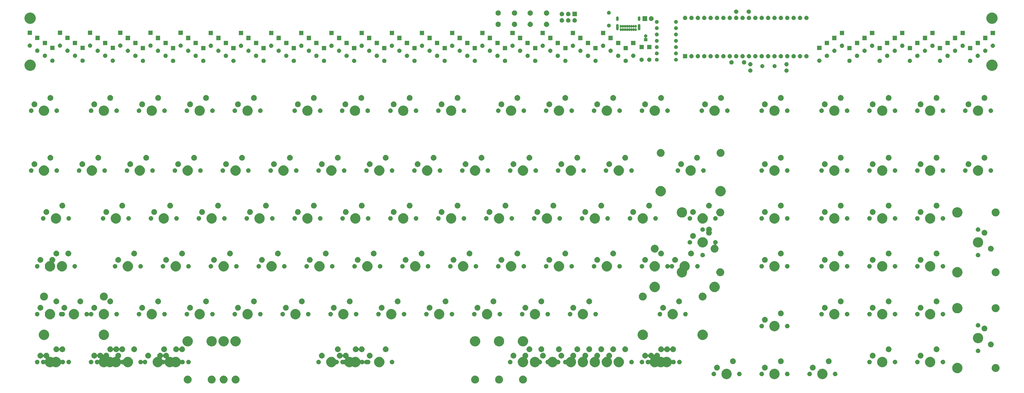
<source format=gts>
G04 #@! TF.GenerationSoftware,KiCad,Pcbnew,(5.1.5)-3*
G04 #@! TF.CreationDate,2020-04-18T19:12:39+02:00*
G04 #@! TF.ProjectId,Rabelius,52616265-6c69-4757-932e-6b696361645f,1*
G04 #@! TF.SameCoordinates,Original*
G04 #@! TF.FileFunction,Soldermask,Top*
G04 #@! TF.FilePolarity,Negative*
%FSLAX46Y46*%
G04 Gerber Fmt 4.6, Leading zero omitted, Abs format (unit mm)*
G04 Created by KiCad (PCBNEW (5.1.5)-3) date 2020-04-18 19:12:39*
%MOMM*%
%LPD*%
G04 APERTURE LIST*
%ADD10C,0.100000*%
G04 APERTURE END LIST*
D10*
G36*
X225455660Y-168007918D02*
G01*
X225574386Y-168057096D01*
X225742290Y-168126644D01*
X225742291Y-168126645D01*
X226000253Y-168299009D01*
X226219632Y-168518388D01*
X226334802Y-168690753D01*
X226391997Y-168776351D01*
X226510723Y-169062982D01*
X226571249Y-169367267D01*
X226571249Y-169677517D01*
X226510723Y-169981802D01*
X226391997Y-170268433D01*
X226391996Y-170268434D01*
X226219632Y-170526396D01*
X226000253Y-170745775D01*
X225827888Y-170860945D01*
X225742290Y-170918140D01*
X225574386Y-170987688D01*
X225455660Y-171036866D01*
X225303516Y-171067129D01*
X225151374Y-171097392D01*
X224841124Y-171097392D01*
X224536838Y-171036866D01*
X224418112Y-170987688D01*
X224250208Y-170918140D01*
X224164610Y-170860945D01*
X223992245Y-170745775D01*
X223772866Y-170526396D01*
X223600502Y-170268434D01*
X223600501Y-170268433D01*
X223481775Y-169981802D01*
X223421249Y-169677517D01*
X223421249Y-169367267D01*
X223481775Y-169062982D01*
X223600501Y-168776351D01*
X223657696Y-168690753D01*
X223772866Y-168518388D01*
X223992245Y-168299009D01*
X224250207Y-168126645D01*
X224250208Y-168126644D01*
X224418112Y-168057096D01*
X224536838Y-168007918D01*
X224841124Y-167947392D01*
X225151374Y-167947392D01*
X225455660Y-168007918D01*
G37*
G36*
X215930660Y-168007918D02*
G01*
X216049386Y-168057096D01*
X216217290Y-168126644D01*
X216217291Y-168126645D01*
X216475253Y-168299009D01*
X216694632Y-168518388D01*
X216809802Y-168690753D01*
X216866997Y-168776351D01*
X216985723Y-169062982D01*
X217046249Y-169367267D01*
X217046249Y-169677517D01*
X216985723Y-169981802D01*
X216866997Y-170268433D01*
X216866996Y-170268434D01*
X216694632Y-170526396D01*
X216475253Y-170745775D01*
X216302888Y-170860945D01*
X216217290Y-170918140D01*
X216049386Y-170987688D01*
X215930660Y-171036866D01*
X215778516Y-171067129D01*
X215626374Y-171097392D01*
X215316124Y-171097392D01*
X215011838Y-171036866D01*
X214893112Y-170987688D01*
X214725208Y-170918140D01*
X214639610Y-170860945D01*
X214467245Y-170745775D01*
X214247866Y-170526396D01*
X214075502Y-170268434D01*
X214075501Y-170268433D01*
X213956775Y-169981802D01*
X213896249Y-169677517D01*
X213896249Y-169367267D01*
X213956775Y-169062982D01*
X214075501Y-168776351D01*
X214132696Y-168690753D01*
X214247866Y-168518388D01*
X214467245Y-168299009D01*
X214725207Y-168126645D01*
X214725208Y-168126644D01*
X214893112Y-168057096D01*
X215011838Y-168007918D01*
X215316124Y-167947392D01*
X215626374Y-167947392D01*
X215930660Y-168007918D01*
G37*
G36*
X92105660Y-168007918D02*
G01*
X92224386Y-168057096D01*
X92392290Y-168126644D01*
X92392291Y-168126645D01*
X92650253Y-168299009D01*
X92869632Y-168518388D01*
X92984802Y-168690753D01*
X93041997Y-168776351D01*
X93160723Y-169062982D01*
X93221249Y-169367267D01*
X93221249Y-169677517D01*
X93160723Y-169981802D01*
X93041997Y-170268433D01*
X93041996Y-170268434D01*
X92869632Y-170526396D01*
X92650253Y-170745775D01*
X92477888Y-170860945D01*
X92392290Y-170918140D01*
X92224386Y-170987688D01*
X92105660Y-171036866D01*
X91801374Y-171097392D01*
X91491124Y-171097392D01*
X91186838Y-171036866D01*
X91068112Y-170987688D01*
X90900208Y-170918140D01*
X90814610Y-170860945D01*
X90642245Y-170745775D01*
X90422866Y-170526396D01*
X90250502Y-170268434D01*
X90250501Y-170268433D01*
X90131775Y-169981802D01*
X90071249Y-169677517D01*
X90071249Y-169367267D01*
X90131775Y-169062982D01*
X90250501Y-168776351D01*
X90307696Y-168690753D01*
X90422866Y-168518388D01*
X90642245Y-168299009D01*
X90900207Y-168126645D01*
X90900208Y-168126644D01*
X91068112Y-168057096D01*
X91186838Y-168007918D01*
X91491124Y-167947392D01*
X91801374Y-167947392D01*
X92105660Y-168007918D01*
G37*
G36*
X111155660Y-168007918D02*
G01*
X111274386Y-168057096D01*
X111442290Y-168126644D01*
X111442291Y-168126645D01*
X111700253Y-168299009D01*
X111919632Y-168518388D01*
X112034802Y-168690753D01*
X112091997Y-168776351D01*
X112210723Y-169062982D01*
X112271249Y-169367267D01*
X112271249Y-169677517D01*
X112210723Y-169981802D01*
X112091997Y-170268433D01*
X112091996Y-170268434D01*
X111919632Y-170526396D01*
X111700253Y-170745775D01*
X111527888Y-170860945D01*
X111442290Y-170918140D01*
X111274386Y-170987688D01*
X111155660Y-171036866D01*
X110851374Y-171097392D01*
X110541124Y-171097392D01*
X110236838Y-171036866D01*
X110118112Y-170987688D01*
X109950208Y-170918140D01*
X109864610Y-170860945D01*
X109692245Y-170745775D01*
X109472866Y-170526396D01*
X109300502Y-170268434D01*
X109300501Y-170268433D01*
X109181775Y-169981802D01*
X109121249Y-169677517D01*
X109121249Y-169367267D01*
X109181775Y-169062982D01*
X109300501Y-168776351D01*
X109357696Y-168690753D01*
X109472866Y-168518388D01*
X109692245Y-168299009D01*
X109950207Y-168126645D01*
X109950208Y-168126644D01*
X110118112Y-168057096D01*
X110236838Y-168007918D01*
X110541124Y-167947392D01*
X110851374Y-167947392D01*
X111155660Y-168007918D01*
G37*
G36*
X206405660Y-168007918D02*
G01*
X206524386Y-168057096D01*
X206692290Y-168126644D01*
X206692291Y-168126645D01*
X206950253Y-168299009D01*
X207169632Y-168518388D01*
X207284802Y-168690753D01*
X207341997Y-168776351D01*
X207460723Y-169062982D01*
X207521249Y-169367267D01*
X207521249Y-169677517D01*
X207460723Y-169981802D01*
X207341997Y-170268433D01*
X207341996Y-170268434D01*
X207169632Y-170526396D01*
X206950253Y-170745775D01*
X206777888Y-170860945D01*
X206692290Y-170918140D01*
X206524386Y-170987688D01*
X206405660Y-171036866D01*
X206101374Y-171097392D01*
X205784774Y-171097392D01*
X205480488Y-171036866D01*
X205361762Y-170987688D01*
X205193858Y-170918140D01*
X205108260Y-170860945D01*
X204935895Y-170745775D01*
X204716516Y-170526396D01*
X204544152Y-170268434D01*
X204544151Y-170268433D01*
X204425425Y-169981802D01*
X204364899Y-169677517D01*
X204364899Y-169367267D01*
X204425425Y-169062982D01*
X204544151Y-168776351D01*
X204601346Y-168690753D01*
X204716516Y-168518388D01*
X204935895Y-168299009D01*
X205193857Y-168126645D01*
X205193858Y-168126644D01*
X205361762Y-168057096D01*
X205480488Y-168007918D01*
X205784774Y-167947392D01*
X206101374Y-167947392D01*
X206405660Y-168007918D01*
G37*
G36*
X106399510Y-168007918D02*
G01*
X106518236Y-168057096D01*
X106686140Y-168126644D01*
X106686141Y-168126645D01*
X106944103Y-168299009D01*
X107163482Y-168518388D01*
X107278652Y-168690753D01*
X107335847Y-168776351D01*
X107454573Y-169062982D01*
X107515099Y-169367267D01*
X107515099Y-169677517D01*
X107454573Y-169981802D01*
X107335847Y-170268433D01*
X107335846Y-170268434D01*
X107163482Y-170526396D01*
X106944103Y-170745775D01*
X106771738Y-170860945D01*
X106686140Y-170918140D01*
X106518236Y-170987688D01*
X106399510Y-171036866D01*
X106095224Y-171097392D01*
X105784974Y-171097392D01*
X105480688Y-171036866D01*
X105361962Y-170987688D01*
X105194058Y-170918140D01*
X105108460Y-170860945D01*
X104936095Y-170745775D01*
X104716716Y-170526396D01*
X104544352Y-170268434D01*
X104544351Y-170268433D01*
X104425625Y-169981802D01*
X104365099Y-169677517D01*
X104365099Y-169367267D01*
X104425625Y-169062982D01*
X104544351Y-168776351D01*
X104601546Y-168690753D01*
X104716716Y-168518388D01*
X104936095Y-168299009D01*
X105194057Y-168126645D01*
X105194058Y-168126644D01*
X105361962Y-168057096D01*
X105480688Y-168007918D01*
X105784974Y-167947392D01*
X106095224Y-167947392D01*
X106399510Y-168007918D01*
G37*
G36*
X101630660Y-168007918D02*
G01*
X101749386Y-168057096D01*
X101917290Y-168126644D01*
X101917291Y-168126645D01*
X102175253Y-168299009D01*
X102394632Y-168518388D01*
X102509802Y-168690753D01*
X102566997Y-168776351D01*
X102685723Y-169062982D01*
X102746249Y-169367267D01*
X102746249Y-169677517D01*
X102685723Y-169981802D01*
X102566997Y-170268433D01*
X102566996Y-170268434D01*
X102394632Y-170526396D01*
X102175253Y-170745775D01*
X102002888Y-170860945D01*
X101917290Y-170918140D01*
X101749386Y-170987688D01*
X101630660Y-171036866D01*
X101326374Y-171097392D01*
X101016124Y-171097392D01*
X100711838Y-171036866D01*
X100593112Y-170987688D01*
X100425208Y-170918140D01*
X100339610Y-170860945D01*
X100167245Y-170745775D01*
X99947866Y-170526396D01*
X99775502Y-170268434D01*
X99775501Y-170268433D01*
X99656775Y-169981802D01*
X99596249Y-169677517D01*
X99596249Y-169367267D01*
X99656775Y-169062982D01*
X99775501Y-168776351D01*
X99832696Y-168690753D01*
X99947866Y-168518388D01*
X100167245Y-168299009D01*
X100425207Y-168126645D01*
X100425208Y-168126644D01*
X100593112Y-168057096D01*
X100711838Y-168007918D01*
X101016124Y-167947392D01*
X101326374Y-167947392D01*
X101630660Y-168007918D01*
G37*
G36*
X325607003Y-165327710D02*
G01*
X325980260Y-165482318D01*
X325980262Y-165482319D01*
X326244543Y-165658906D01*
X326316185Y-165706776D01*
X326601865Y-165992456D01*
X326826323Y-166328381D01*
X326980931Y-166701638D01*
X327059749Y-167097885D01*
X327059749Y-167501899D01*
X326980931Y-167898146D01*
X326826323Y-168271403D01*
X326826322Y-168271405D01*
X326601865Y-168607328D01*
X326316185Y-168893008D01*
X325980262Y-169117465D01*
X325980261Y-169117466D01*
X325980260Y-169117466D01*
X325607003Y-169272074D01*
X325210756Y-169350892D01*
X324806742Y-169350892D01*
X324410495Y-169272074D01*
X324037238Y-169117466D01*
X324037237Y-169117466D01*
X324037236Y-169117465D01*
X323701313Y-168893008D01*
X323415633Y-168607328D01*
X323191176Y-168271405D01*
X323191175Y-168271403D01*
X323036567Y-167898146D01*
X322957749Y-167501899D01*
X322957749Y-167097885D01*
X323036567Y-166701638D01*
X323191175Y-166328381D01*
X323415633Y-165992456D01*
X323701313Y-165706776D01*
X323772955Y-165658906D01*
X324037236Y-165482319D01*
X324037238Y-165482318D01*
X324410495Y-165327710D01*
X324806742Y-165248892D01*
X325210756Y-165248892D01*
X325607003Y-165327710D01*
G37*
G36*
X344657003Y-165327710D02*
G01*
X345030260Y-165482318D01*
X345030262Y-165482319D01*
X345294543Y-165658906D01*
X345366185Y-165706776D01*
X345651865Y-165992456D01*
X345876323Y-166328381D01*
X346030931Y-166701638D01*
X346109749Y-167097885D01*
X346109749Y-167501899D01*
X346030931Y-167898146D01*
X345876323Y-168271403D01*
X345876322Y-168271405D01*
X345651865Y-168607328D01*
X345366185Y-168893008D01*
X345030262Y-169117465D01*
X345030261Y-169117466D01*
X345030260Y-169117466D01*
X344657003Y-169272074D01*
X344260756Y-169350892D01*
X343856742Y-169350892D01*
X343460495Y-169272074D01*
X343087238Y-169117466D01*
X343087237Y-169117466D01*
X343087236Y-169117465D01*
X342751313Y-168893008D01*
X342465633Y-168607328D01*
X342241176Y-168271405D01*
X342241175Y-168271403D01*
X342086567Y-167898146D01*
X342007749Y-167501899D01*
X342007749Y-167097885D01*
X342086567Y-166701638D01*
X342241175Y-166328381D01*
X342465633Y-165992456D01*
X342751313Y-165706776D01*
X342822955Y-165658906D01*
X343087236Y-165482319D01*
X343087238Y-165482318D01*
X343460495Y-165327710D01*
X343856742Y-165248892D01*
X344260756Y-165248892D01*
X344657003Y-165327710D01*
G37*
G36*
X306557003Y-165327710D02*
G01*
X306930260Y-165482318D01*
X306930262Y-165482319D01*
X307194543Y-165658906D01*
X307266185Y-165706776D01*
X307551865Y-165992456D01*
X307776323Y-166328381D01*
X307930931Y-166701638D01*
X308009749Y-167097885D01*
X308009749Y-167501899D01*
X307930931Y-167898146D01*
X307776323Y-168271403D01*
X307776322Y-168271405D01*
X307551865Y-168607328D01*
X307266185Y-168893008D01*
X306930262Y-169117465D01*
X306930261Y-169117466D01*
X306930260Y-169117466D01*
X306557003Y-169272074D01*
X306160756Y-169350892D01*
X305756742Y-169350892D01*
X305360495Y-169272074D01*
X304987238Y-169117466D01*
X304987237Y-169117466D01*
X304987236Y-169117465D01*
X304651313Y-168893008D01*
X304365633Y-168607328D01*
X304141176Y-168271405D01*
X304141175Y-168271403D01*
X303986567Y-167898146D01*
X303907749Y-167501899D01*
X303907749Y-167097885D01*
X303986567Y-166701638D01*
X304141175Y-166328381D01*
X304365633Y-165992456D01*
X304651313Y-165706776D01*
X304722955Y-165658906D01*
X304987236Y-165482319D01*
X304987238Y-165482318D01*
X305360495Y-165327710D01*
X305756742Y-165248892D01*
X306160756Y-165248892D01*
X306557003Y-165327710D01*
G37*
G36*
X330202261Y-166403819D02*
G01*
X330351561Y-166433516D01*
X330515533Y-166501436D01*
X330663103Y-166600039D01*
X330788602Y-166725538D01*
X330887205Y-166873108D01*
X330955125Y-167037080D01*
X330989749Y-167211151D01*
X330989749Y-167388633D01*
X330955125Y-167562704D01*
X330887205Y-167726676D01*
X330788602Y-167874246D01*
X330663103Y-167999745D01*
X330515533Y-168098348D01*
X330351561Y-168166268D01*
X330202261Y-168195965D01*
X330177491Y-168200892D01*
X330000007Y-168200892D01*
X329975237Y-168195965D01*
X329825937Y-168166268D01*
X329661965Y-168098348D01*
X329514395Y-167999745D01*
X329388896Y-167874246D01*
X329290293Y-167726676D01*
X329222373Y-167562704D01*
X329187749Y-167388633D01*
X329187749Y-167211151D01*
X329222373Y-167037080D01*
X329290293Y-166873108D01*
X329388896Y-166725538D01*
X329514395Y-166600039D01*
X329661965Y-166501436D01*
X329825937Y-166433516D01*
X329975237Y-166403819D01*
X330000007Y-166398892D01*
X330177491Y-166398892D01*
X330202261Y-166403819D01*
G37*
G36*
X349252261Y-166403819D02*
G01*
X349401561Y-166433516D01*
X349565533Y-166501436D01*
X349713103Y-166600039D01*
X349838602Y-166725538D01*
X349937205Y-166873108D01*
X350005125Y-167037080D01*
X350039749Y-167211151D01*
X350039749Y-167388633D01*
X350005125Y-167562704D01*
X349937205Y-167726676D01*
X349838602Y-167874246D01*
X349713103Y-167999745D01*
X349565533Y-168098348D01*
X349401561Y-168166268D01*
X349252261Y-168195965D01*
X349227491Y-168200892D01*
X349050007Y-168200892D01*
X349025237Y-168195965D01*
X348875937Y-168166268D01*
X348711965Y-168098348D01*
X348564395Y-167999745D01*
X348438896Y-167874246D01*
X348340293Y-167726676D01*
X348272373Y-167562704D01*
X348237749Y-167388633D01*
X348237749Y-167211151D01*
X348272373Y-167037080D01*
X348340293Y-166873108D01*
X348438896Y-166725538D01*
X348564395Y-166600039D01*
X348711965Y-166501436D01*
X348875937Y-166433516D01*
X349025237Y-166403819D01*
X349050007Y-166398892D01*
X349227491Y-166398892D01*
X349252261Y-166403819D01*
G37*
G36*
X320042261Y-166403819D02*
G01*
X320191561Y-166433516D01*
X320355533Y-166501436D01*
X320503103Y-166600039D01*
X320628602Y-166725538D01*
X320727205Y-166873108D01*
X320795125Y-167037080D01*
X320829749Y-167211151D01*
X320829749Y-167388633D01*
X320795125Y-167562704D01*
X320727205Y-167726676D01*
X320628602Y-167874246D01*
X320503103Y-167999745D01*
X320355533Y-168098348D01*
X320191561Y-168166268D01*
X320042261Y-168195965D01*
X320017491Y-168200892D01*
X319840007Y-168200892D01*
X319815237Y-168195965D01*
X319665937Y-168166268D01*
X319501965Y-168098348D01*
X319354395Y-167999745D01*
X319228896Y-167874246D01*
X319130293Y-167726676D01*
X319062373Y-167562704D01*
X319027749Y-167388633D01*
X319027749Y-167211151D01*
X319062373Y-167037080D01*
X319130293Y-166873108D01*
X319228896Y-166725538D01*
X319354395Y-166600039D01*
X319501965Y-166501436D01*
X319665937Y-166433516D01*
X319815237Y-166403819D01*
X319840007Y-166398892D01*
X320017491Y-166398892D01*
X320042261Y-166403819D01*
G37*
G36*
X311152261Y-166403819D02*
G01*
X311301561Y-166433516D01*
X311465533Y-166501436D01*
X311613103Y-166600039D01*
X311738602Y-166725538D01*
X311837205Y-166873108D01*
X311905125Y-167037080D01*
X311939749Y-167211151D01*
X311939749Y-167388633D01*
X311905125Y-167562704D01*
X311837205Y-167726676D01*
X311738602Y-167874246D01*
X311613103Y-167999745D01*
X311465533Y-168098348D01*
X311301561Y-168166268D01*
X311152261Y-168195965D01*
X311127491Y-168200892D01*
X310950007Y-168200892D01*
X310925237Y-168195965D01*
X310775937Y-168166268D01*
X310611965Y-168098348D01*
X310464395Y-167999745D01*
X310338896Y-167874246D01*
X310240293Y-167726676D01*
X310172373Y-167562704D01*
X310137749Y-167388633D01*
X310137749Y-167211151D01*
X310172373Y-167037080D01*
X310240293Y-166873108D01*
X310338896Y-166725538D01*
X310464395Y-166600039D01*
X310611965Y-166501436D01*
X310775937Y-166433516D01*
X310925237Y-166403819D01*
X310950007Y-166398892D01*
X311127491Y-166398892D01*
X311152261Y-166403819D01*
G37*
G36*
X300992261Y-166403819D02*
G01*
X301141561Y-166433516D01*
X301305533Y-166501436D01*
X301453103Y-166600039D01*
X301578602Y-166725538D01*
X301677205Y-166873108D01*
X301745125Y-167037080D01*
X301779749Y-167211151D01*
X301779749Y-167388633D01*
X301745125Y-167562704D01*
X301677205Y-167726676D01*
X301578602Y-167874246D01*
X301453103Y-167999745D01*
X301305533Y-168098348D01*
X301141561Y-168166268D01*
X300992261Y-168195965D01*
X300967491Y-168200892D01*
X300790007Y-168200892D01*
X300765237Y-168195965D01*
X300615937Y-168166268D01*
X300451965Y-168098348D01*
X300304395Y-167999745D01*
X300178896Y-167874246D01*
X300080293Y-167726676D01*
X300012373Y-167562704D01*
X299977749Y-167388633D01*
X299977749Y-167211151D01*
X300012373Y-167037080D01*
X300080293Y-166873108D01*
X300178896Y-166725538D01*
X300304395Y-166600039D01*
X300451965Y-166501436D01*
X300615937Y-166433516D01*
X300765237Y-166403819D01*
X300790007Y-166398892D01*
X300967491Y-166398892D01*
X300992261Y-166403819D01*
G37*
G36*
X339092261Y-166403819D02*
G01*
X339241561Y-166433516D01*
X339405533Y-166501436D01*
X339553103Y-166600039D01*
X339678602Y-166725538D01*
X339777205Y-166873108D01*
X339845125Y-167037080D01*
X339879749Y-167211151D01*
X339879749Y-167388633D01*
X339845125Y-167562704D01*
X339777205Y-167726676D01*
X339678602Y-167874246D01*
X339553103Y-167999745D01*
X339405533Y-168098348D01*
X339241561Y-168166268D01*
X339092261Y-168195965D01*
X339067491Y-168200892D01*
X338890007Y-168200892D01*
X338865237Y-168195965D01*
X338715937Y-168166268D01*
X338551965Y-168098348D01*
X338404395Y-167999745D01*
X338278896Y-167874246D01*
X338180293Y-167726676D01*
X338112373Y-167562704D01*
X338077749Y-167388633D01*
X338077749Y-167211151D01*
X338112373Y-167037080D01*
X338180293Y-166873108D01*
X338278896Y-166725538D01*
X338404395Y-166600039D01*
X338551965Y-166501436D01*
X338715937Y-166433516D01*
X338865237Y-166403819D01*
X338890007Y-166398892D01*
X339067491Y-166398892D01*
X339092261Y-166403819D01*
G37*
G36*
X398329503Y-162940210D02*
G01*
X398702760Y-163094818D01*
X398702762Y-163094819D01*
X399038685Y-163319276D01*
X399324365Y-163604956D01*
X399484643Y-163844828D01*
X399548823Y-163940881D01*
X399703431Y-164314138D01*
X399782249Y-164710385D01*
X399782249Y-165114399D01*
X399703431Y-165510646D01*
X399622191Y-165706776D01*
X399548822Y-165883905D01*
X399324365Y-166219828D01*
X399038685Y-166505508D01*
X398702762Y-166729965D01*
X398702761Y-166729966D01*
X398702760Y-166729966D01*
X398329503Y-166884574D01*
X397933256Y-166963392D01*
X397529242Y-166963392D01*
X397132995Y-166884574D01*
X396759738Y-166729966D01*
X396759737Y-166729966D01*
X396759736Y-166729965D01*
X396423813Y-166505508D01*
X396138133Y-166219828D01*
X395913676Y-165883905D01*
X395840307Y-165706776D01*
X395759067Y-165510646D01*
X395680249Y-165114399D01*
X395680249Y-164710385D01*
X395759067Y-164314138D01*
X395913675Y-163940881D01*
X395977856Y-163844828D01*
X396138133Y-163604956D01*
X396423813Y-163319276D01*
X396759736Y-163094819D01*
X396759738Y-163094818D01*
X397132995Y-162940210D01*
X397529242Y-162861392D01*
X397933256Y-162861392D01*
X398329503Y-162940210D01*
G37*
G36*
X413202332Y-163351482D02*
G01*
X413430951Y-163396956D01*
X413717765Y-163515759D01*
X413975891Y-163688233D01*
X414195408Y-163907750D01*
X414367882Y-164165876D01*
X414486685Y-164452690D01*
X414513677Y-164588392D01*
X414547249Y-164757168D01*
X414547249Y-165067616D01*
X414541677Y-165095626D01*
X414486685Y-165372094D01*
X414367882Y-165658908D01*
X414195408Y-165917034D01*
X413975891Y-166136551D01*
X413717765Y-166309025D01*
X413430951Y-166427828D01*
X413202332Y-166473302D01*
X413126473Y-166488392D01*
X412816025Y-166488392D01*
X412740166Y-166473302D01*
X412511547Y-166427828D01*
X412224733Y-166309025D01*
X411966607Y-166136551D01*
X411747090Y-165917034D01*
X411574616Y-165658908D01*
X411455813Y-165372094D01*
X411400821Y-165095626D01*
X411395249Y-165067616D01*
X411395249Y-164757168D01*
X411428821Y-164588392D01*
X411455813Y-164452690D01*
X411574616Y-164165876D01*
X411747090Y-163907750D01*
X411966607Y-163688233D01*
X412224733Y-163515759D01*
X412511547Y-163396956D01*
X412740166Y-163351482D01*
X412816025Y-163336392D01*
X413126473Y-163336392D01*
X413202332Y-163351482D01*
G37*
G36*
X321423298Y-163631008D02*
G01*
X321534483Y-163653124D01*
X321743952Y-163739889D01*
X321932469Y-163865852D01*
X322092789Y-164026172D01*
X322218752Y-164214689D01*
X322218753Y-164214691D01*
X322227702Y-164236297D01*
X322305517Y-164424158D01*
X322349749Y-164646528D01*
X322349749Y-164873256D01*
X322305517Y-165095626D01*
X322218752Y-165305095D01*
X322092789Y-165493612D01*
X321932469Y-165653932D01*
X321743952Y-165779895D01*
X321534483Y-165866660D01*
X321447796Y-165883903D01*
X321312114Y-165910892D01*
X321085384Y-165910892D01*
X320949702Y-165883903D01*
X320863015Y-165866660D01*
X320653546Y-165779895D01*
X320465029Y-165653932D01*
X320304709Y-165493612D01*
X320178746Y-165305095D01*
X320091981Y-165095626D01*
X320047749Y-164873256D01*
X320047749Y-164646528D01*
X320091981Y-164424158D01*
X320169796Y-164236297D01*
X320178745Y-164214691D01*
X320178746Y-164214689D01*
X320304709Y-164026172D01*
X320465029Y-163865852D01*
X320653546Y-163739889D01*
X320863015Y-163653124D01*
X320974200Y-163631008D01*
X321085384Y-163608892D01*
X321312114Y-163608892D01*
X321423298Y-163631008D01*
G37*
G36*
X340473298Y-163631008D02*
G01*
X340584483Y-163653124D01*
X340793952Y-163739889D01*
X340982469Y-163865852D01*
X341142789Y-164026172D01*
X341268752Y-164214689D01*
X341268753Y-164214691D01*
X341277702Y-164236297D01*
X341355517Y-164424158D01*
X341399749Y-164646528D01*
X341399749Y-164873256D01*
X341355517Y-165095626D01*
X341268752Y-165305095D01*
X341142789Y-165493612D01*
X340982469Y-165653932D01*
X340793952Y-165779895D01*
X340584483Y-165866660D01*
X340497796Y-165883903D01*
X340362114Y-165910892D01*
X340135384Y-165910892D01*
X339999702Y-165883903D01*
X339913015Y-165866660D01*
X339703546Y-165779895D01*
X339515029Y-165653932D01*
X339354709Y-165493612D01*
X339228746Y-165305095D01*
X339141981Y-165095626D01*
X339097749Y-164873256D01*
X339097749Y-164646528D01*
X339141981Y-164424158D01*
X339219796Y-164236297D01*
X339228745Y-164214691D01*
X339228746Y-164214689D01*
X339354709Y-164026172D01*
X339515029Y-163865852D01*
X339703546Y-163739889D01*
X339913015Y-163653124D01*
X340024200Y-163631008D01*
X340135384Y-163608892D01*
X340362114Y-163608892D01*
X340473298Y-163631008D01*
G37*
G36*
X302373298Y-163631008D02*
G01*
X302484483Y-163653124D01*
X302693952Y-163739889D01*
X302882469Y-163865852D01*
X303042789Y-164026172D01*
X303168752Y-164214689D01*
X303168753Y-164214691D01*
X303177702Y-164236297D01*
X303255517Y-164424158D01*
X303299749Y-164646528D01*
X303299749Y-164873256D01*
X303255517Y-165095626D01*
X303168752Y-165305095D01*
X303042789Y-165493612D01*
X302882469Y-165653932D01*
X302693952Y-165779895D01*
X302484483Y-165866660D01*
X302397796Y-165883903D01*
X302262114Y-165910892D01*
X302035384Y-165910892D01*
X301899702Y-165883903D01*
X301813015Y-165866660D01*
X301603546Y-165779895D01*
X301415029Y-165653932D01*
X301254709Y-165493612D01*
X301128746Y-165305095D01*
X301041981Y-165095626D01*
X300997749Y-164873256D01*
X300997749Y-164646528D01*
X301041981Y-164424158D01*
X301119796Y-164236297D01*
X301128745Y-164214691D01*
X301128746Y-164214689D01*
X301254709Y-164026172D01*
X301415029Y-163865852D01*
X301603546Y-163739889D01*
X301813015Y-163653124D01*
X301924200Y-163631008D01*
X302035384Y-163608892D01*
X302262114Y-163608892D01*
X302373298Y-163631008D01*
G37*
G36*
X168444503Y-160565210D02*
G01*
X168817760Y-160719818D01*
X168817762Y-160719819D01*
X169074600Y-160891433D01*
X169153685Y-160944276D01*
X169439365Y-161229956D01*
X169663823Y-161565881D01*
X169818431Y-161939138D01*
X169897249Y-162335385D01*
X169897249Y-162739399D01*
X169818431Y-163135646D01*
X169692034Y-163440795D01*
X169663822Y-163508905D01*
X169439365Y-163844828D01*
X169153685Y-164130508D01*
X168817762Y-164354965D01*
X168817761Y-164354966D01*
X168817760Y-164354966D01*
X168444503Y-164509574D01*
X168048256Y-164588392D01*
X167644242Y-164588392D01*
X167247995Y-164509574D01*
X166874738Y-164354966D01*
X166874737Y-164354966D01*
X166874736Y-164354965D01*
X166538813Y-164130508D01*
X166253133Y-163844828D01*
X166028676Y-163508905D01*
X166000464Y-163440795D01*
X165874067Y-163135646D01*
X165795249Y-162739399D01*
X165795249Y-162335385D01*
X165874067Y-161939138D01*
X166028675Y-161565881D01*
X166253133Y-161229956D01*
X166538813Y-160944276D01*
X166617898Y-160891433D01*
X166874736Y-160719819D01*
X166874738Y-160719818D01*
X167247995Y-160565210D01*
X167644242Y-160486392D01*
X168048256Y-160486392D01*
X168444503Y-160565210D01*
G37*
G36*
X230357003Y-160565210D02*
G01*
X230730260Y-160719818D01*
X230730262Y-160719819D01*
X230987100Y-160891433D01*
X231066185Y-160944276D01*
X231351865Y-161229956D01*
X231580320Y-161571863D01*
X231585114Y-161580833D01*
X231600658Y-161599775D01*
X231619599Y-161615322D01*
X231641209Y-161626874D01*
X231664658Y-161633989D01*
X231689051Y-161636392D01*
X231752491Y-161636392D01*
X231770343Y-161639943D01*
X231926561Y-161671016D01*
X232090533Y-161738936D01*
X232238103Y-161837539D01*
X232363602Y-161963038D01*
X232462205Y-162110608D01*
X232530125Y-162274580D01*
X232564749Y-162448651D01*
X232564749Y-162626133D01*
X232530125Y-162800204D01*
X232462205Y-162964176D01*
X232363602Y-163111746D01*
X232238103Y-163237245D01*
X232090533Y-163335848D01*
X231926561Y-163403768D01*
X231777261Y-163433465D01*
X231752491Y-163438392D01*
X231689051Y-163438392D01*
X231664665Y-163440794D01*
X231641216Y-163447907D01*
X231619605Y-163459458D01*
X231600663Y-163475003D01*
X231585118Y-163493945D01*
X231580322Y-163502918D01*
X231576323Y-163508903D01*
X231576322Y-163508905D01*
X231351865Y-163844828D01*
X231066185Y-164130508D01*
X230730262Y-164354965D01*
X230730261Y-164354966D01*
X230730260Y-164354966D01*
X230357003Y-164509574D01*
X229960756Y-164588392D01*
X229556742Y-164588392D01*
X229160495Y-164509574D01*
X228787238Y-164354966D01*
X228787237Y-164354966D01*
X228787236Y-164354965D01*
X228451313Y-164130508D01*
X228165633Y-163844828D01*
X227941176Y-163508905D01*
X227912964Y-163440795D01*
X227786567Y-163135646D01*
X227707749Y-162739399D01*
X227707749Y-162335385D01*
X227786567Y-161939138D01*
X227941175Y-161565881D01*
X228165633Y-161229956D01*
X228451313Y-160944276D01*
X228530398Y-160891433D01*
X228787236Y-160719819D01*
X228787238Y-160719818D01*
X229160495Y-160565210D01*
X229556742Y-160486392D01*
X229960756Y-160486392D01*
X230357003Y-160565210D01*
G37*
G36*
X149394503Y-160565210D02*
G01*
X149767760Y-160719818D01*
X149767762Y-160719819D01*
X150024600Y-160891433D01*
X150103685Y-160944276D01*
X150389365Y-161229956D01*
X150614241Y-161566506D01*
X150625083Y-161586791D01*
X150640628Y-161605733D01*
X150659570Y-161621278D01*
X150681181Y-161632829D01*
X150704629Y-161639943D01*
X150729016Y-161642345D01*
X150753400Y-161639944D01*
X150771258Y-161636392D01*
X150948741Y-161636392D01*
X150966593Y-161639943D01*
X151122811Y-161671016D01*
X151286783Y-161738936D01*
X151434353Y-161837539D01*
X151559852Y-161963038D01*
X151658455Y-162110608D01*
X151726375Y-162274580D01*
X151760999Y-162448651D01*
X151760999Y-162626133D01*
X151726375Y-162800204D01*
X151658455Y-162964176D01*
X151559852Y-163111746D01*
X151434353Y-163237245D01*
X151286783Y-163335848D01*
X151122811Y-163403768D01*
X150973511Y-163433465D01*
X150948741Y-163438392D01*
X150771258Y-163438392D01*
X150753400Y-163434840D01*
X150729015Y-163432439D01*
X150704629Y-163434841D01*
X150681180Y-163441955D01*
X150659570Y-163453506D01*
X150640628Y-163469052D01*
X150625083Y-163487994D01*
X150614241Y-163508278D01*
X150613823Y-163508903D01*
X150613822Y-163508905D01*
X150389365Y-163844828D01*
X150103685Y-164130508D01*
X149767762Y-164354965D01*
X149767761Y-164354966D01*
X149767760Y-164354966D01*
X149394503Y-164509574D01*
X148998256Y-164588392D01*
X148594242Y-164588392D01*
X148197995Y-164509574D01*
X147824738Y-164354966D01*
X147824737Y-164354966D01*
X147824736Y-164354965D01*
X147488813Y-164130508D01*
X147203133Y-163844828D01*
X146978676Y-163508905D01*
X146950464Y-163440795D01*
X146824067Y-163135646D01*
X146745249Y-162739399D01*
X146745249Y-162335385D01*
X146824067Y-161939138D01*
X146978675Y-161565881D01*
X147203133Y-161229956D01*
X147488813Y-160944276D01*
X147567898Y-160891433D01*
X147824736Y-160719819D01*
X147824738Y-160719818D01*
X148197995Y-160565210D01*
X148594242Y-160486392D01*
X148998256Y-160486392D01*
X149394503Y-160565210D01*
G37*
G36*
X254748298Y-158868508D02*
G01*
X254859483Y-158890624D01*
X255068952Y-158977389D01*
X255257469Y-159103352D01*
X255417789Y-159263672D01*
X255543752Y-159452189D01*
X255630517Y-159661658D01*
X255674749Y-159884028D01*
X255674749Y-160110756D01*
X255630517Y-160333126D01*
X255543752Y-160542595D01*
X255417789Y-160731112D01*
X255257469Y-160891432D01*
X255186838Y-160938626D01*
X255125370Y-160979698D01*
X255106428Y-160995244D01*
X255090883Y-161014186D01*
X255079332Y-161035796D01*
X255072219Y-161059245D01*
X255069817Y-161083631D01*
X255072219Y-161108018D01*
X255079332Y-161131466D01*
X255090883Y-161153077D01*
X255106428Y-161172019D01*
X255164365Y-161229956D01*
X255388823Y-161565881D01*
X255543431Y-161939138D01*
X255622249Y-162335385D01*
X255622249Y-162739399D01*
X255543431Y-163135646D01*
X255417034Y-163440795D01*
X255388822Y-163508905D01*
X255164365Y-163844828D01*
X254878685Y-164130508D01*
X254542762Y-164354965D01*
X254542761Y-164354966D01*
X254542760Y-164354966D01*
X254169503Y-164509574D01*
X253773256Y-164588392D01*
X253369242Y-164588392D01*
X252972995Y-164509574D01*
X252599738Y-164354966D01*
X252599737Y-164354966D01*
X252599736Y-164354965D01*
X252263813Y-164130508D01*
X251978133Y-163844828D01*
X251753676Y-163508905D01*
X251725464Y-163440795D01*
X251599067Y-163135646D01*
X251520249Y-162739399D01*
X251520249Y-162335385D01*
X251599067Y-161939138D01*
X251753675Y-161565881D01*
X251978133Y-161229956D01*
X252263813Y-160944276D01*
X252342898Y-160891433D01*
X252599736Y-160719819D01*
X252599738Y-160719818D01*
X252972994Y-160565210D01*
X253322615Y-160495667D01*
X253346064Y-160488554D01*
X253367675Y-160477003D01*
X253386616Y-160461458D01*
X253402162Y-160442516D01*
X253413713Y-160420905D01*
X253420826Y-160397456D01*
X253423228Y-160373070D01*
X253420826Y-160348684D01*
X253418647Y-160341502D01*
X253372749Y-160110757D01*
X253372749Y-159884027D01*
X253416981Y-159661659D01*
X253417641Y-159660066D01*
X253503746Y-159452189D01*
X253629709Y-159263672D01*
X253790029Y-159103352D01*
X253978546Y-158977389D01*
X254188015Y-158890624D01*
X254299200Y-158868508D01*
X254410384Y-158846392D01*
X254637114Y-158846392D01*
X254748298Y-158868508D01*
G37*
G36*
X259510798Y-158868508D02*
G01*
X259621983Y-158890624D01*
X259831452Y-158977389D01*
X260019969Y-159103352D01*
X260180289Y-159263672D01*
X260306252Y-159452189D01*
X260393017Y-159661658D01*
X260437249Y-159884028D01*
X260437249Y-160110756D01*
X260393017Y-160333126D01*
X260306252Y-160542595D01*
X260180289Y-160731112D01*
X260019969Y-160891432D01*
X259949338Y-160938626D01*
X259887870Y-160979698D01*
X259868928Y-160995244D01*
X259853383Y-161014186D01*
X259841832Y-161035796D01*
X259834719Y-161059245D01*
X259832317Y-161083631D01*
X259834719Y-161108018D01*
X259841832Y-161131466D01*
X259853383Y-161153077D01*
X259868928Y-161172019D01*
X259926865Y-161229956D01*
X260151323Y-161565881D01*
X260305931Y-161939138D01*
X260384749Y-162335385D01*
X260384749Y-162739399D01*
X260305931Y-163135646D01*
X260179534Y-163440795D01*
X260151322Y-163508905D01*
X259926865Y-163844828D01*
X259641185Y-164130508D01*
X259305262Y-164354965D01*
X259305261Y-164354966D01*
X259305260Y-164354966D01*
X258932003Y-164509574D01*
X258535756Y-164588392D01*
X258131742Y-164588392D01*
X257735495Y-164509574D01*
X257362238Y-164354966D01*
X257362237Y-164354966D01*
X257362236Y-164354965D01*
X257026313Y-164130508D01*
X256740633Y-163844828D01*
X256516176Y-163508905D01*
X256487964Y-163440795D01*
X256361567Y-163135646D01*
X256282749Y-162739399D01*
X256282749Y-162335385D01*
X256361567Y-161939138D01*
X256516175Y-161565881D01*
X256740633Y-161229956D01*
X257026313Y-160944276D01*
X257105398Y-160891433D01*
X257362236Y-160719819D01*
X257362238Y-160719818D01*
X257735494Y-160565210D01*
X258085115Y-160495667D01*
X258108564Y-160488554D01*
X258130175Y-160477003D01*
X258149116Y-160461458D01*
X258164662Y-160442516D01*
X258176213Y-160420905D01*
X258183326Y-160397456D01*
X258185728Y-160373070D01*
X258183326Y-160348684D01*
X258181147Y-160341502D01*
X258135249Y-160110757D01*
X258135249Y-159884027D01*
X258179481Y-159661659D01*
X258180141Y-159660066D01*
X258266246Y-159452189D01*
X258392209Y-159263672D01*
X258552529Y-159103352D01*
X258741046Y-158977389D01*
X258950515Y-158890624D01*
X259061700Y-158868508D01*
X259172884Y-158846392D01*
X259399614Y-158846392D01*
X259510798Y-158868508D01*
G37*
G36*
X152354548Y-158868508D02*
G01*
X152465733Y-158890624D01*
X152675202Y-158977389D01*
X152863719Y-159103352D01*
X153024039Y-159263672D01*
X153150002Y-159452189D01*
X153150003Y-159452191D01*
X153205140Y-159585304D01*
X153216691Y-159606915D01*
X153232236Y-159625856D01*
X153251178Y-159641402D01*
X153272789Y-159652953D01*
X153296238Y-159660066D01*
X153320624Y-159662468D01*
X153345010Y-159660066D01*
X153368459Y-159652953D01*
X153390070Y-159641402D01*
X153409011Y-159625857D01*
X153424557Y-159606915D01*
X153436108Y-159585304D01*
X153491245Y-159452191D01*
X153491246Y-159452189D01*
X153617209Y-159263672D01*
X153777529Y-159103352D01*
X153966046Y-158977389D01*
X154175515Y-158890624D01*
X154286700Y-158868508D01*
X154397884Y-158846392D01*
X154624614Y-158846392D01*
X154735798Y-158868508D01*
X154846983Y-158890624D01*
X155056452Y-158977389D01*
X155244969Y-159103352D01*
X155405289Y-159263672D01*
X155531252Y-159452189D01*
X155617358Y-159660066D01*
X155618017Y-159661659D01*
X155662249Y-159884027D01*
X155662249Y-160110757D01*
X155617245Y-160337007D01*
X155614843Y-160361393D01*
X155617245Y-160385779D01*
X155624358Y-160409228D01*
X155635909Y-160430839D01*
X155651454Y-160449781D01*
X155670396Y-160465326D01*
X155692007Y-160476877D01*
X155715456Y-160483990D01*
X155739842Y-160486392D01*
X156142006Y-160486392D01*
X156538253Y-160565210D01*
X156911510Y-160719818D01*
X156911512Y-160719819D01*
X156928413Y-160731112D01*
X157061178Y-160819823D01*
X157082789Y-160831374D01*
X157106238Y-160838487D01*
X157130624Y-160840889D01*
X157155010Y-160838487D01*
X157178459Y-160831374D01*
X157200070Y-160819823D01*
X157332835Y-160731112D01*
X157349736Y-160719819D01*
X157349738Y-160719818D01*
X157722995Y-160565210D01*
X158119242Y-160486392D01*
X158523256Y-160486392D01*
X158919503Y-160565210D01*
X159292760Y-160719818D01*
X159292762Y-160719819D01*
X159549600Y-160891433D01*
X159628685Y-160944276D01*
X159914365Y-161229956D01*
X160138823Y-161565881D01*
X160236666Y-161802095D01*
X160248217Y-161823706D01*
X160263762Y-161842648D01*
X160282704Y-161858193D01*
X160304315Y-161869744D01*
X160327764Y-161876857D01*
X160352150Y-161879259D01*
X160376536Y-161876857D01*
X160399985Y-161869744D01*
X160421596Y-161858193D01*
X160440527Y-161842657D01*
X160445645Y-161837539D01*
X160593215Y-161738936D01*
X160757187Y-161671016D01*
X160913405Y-161639943D01*
X160931257Y-161636392D01*
X161108741Y-161636392D01*
X161126593Y-161639943D01*
X161282811Y-161671016D01*
X161446783Y-161738936D01*
X161594353Y-161837539D01*
X161719852Y-161963038D01*
X161789197Y-162066821D01*
X161804737Y-162085755D01*
X161823678Y-162101300D01*
X161845289Y-162112851D01*
X161868738Y-162119964D01*
X161893124Y-162122366D01*
X161917510Y-162119964D01*
X161940959Y-162112851D01*
X161962570Y-162101300D01*
X161981512Y-162085754D01*
X161997051Y-162066821D01*
X162066396Y-161963038D01*
X162191895Y-161837539D01*
X162339465Y-161738936D01*
X162503437Y-161671016D01*
X162659655Y-161639943D01*
X162677507Y-161636392D01*
X162854991Y-161636392D01*
X162872843Y-161639943D01*
X163029061Y-161671016D01*
X163035929Y-161673861D01*
X163059362Y-161680969D01*
X163083748Y-161683371D01*
X163108134Y-161680969D01*
X163131569Y-161673861D01*
X163138437Y-161671016D01*
X163294655Y-161639943D01*
X163312507Y-161636392D01*
X163489991Y-161636392D01*
X163507843Y-161639943D01*
X163664061Y-161671016D01*
X163828033Y-161738936D01*
X163975603Y-161837539D01*
X164101102Y-161963038D01*
X164199705Y-162110608D01*
X164267625Y-162274580D01*
X164302249Y-162448651D01*
X164302249Y-162626133D01*
X164267625Y-162800204D01*
X164199705Y-162964176D01*
X164101102Y-163111746D01*
X163975603Y-163237245D01*
X163828033Y-163335848D01*
X163664061Y-163403768D01*
X163514761Y-163433465D01*
X163489991Y-163438392D01*
X163312507Y-163438392D01*
X163293225Y-163434556D01*
X163138437Y-163403768D01*
X163131569Y-163400923D01*
X163108136Y-163393815D01*
X163083750Y-163391413D01*
X163059364Y-163393815D01*
X163035929Y-163400923D01*
X163029061Y-163403768D01*
X162874273Y-163434556D01*
X162854991Y-163438392D01*
X162677507Y-163438392D01*
X162652737Y-163433465D01*
X162503437Y-163403768D01*
X162339465Y-163335848D01*
X162191895Y-163237245D01*
X162066396Y-163111746D01*
X161997051Y-163007963D01*
X161981511Y-162989029D01*
X161962570Y-162973484D01*
X161940959Y-162961933D01*
X161917510Y-162954820D01*
X161893124Y-162952418D01*
X161868738Y-162954820D01*
X161845289Y-162961933D01*
X161823678Y-162973484D01*
X161804736Y-162989030D01*
X161789197Y-163007963D01*
X161719852Y-163111746D01*
X161594353Y-163237245D01*
X161446783Y-163335848D01*
X161282811Y-163403768D01*
X161133511Y-163433465D01*
X161108741Y-163438392D01*
X160931257Y-163438392D01*
X160906487Y-163433465D01*
X160757187Y-163403768D01*
X160593215Y-163335848D01*
X160445645Y-163237245D01*
X160440527Y-163232127D01*
X160421596Y-163216591D01*
X160399985Y-163205040D01*
X160376536Y-163197927D01*
X160352150Y-163195525D01*
X160327764Y-163197927D01*
X160304315Y-163205040D01*
X160282704Y-163216591D01*
X160263762Y-163232136D01*
X160248217Y-163251078D01*
X160236666Y-163272689D01*
X160167034Y-163440795D01*
X160138822Y-163508905D01*
X159914365Y-163844828D01*
X159628685Y-164130508D01*
X159292762Y-164354965D01*
X159292761Y-164354966D01*
X159292760Y-164354966D01*
X158919503Y-164509574D01*
X158523256Y-164588392D01*
X158119242Y-164588392D01*
X157722995Y-164509574D01*
X157349738Y-164354966D01*
X157349737Y-164354966D01*
X157349736Y-164354965D01*
X157200069Y-164254960D01*
X157178459Y-164243410D01*
X157155010Y-164236297D01*
X157130624Y-164233895D01*
X157106238Y-164236297D01*
X157082789Y-164243410D01*
X157061179Y-164254960D01*
X156911512Y-164354965D01*
X156911511Y-164354966D01*
X156911510Y-164354966D01*
X156538253Y-164509574D01*
X156142006Y-164588392D01*
X155737992Y-164588392D01*
X155341745Y-164509574D01*
X154968488Y-164354966D01*
X154968487Y-164354966D01*
X154968486Y-164354965D01*
X154632563Y-164130508D01*
X154346883Y-163844828D01*
X154122426Y-163508905D01*
X154122425Y-163508903D01*
X154122007Y-163508278D01*
X154111165Y-163487993D01*
X154095620Y-163469051D01*
X154076678Y-163453506D01*
X154055067Y-163441955D01*
X154031619Y-163434841D01*
X154007232Y-163432439D01*
X153982848Y-163434840D01*
X153964990Y-163438392D01*
X153787507Y-163438392D01*
X153768225Y-163434556D01*
X153613437Y-163403768D01*
X153606569Y-163400923D01*
X153583136Y-163393815D01*
X153558750Y-163391413D01*
X153534364Y-163393815D01*
X153510929Y-163400923D01*
X153504061Y-163403768D01*
X153349273Y-163434556D01*
X153329991Y-163438392D01*
X153152507Y-163438392D01*
X153127737Y-163433465D01*
X152978437Y-163403768D01*
X152814465Y-163335848D01*
X152666895Y-163237245D01*
X152541396Y-163111746D01*
X152442793Y-162964176D01*
X152374873Y-162800204D01*
X152340249Y-162626133D01*
X152340249Y-162448651D01*
X152374873Y-162274580D01*
X152442793Y-162110608D01*
X152541396Y-161963038D01*
X152666895Y-161837539D01*
X152814465Y-161738936D01*
X152978437Y-161671016D01*
X153134655Y-161639943D01*
X153152507Y-161636392D01*
X153329991Y-161636392D01*
X153347843Y-161639943D01*
X153504061Y-161671016D01*
X153510929Y-161673861D01*
X153534362Y-161680969D01*
X153558748Y-161683371D01*
X153583134Y-161680969D01*
X153606569Y-161673861D01*
X153613437Y-161671016D01*
X153769655Y-161639943D01*
X153787507Y-161636392D01*
X153964990Y-161636392D01*
X153982848Y-161639944D01*
X154007233Y-161642345D01*
X154031619Y-161639943D01*
X154055068Y-161632829D01*
X154076678Y-161621278D01*
X154095620Y-161605732D01*
X154111165Y-161586790D01*
X154122007Y-161566506D01*
X154297039Y-161304553D01*
X154308590Y-161282942D01*
X154315703Y-161259493D01*
X154318105Y-161235107D01*
X154315703Y-161210721D01*
X154308590Y-161187272D01*
X154297039Y-161165661D01*
X154281494Y-161146719D01*
X154262552Y-161131174D01*
X154240941Y-161119623D01*
X154217493Y-161112510D01*
X154175515Y-161104160D01*
X153966048Y-161017396D01*
X153966047Y-161017396D01*
X153966046Y-161017395D01*
X153777529Y-160891432D01*
X153617209Y-160731112D01*
X153491246Y-160542595D01*
X153436108Y-160409479D01*
X153424557Y-160387869D01*
X153409012Y-160368928D01*
X153390070Y-160353382D01*
X153368459Y-160341831D01*
X153345010Y-160334718D01*
X153320624Y-160332316D01*
X153296238Y-160334718D01*
X153272789Y-160341831D01*
X153251178Y-160353382D01*
X153232237Y-160368927D01*
X153216691Y-160387869D01*
X153205140Y-160409479D01*
X153150002Y-160542595D01*
X153024039Y-160731112D01*
X152863719Y-160891432D01*
X152675202Y-161017395D01*
X152465733Y-161104160D01*
X152387995Y-161119623D01*
X152243364Y-161148392D01*
X152016634Y-161148392D01*
X151872003Y-161119623D01*
X151794265Y-161104160D01*
X151584796Y-161017395D01*
X151396279Y-160891432D01*
X151235959Y-160731112D01*
X151109996Y-160542595D01*
X151023231Y-160333126D01*
X150978999Y-160110756D01*
X150978999Y-159884028D01*
X151023231Y-159661658D01*
X151109996Y-159452189D01*
X151235959Y-159263672D01*
X151396279Y-159103352D01*
X151584796Y-158977389D01*
X151794265Y-158890624D01*
X151905450Y-158868508D01*
X152016634Y-158846392D01*
X152243364Y-158846392D01*
X152354548Y-158868508D01*
G37*
G36*
X273798298Y-158868508D02*
G01*
X273909483Y-158890624D01*
X274118952Y-158977389D01*
X274307469Y-159103352D01*
X274467789Y-159263672D01*
X274593752Y-159452189D01*
X274593753Y-159452191D01*
X274648890Y-159585304D01*
X274660441Y-159606915D01*
X274675986Y-159625856D01*
X274694928Y-159641402D01*
X274716539Y-159652953D01*
X274739988Y-159660066D01*
X274764374Y-159662468D01*
X274788760Y-159660066D01*
X274812209Y-159652953D01*
X274833820Y-159641402D01*
X274852761Y-159625857D01*
X274868307Y-159606915D01*
X274879858Y-159585304D01*
X274934995Y-159452191D01*
X274934996Y-159452189D01*
X275060959Y-159263672D01*
X275221279Y-159103352D01*
X275409796Y-158977389D01*
X275619265Y-158890624D01*
X275730450Y-158868508D01*
X275841634Y-158846392D01*
X276068364Y-158846392D01*
X276179548Y-158868508D01*
X276290733Y-158890624D01*
X276500202Y-158977389D01*
X276688719Y-159103352D01*
X276849039Y-159263672D01*
X276975002Y-159452189D01*
X276975003Y-159452191D01*
X277030140Y-159585304D01*
X277041691Y-159606915D01*
X277057236Y-159625856D01*
X277076178Y-159641402D01*
X277097789Y-159652953D01*
X277121238Y-159660066D01*
X277145624Y-159662468D01*
X277170010Y-159660066D01*
X277193459Y-159652953D01*
X277215070Y-159641402D01*
X277234011Y-159625857D01*
X277249557Y-159606915D01*
X277261108Y-159585304D01*
X277316245Y-159452191D01*
X277316246Y-159452189D01*
X277442209Y-159263672D01*
X277602529Y-159103352D01*
X277791046Y-158977389D01*
X278000515Y-158890624D01*
X278111700Y-158868508D01*
X278222884Y-158846392D01*
X278449614Y-158846392D01*
X278560798Y-158868508D01*
X278671983Y-158890624D01*
X278881452Y-158977389D01*
X279069969Y-159103352D01*
X279230289Y-159263672D01*
X279356252Y-159452189D01*
X279442358Y-159660066D01*
X279443017Y-159661659D01*
X279487249Y-159884027D01*
X279487249Y-160110757D01*
X279442245Y-160337007D01*
X279439843Y-160361393D01*
X279442245Y-160385779D01*
X279449358Y-160409228D01*
X279460909Y-160430839D01*
X279476454Y-160449781D01*
X279495396Y-160465326D01*
X279517007Y-160476877D01*
X279540456Y-160483990D01*
X279564842Y-160486392D01*
X279967006Y-160486392D01*
X280363253Y-160565210D01*
X280736510Y-160719818D01*
X280736512Y-160719819D01*
X280753413Y-160731112D01*
X280886178Y-160819823D01*
X280907789Y-160831374D01*
X280931238Y-160838487D01*
X280955624Y-160840889D01*
X280980010Y-160838487D01*
X281003459Y-160831374D01*
X281025070Y-160819823D01*
X281157835Y-160731112D01*
X281174736Y-160719819D01*
X281174738Y-160719818D01*
X281547995Y-160565210D01*
X281944242Y-160486392D01*
X282348256Y-160486392D01*
X282744503Y-160565210D01*
X283117760Y-160719818D01*
X283117762Y-160719819D01*
X283374600Y-160891433D01*
X283453685Y-160944276D01*
X283739365Y-161229956D01*
X283963823Y-161565881D01*
X284061666Y-161802095D01*
X284073217Y-161823706D01*
X284088762Y-161842648D01*
X284107704Y-161858193D01*
X284129315Y-161869744D01*
X284152764Y-161876857D01*
X284177150Y-161879259D01*
X284201536Y-161876857D01*
X284224985Y-161869744D01*
X284246596Y-161858193D01*
X284265527Y-161842657D01*
X284270645Y-161837539D01*
X284418215Y-161738936D01*
X284582187Y-161671016D01*
X284738405Y-161639943D01*
X284756257Y-161636392D01*
X284933741Y-161636392D01*
X284951593Y-161639943D01*
X285107811Y-161671016D01*
X285271783Y-161738936D01*
X285419353Y-161837539D01*
X285544852Y-161963038D01*
X285643455Y-162110608D01*
X285711375Y-162274580D01*
X285745999Y-162448651D01*
X285745999Y-162626133D01*
X285711375Y-162800204D01*
X285643455Y-162964176D01*
X285544852Y-163111746D01*
X285419353Y-163237245D01*
X285271783Y-163335848D01*
X285107811Y-163403768D01*
X284958511Y-163433465D01*
X284933741Y-163438392D01*
X284756257Y-163438392D01*
X284731487Y-163433465D01*
X284582187Y-163403768D01*
X284418215Y-163335848D01*
X284270645Y-163237245D01*
X284265527Y-163232127D01*
X284246596Y-163216591D01*
X284224985Y-163205040D01*
X284201536Y-163197927D01*
X284177150Y-163195525D01*
X284152764Y-163197927D01*
X284129315Y-163205040D01*
X284107704Y-163216591D01*
X284088762Y-163232136D01*
X284073217Y-163251078D01*
X284061666Y-163272689D01*
X283992034Y-163440795D01*
X283963822Y-163508905D01*
X283739365Y-163844828D01*
X283453685Y-164130508D01*
X283117762Y-164354965D01*
X283117761Y-164354966D01*
X283117760Y-164354966D01*
X282744503Y-164509574D01*
X282348256Y-164588392D01*
X281944242Y-164588392D01*
X281547995Y-164509574D01*
X281174738Y-164354966D01*
X281174737Y-164354966D01*
X281174736Y-164354965D01*
X281025069Y-164254960D01*
X281003459Y-164243410D01*
X280980010Y-164236297D01*
X280955624Y-164233895D01*
X280931238Y-164236297D01*
X280907789Y-164243410D01*
X280886179Y-164254960D01*
X280736512Y-164354965D01*
X280736511Y-164354966D01*
X280736510Y-164354966D01*
X280363253Y-164509574D01*
X279967006Y-164588392D01*
X279562992Y-164588392D01*
X279166745Y-164509574D01*
X278793488Y-164354966D01*
X278793487Y-164354966D01*
X278793486Y-164354965D01*
X278643819Y-164254960D01*
X278622209Y-164243410D01*
X278598760Y-164236297D01*
X278574374Y-164233895D01*
X278549988Y-164236297D01*
X278526539Y-164243410D01*
X278504929Y-164254960D01*
X278355262Y-164354965D01*
X278355261Y-164354966D01*
X278355260Y-164354966D01*
X277982003Y-164509574D01*
X277585756Y-164588392D01*
X277181742Y-164588392D01*
X276785495Y-164509574D01*
X276412238Y-164354966D01*
X276412237Y-164354966D01*
X276412236Y-164354965D01*
X276076313Y-164130508D01*
X275790633Y-163844828D01*
X275566176Y-163508905D01*
X275537964Y-163440795D01*
X275468332Y-163272689D01*
X275456781Y-163251078D01*
X275441236Y-163232136D01*
X275422294Y-163216591D01*
X275400683Y-163205040D01*
X275377234Y-163197927D01*
X275352848Y-163195525D01*
X275328462Y-163197927D01*
X275305013Y-163205040D01*
X275283402Y-163216591D01*
X275264471Y-163232127D01*
X275259353Y-163237245D01*
X275111783Y-163335848D01*
X274947811Y-163403768D01*
X274798511Y-163433465D01*
X274773741Y-163438392D01*
X274596257Y-163438392D01*
X274571487Y-163433465D01*
X274422187Y-163403768D01*
X274258215Y-163335848D01*
X274110645Y-163237245D01*
X273985146Y-163111746D01*
X273886543Y-162964176D01*
X273818623Y-162800204D01*
X273783999Y-162626133D01*
X273783999Y-162448651D01*
X273818623Y-162274580D01*
X273886543Y-162110608D01*
X273985146Y-161963038D01*
X274110645Y-161837539D01*
X274258215Y-161738936D01*
X274422187Y-161671016D01*
X274578405Y-161639943D01*
X274596257Y-161636392D01*
X274773741Y-161636392D01*
X274791593Y-161639943D01*
X274947811Y-161671016D01*
X275111783Y-161738936D01*
X275259353Y-161837539D01*
X275264471Y-161842657D01*
X275283402Y-161858193D01*
X275305013Y-161869744D01*
X275328462Y-161876857D01*
X275352848Y-161879259D01*
X275377234Y-161876857D01*
X275400683Y-161869744D01*
X275422294Y-161858193D01*
X275441236Y-161842648D01*
X275456781Y-161823706D01*
X275468332Y-161802095D01*
X275566175Y-161565881D01*
X275740789Y-161304553D01*
X275752340Y-161282942D01*
X275759453Y-161259493D01*
X275761855Y-161235107D01*
X275759453Y-161210721D01*
X275752340Y-161187272D01*
X275740789Y-161165661D01*
X275725244Y-161146719D01*
X275706302Y-161131174D01*
X275684691Y-161119623D01*
X275661243Y-161112510D01*
X275619265Y-161104160D01*
X275409798Y-161017396D01*
X275409797Y-161017396D01*
X275409796Y-161017395D01*
X275221279Y-160891432D01*
X275060959Y-160731112D01*
X274934996Y-160542595D01*
X274879858Y-160409479D01*
X274868307Y-160387869D01*
X274852762Y-160368928D01*
X274833820Y-160353382D01*
X274812209Y-160341831D01*
X274788760Y-160334718D01*
X274764374Y-160332316D01*
X274739988Y-160334718D01*
X274716539Y-160341831D01*
X274694928Y-160353382D01*
X274675987Y-160368927D01*
X274660441Y-160387869D01*
X274648890Y-160409479D01*
X274593752Y-160542595D01*
X274467789Y-160731112D01*
X274307469Y-160891432D01*
X274118952Y-161017395D01*
X273909483Y-161104160D01*
X273831745Y-161119623D01*
X273687114Y-161148392D01*
X273460384Y-161148392D01*
X273315753Y-161119623D01*
X273238015Y-161104160D01*
X273028546Y-161017395D01*
X272840029Y-160891432D01*
X272679709Y-160731112D01*
X272553746Y-160542595D01*
X272466981Y-160333126D01*
X272422749Y-160110756D01*
X272422749Y-159884028D01*
X272466981Y-159661658D01*
X272553746Y-159452189D01*
X272679709Y-159263672D01*
X272840029Y-159103352D01*
X273028546Y-158977389D01*
X273238015Y-158890624D01*
X273349200Y-158868508D01*
X273460384Y-158846392D01*
X273687114Y-158846392D01*
X273798298Y-158868508D01*
G37*
G36*
X80917048Y-158868508D02*
G01*
X81028233Y-158890624D01*
X81237702Y-158977389D01*
X81426219Y-159103352D01*
X81586539Y-159263672D01*
X81712502Y-159452189D01*
X81712503Y-159452191D01*
X81767640Y-159585304D01*
X81779191Y-159606915D01*
X81794736Y-159625856D01*
X81813678Y-159641402D01*
X81835289Y-159652953D01*
X81858738Y-159660066D01*
X81883124Y-159662468D01*
X81907510Y-159660066D01*
X81930959Y-159652953D01*
X81952570Y-159641402D01*
X81971511Y-159625857D01*
X81987057Y-159606915D01*
X81998608Y-159585304D01*
X82053745Y-159452191D01*
X82053746Y-159452189D01*
X82179709Y-159263672D01*
X82340029Y-159103352D01*
X82528546Y-158977389D01*
X82738015Y-158890624D01*
X82849200Y-158868508D01*
X82960384Y-158846392D01*
X83187114Y-158846392D01*
X83298298Y-158868508D01*
X83409483Y-158890624D01*
X83618952Y-158977389D01*
X83807469Y-159103352D01*
X83967789Y-159263672D01*
X84093752Y-159452189D01*
X84179858Y-159660066D01*
X84180517Y-159661659D01*
X84224749Y-159884027D01*
X84224749Y-160110757D01*
X84179745Y-160337007D01*
X84177343Y-160361393D01*
X84179745Y-160385779D01*
X84186858Y-160409228D01*
X84198409Y-160430839D01*
X84213954Y-160449781D01*
X84232896Y-160465326D01*
X84254507Y-160476877D01*
X84277956Y-160483990D01*
X84302342Y-160486392D01*
X84704506Y-160486392D01*
X85100753Y-160565210D01*
X85474010Y-160719818D01*
X85474012Y-160719819D01*
X85490913Y-160731112D01*
X85623678Y-160819823D01*
X85645289Y-160831374D01*
X85668738Y-160838487D01*
X85693124Y-160840889D01*
X85717510Y-160838487D01*
X85740959Y-160831374D01*
X85762570Y-160819823D01*
X85895335Y-160731112D01*
X85912236Y-160719819D01*
X85912238Y-160719818D01*
X86285495Y-160565210D01*
X86681742Y-160486392D01*
X87085756Y-160486392D01*
X87482003Y-160565210D01*
X87855260Y-160719818D01*
X87855262Y-160719819D01*
X88112100Y-160891433D01*
X88191185Y-160944276D01*
X88476865Y-161229956D01*
X88701323Y-161565881D01*
X88799166Y-161802095D01*
X88810717Y-161823706D01*
X88826262Y-161842648D01*
X88845204Y-161858193D01*
X88866815Y-161869744D01*
X88890264Y-161876857D01*
X88914650Y-161879259D01*
X88939036Y-161876857D01*
X88962485Y-161869744D01*
X88984096Y-161858193D01*
X89003027Y-161842657D01*
X89008145Y-161837539D01*
X89155715Y-161738936D01*
X89319687Y-161671016D01*
X89475905Y-161639943D01*
X89493757Y-161636392D01*
X89671241Y-161636392D01*
X89689093Y-161639943D01*
X89845311Y-161671016D01*
X90009283Y-161738936D01*
X90156853Y-161837539D01*
X90282352Y-161963038D01*
X90380955Y-162110608D01*
X90448875Y-162274580D01*
X90483499Y-162448651D01*
X90483499Y-162626133D01*
X90448875Y-162800204D01*
X90380955Y-162964176D01*
X90282352Y-163111746D01*
X90156853Y-163237245D01*
X90009283Y-163335848D01*
X89845311Y-163403768D01*
X89696011Y-163433465D01*
X89671241Y-163438392D01*
X89493757Y-163438392D01*
X89468987Y-163433465D01*
X89319687Y-163403768D01*
X89155715Y-163335848D01*
X89008145Y-163237245D01*
X89003027Y-163232127D01*
X88984096Y-163216591D01*
X88962485Y-163205040D01*
X88939036Y-163197927D01*
X88914650Y-163195525D01*
X88890264Y-163197927D01*
X88866815Y-163205040D01*
X88845204Y-163216591D01*
X88826262Y-163232136D01*
X88810717Y-163251078D01*
X88799166Y-163272689D01*
X88729534Y-163440795D01*
X88701322Y-163508905D01*
X88476865Y-163844828D01*
X88191185Y-164130508D01*
X87855262Y-164354965D01*
X87855261Y-164354966D01*
X87855260Y-164354966D01*
X87482003Y-164509574D01*
X87085756Y-164588392D01*
X86681742Y-164588392D01*
X86285495Y-164509574D01*
X85912238Y-164354966D01*
X85912237Y-164354966D01*
X85912236Y-164354965D01*
X85762569Y-164254960D01*
X85740959Y-164243410D01*
X85717510Y-164236297D01*
X85693124Y-164233895D01*
X85668738Y-164236297D01*
X85645289Y-164243410D01*
X85623679Y-164254960D01*
X85474012Y-164354965D01*
X85474011Y-164354966D01*
X85474010Y-164354966D01*
X85100753Y-164509574D01*
X84704506Y-164588392D01*
X84300492Y-164588392D01*
X83904245Y-164509574D01*
X83530988Y-164354966D01*
X83530987Y-164354966D01*
X83530986Y-164354965D01*
X83195063Y-164130508D01*
X82909383Y-163844828D01*
X82684926Y-163508905D01*
X82656714Y-163440795D01*
X82587082Y-163272689D01*
X82575531Y-163251078D01*
X82559986Y-163232136D01*
X82541044Y-163216591D01*
X82519433Y-163205040D01*
X82495984Y-163197927D01*
X82471598Y-163195525D01*
X82447212Y-163197927D01*
X82423763Y-163205040D01*
X82402152Y-163216591D01*
X82383221Y-163232127D01*
X82378103Y-163237245D01*
X82230533Y-163335848D01*
X82066561Y-163403768D01*
X81917261Y-163433465D01*
X81892491Y-163438392D01*
X81715008Y-163438392D01*
X81697150Y-163434840D01*
X81672765Y-163432439D01*
X81648379Y-163434841D01*
X81624930Y-163441955D01*
X81603320Y-163453506D01*
X81584378Y-163469052D01*
X81568833Y-163487994D01*
X81557991Y-163508278D01*
X81557573Y-163508903D01*
X81557572Y-163508905D01*
X81333115Y-163844828D01*
X81047435Y-164130508D01*
X80711512Y-164354965D01*
X80711511Y-164354966D01*
X80711510Y-164354966D01*
X80338253Y-164509574D01*
X79942006Y-164588392D01*
X79537992Y-164588392D01*
X79141745Y-164509574D01*
X78768488Y-164354966D01*
X78768487Y-164354966D01*
X78768486Y-164354965D01*
X78432563Y-164130508D01*
X78146883Y-163844828D01*
X77922426Y-163508905D01*
X77894214Y-163440795D01*
X77767817Y-163135646D01*
X77688999Y-162739399D01*
X77688999Y-162335385D01*
X77767817Y-161939138D01*
X77922425Y-161565881D01*
X78146883Y-161229956D01*
X78293208Y-161083631D01*
X81238567Y-161083631D01*
X81240969Y-161108018D01*
X81248082Y-161131466D01*
X81259633Y-161153077D01*
X81275178Y-161172019D01*
X81333115Y-161229956D01*
X81557991Y-161566506D01*
X81568833Y-161586791D01*
X81584378Y-161605733D01*
X81603320Y-161621278D01*
X81624931Y-161632829D01*
X81648379Y-161639943D01*
X81672766Y-161642345D01*
X81697150Y-161639944D01*
X81715008Y-161636392D01*
X81892491Y-161636392D01*
X81910343Y-161639943D01*
X82066561Y-161671016D01*
X82230533Y-161738936D01*
X82378103Y-161837539D01*
X82383221Y-161842657D01*
X82402152Y-161858193D01*
X82423763Y-161869744D01*
X82447212Y-161876857D01*
X82471598Y-161879259D01*
X82495984Y-161876857D01*
X82519433Y-161869744D01*
X82541044Y-161858193D01*
X82559986Y-161842648D01*
X82575531Y-161823706D01*
X82587082Y-161802095D01*
X82684925Y-161565881D01*
X82859539Y-161304553D01*
X82871090Y-161282942D01*
X82878203Y-161259493D01*
X82880605Y-161235107D01*
X82878203Y-161210721D01*
X82871090Y-161187272D01*
X82859539Y-161165661D01*
X82843994Y-161146719D01*
X82825052Y-161131174D01*
X82803441Y-161119623D01*
X82779993Y-161112510D01*
X82738015Y-161104160D01*
X82528548Y-161017396D01*
X82528547Y-161017396D01*
X82528546Y-161017395D01*
X82340029Y-160891432D01*
X82179709Y-160731112D01*
X82053746Y-160542595D01*
X81998608Y-160409479D01*
X81987057Y-160387869D01*
X81971512Y-160368928D01*
X81952570Y-160353382D01*
X81930959Y-160341831D01*
X81907510Y-160334718D01*
X81883124Y-160332316D01*
X81858738Y-160334718D01*
X81835289Y-160341831D01*
X81813678Y-160353382D01*
X81794737Y-160368927D01*
X81779191Y-160387869D01*
X81767640Y-160409479D01*
X81712502Y-160542595D01*
X81586539Y-160731112D01*
X81426219Y-160891432D01*
X81355588Y-160938626D01*
X81294120Y-160979698D01*
X81275178Y-160995244D01*
X81259633Y-161014186D01*
X81248082Y-161035796D01*
X81240969Y-161059245D01*
X81238567Y-161083631D01*
X78293208Y-161083631D01*
X78432563Y-160944276D01*
X78511648Y-160891433D01*
X78768486Y-160719819D01*
X78768488Y-160719818D01*
X79141744Y-160565210D01*
X79491365Y-160495667D01*
X79514814Y-160488554D01*
X79536425Y-160477003D01*
X79555366Y-160461458D01*
X79570912Y-160442516D01*
X79582463Y-160420905D01*
X79589576Y-160397456D01*
X79591978Y-160373070D01*
X79589576Y-160348684D01*
X79587397Y-160341502D01*
X79541499Y-160110757D01*
X79541499Y-159884027D01*
X79585731Y-159661659D01*
X79586391Y-159660066D01*
X79672496Y-159452189D01*
X79798459Y-159263672D01*
X79958779Y-159103352D01*
X80147296Y-158977389D01*
X80356765Y-158890624D01*
X80467950Y-158868508D01*
X80579134Y-158846392D01*
X80805864Y-158846392D01*
X80917048Y-158868508D01*
G37*
G36*
X387519503Y-160565210D02*
G01*
X387892760Y-160719818D01*
X387892762Y-160719819D01*
X388149600Y-160891433D01*
X388228685Y-160944276D01*
X388514365Y-161229956D01*
X388738823Y-161565881D01*
X388893431Y-161939138D01*
X388972249Y-162335385D01*
X388972249Y-162739399D01*
X388893431Y-163135646D01*
X388767034Y-163440795D01*
X388738822Y-163508905D01*
X388514365Y-163844828D01*
X388228685Y-164130508D01*
X387892762Y-164354965D01*
X387892761Y-164354966D01*
X387892760Y-164354966D01*
X387519503Y-164509574D01*
X387123256Y-164588392D01*
X386719242Y-164588392D01*
X386322995Y-164509574D01*
X385949738Y-164354966D01*
X385949737Y-164354966D01*
X385949736Y-164354965D01*
X385613813Y-164130508D01*
X385328133Y-163844828D01*
X385103676Y-163508905D01*
X385075464Y-163440795D01*
X384949067Y-163135646D01*
X384870249Y-162739399D01*
X384870249Y-162335385D01*
X384949067Y-161939138D01*
X385103675Y-161565881D01*
X385328133Y-161229956D01*
X385613813Y-160944276D01*
X385692898Y-160891433D01*
X385949736Y-160719819D01*
X385949738Y-160719818D01*
X386322995Y-160565210D01*
X386719242Y-160486392D01*
X387123256Y-160486392D01*
X387519503Y-160565210D01*
G37*
G36*
X368469503Y-160565210D02*
G01*
X368842760Y-160719818D01*
X368842762Y-160719819D01*
X369099600Y-160891433D01*
X369178685Y-160944276D01*
X369464365Y-161229956D01*
X369688823Y-161565881D01*
X369843431Y-161939138D01*
X369922249Y-162335385D01*
X369922249Y-162739399D01*
X369843431Y-163135646D01*
X369717034Y-163440795D01*
X369688822Y-163508905D01*
X369464365Y-163844828D01*
X369178685Y-164130508D01*
X368842762Y-164354965D01*
X368842761Y-164354966D01*
X368842760Y-164354966D01*
X368469503Y-164509574D01*
X368073256Y-164588392D01*
X367669242Y-164588392D01*
X367272995Y-164509574D01*
X366899738Y-164354966D01*
X366899737Y-164354966D01*
X366899736Y-164354965D01*
X366563813Y-164130508D01*
X366278133Y-163844828D01*
X366053676Y-163508905D01*
X366025464Y-163440795D01*
X365899067Y-163135646D01*
X365820249Y-162739399D01*
X365820249Y-162335385D01*
X365899067Y-161939138D01*
X366053675Y-161565881D01*
X366278133Y-161229956D01*
X366563813Y-160944276D01*
X366642898Y-160891433D01*
X366899736Y-160719819D01*
X366899738Y-160719818D01*
X367272995Y-160565210D01*
X367669242Y-160486392D01*
X368073256Y-160486392D01*
X368469503Y-160565210D01*
G37*
G36*
X263694503Y-160565210D02*
G01*
X264067760Y-160719818D01*
X264067762Y-160719819D01*
X264324600Y-160891433D01*
X264403685Y-160944276D01*
X264689365Y-161229956D01*
X264913823Y-161565881D01*
X265068431Y-161939138D01*
X265147249Y-162335385D01*
X265147249Y-162739399D01*
X265068431Y-163135646D01*
X264942034Y-163440795D01*
X264913822Y-163508905D01*
X264689365Y-163844828D01*
X264403685Y-164130508D01*
X264067762Y-164354965D01*
X264067761Y-164354966D01*
X264067760Y-164354966D01*
X263694503Y-164509574D01*
X263298256Y-164588392D01*
X262894242Y-164588392D01*
X262497995Y-164509574D01*
X262124738Y-164354966D01*
X262124737Y-164354966D01*
X262124736Y-164354965D01*
X261788813Y-164130508D01*
X261503133Y-163844828D01*
X261278676Y-163508905D01*
X261250464Y-163440795D01*
X261124067Y-163135646D01*
X261045249Y-162739399D01*
X261045249Y-162335385D01*
X261124067Y-161939138D01*
X261278675Y-161565881D01*
X261503133Y-161229956D01*
X261788813Y-160944276D01*
X261867898Y-160891433D01*
X262124736Y-160719819D01*
X262124738Y-160719818D01*
X262497995Y-160565210D01*
X262894242Y-160486392D01*
X263298256Y-160486392D01*
X263694503Y-160565210D01*
G37*
G36*
X226173298Y-158868508D02*
G01*
X226284483Y-158890624D01*
X226493952Y-158977389D01*
X226682469Y-159103352D01*
X226842789Y-159263672D01*
X226968752Y-159452189D01*
X227055517Y-159661658D01*
X227099749Y-159884028D01*
X227099749Y-160110756D01*
X227055517Y-160333126D01*
X226968752Y-160542595D01*
X226842789Y-160731112D01*
X226682469Y-160891432D01*
X226611838Y-160938626D01*
X226550370Y-160979698D01*
X226531428Y-160995244D01*
X226515883Y-161014186D01*
X226504332Y-161035796D01*
X226497219Y-161059245D01*
X226494817Y-161083631D01*
X226497219Y-161108018D01*
X226504332Y-161131466D01*
X226515883Y-161153077D01*
X226531428Y-161172019D01*
X226589365Y-161229956D01*
X226813823Y-161565881D01*
X226968431Y-161939138D01*
X227047249Y-162335385D01*
X227047249Y-162739399D01*
X226968431Y-163135646D01*
X226842034Y-163440795D01*
X226813822Y-163508905D01*
X226589365Y-163844828D01*
X226303685Y-164130508D01*
X225967762Y-164354965D01*
X225967761Y-164354966D01*
X225967760Y-164354966D01*
X225594503Y-164509574D01*
X225198256Y-164588392D01*
X224794242Y-164588392D01*
X224397995Y-164509574D01*
X224024738Y-164354966D01*
X224024737Y-164354966D01*
X224024736Y-164354965D01*
X223688813Y-164130508D01*
X223403133Y-163844828D01*
X223178676Y-163508905D01*
X223150464Y-163440795D01*
X223024067Y-163135646D01*
X222945249Y-162739399D01*
X222945249Y-162335385D01*
X223024067Y-161939138D01*
X223178675Y-161565881D01*
X223403133Y-161229956D01*
X223688813Y-160944276D01*
X223767898Y-160891433D01*
X224024736Y-160719819D01*
X224024738Y-160719818D01*
X224397994Y-160565210D01*
X224747615Y-160495667D01*
X224771064Y-160488554D01*
X224792675Y-160477003D01*
X224811616Y-160461458D01*
X224827162Y-160442516D01*
X224838713Y-160420905D01*
X224845826Y-160397456D01*
X224848228Y-160373070D01*
X224845826Y-160348684D01*
X224843647Y-160341502D01*
X224797749Y-160110757D01*
X224797749Y-159884027D01*
X224841981Y-159661659D01*
X224842641Y-159660066D01*
X224928746Y-159452189D01*
X225054709Y-159263672D01*
X225215029Y-159103352D01*
X225403546Y-158977389D01*
X225613015Y-158890624D01*
X225724200Y-158868508D01*
X225835384Y-158846392D01*
X226062114Y-158846392D01*
X226173298Y-158868508D01*
G37*
G36*
X245223298Y-158868508D02*
G01*
X245334483Y-158890624D01*
X245543952Y-158977389D01*
X245732469Y-159103352D01*
X245892789Y-159263672D01*
X246018752Y-159452189D01*
X246105517Y-159661658D01*
X246149749Y-159884028D01*
X246149749Y-160110756D01*
X246105517Y-160333126D01*
X246018752Y-160542595D01*
X245892789Y-160731112D01*
X245732469Y-160891432D01*
X245661838Y-160938626D01*
X245600370Y-160979698D01*
X245581428Y-160995244D01*
X245565883Y-161014186D01*
X245554332Y-161035796D01*
X245547219Y-161059245D01*
X245544817Y-161083631D01*
X245547219Y-161108018D01*
X245554332Y-161131466D01*
X245565883Y-161153077D01*
X245581428Y-161172019D01*
X245639365Y-161229956D01*
X245863823Y-161565881D01*
X246018431Y-161939138D01*
X246097249Y-162335385D01*
X246097249Y-162739399D01*
X246018431Y-163135646D01*
X245892034Y-163440795D01*
X245863822Y-163508905D01*
X245639365Y-163844828D01*
X245353685Y-164130508D01*
X245017762Y-164354965D01*
X245017761Y-164354966D01*
X245017760Y-164354966D01*
X244644503Y-164509574D01*
X244248256Y-164588392D01*
X243844242Y-164588392D01*
X243447995Y-164509574D01*
X243074738Y-164354966D01*
X243074737Y-164354966D01*
X243074736Y-164354965D01*
X242738813Y-164130508D01*
X242453133Y-163844828D01*
X242228676Y-163508905D01*
X242228675Y-163508903D01*
X242228674Y-163508902D01*
X242216879Y-163480427D01*
X242205328Y-163458817D01*
X242189783Y-163439875D01*
X242170840Y-163424330D01*
X242149230Y-163412779D01*
X242125781Y-163405667D01*
X242101394Y-163403265D01*
X242077018Y-163405666D01*
X241946475Y-163431632D01*
X241912491Y-163438392D01*
X241735007Y-163438392D01*
X241710237Y-163433465D01*
X241560937Y-163403768D01*
X241396965Y-163335848D01*
X241249395Y-163237245D01*
X241123896Y-163111746D01*
X241025293Y-162964176D01*
X240957373Y-162800204D01*
X240922749Y-162626133D01*
X240922749Y-162448651D01*
X240957373Y-162274580D01*
X241025293Y-162110608D01*
X241123896Y-161963038D01*
X241249395Y-161837539D01*
X241396965Y-161738936D01*
X241560937Y-161671016D01*
X241717155Y-161639943D01*
X241735007Y-161636392D01*
X241912491Y-161636392D01*
X241930343Y-161639943D01*
X242077018Y-161669118D01*
X242101396Y-161671519D01*
X242125782Y-161669117D01*
X242149231Y-161662004D01*
X242170842Y-161650453D01*
X242189784Y-161634908D01*
X242205329Y-161615966D01*
X242216879Y-161594357D01*
X242228674Y-161565882D01*
X242453133Y-161229956D01*
X242738813Y-160944276D01*
X242817898Y-160891433D01*
X243074736Y-160719819D01*
X243074738Y-160719818D01*
X243447994Y-160565210D01*
X243797615Y-160495667D01*
X243821064Y-160488554D01*
X243842675Y-160477003D01*
X243861616Y-160461458D01*
X243877162Y-160442516D01*
X243888713Y-160420905D01*
X243895826Y-160397456D01*
X243898228Y-160373070D01*
X243895826Y-160348684D01*
X243893647Y-160341502D01*
X243847749Y-160110757D01*
X243847749Y-159884027D01*
X243891981Y-159661659D01*
X243892641Y-159660066D01*
X243978746Y-159452189D01*
X244104709Y-159263672D01*
X244265029Y-159103352D01*
X244453546Y-158977389D01*
X244663015Y-158890624D01*
X244774200Y-158868508D01*
X244885384Y-158846392D01*
X245112114Y-158846392D01*
X245223298Y-158868508D01*
G37*
G36*
X237342003Y-160565210D02*
G01*
X237715260Y-160719818D01*
X237715262Y-160719819D01*
X237972100Y-160891433D01*
X238051185Y-160944276D01*
X238336865Y-161229956D01*
X238561324Y-161565882D01*
X238573119Y-161594357D01*
X238584670Y-161615967D01*
X238600215Y-161634909D01*
X238619158Y-161650454D01*
X238640768Y-161662005D01*
X238664217Y-161669117D01*
X238688604Y-161671519D01*
X238712980Y-161669118D01*
X238859655Y-161639943D01*
X238877507Y-161636392D01*
X239054991Y-161636392D01*
X239072843Y-161639943D01*
X239229061Y-161671016D01*
X239393033Y-161738936D01*
X239540603Y-161837539D01*
X239666102Y-161963038D01*
X239764705Y-162110608D01*
X239832625Y-162274580D01*
X239867249Y-162448651D01*
X239867249Y-162626133D01*
X239832625Y-162800204D01*
X239764705Y-162964176D01*
X239666102Y-163111746D01*
X239540603Y-163237245D01*
X239393033Y-163335848D01*
X239229061Y-163403768D01*
X239079761Y-163433465D01*
X239054991Y-163438392D01*
X238877507Y-163438392D01*
X238843523Y-163431632D01*
X238712980Y-163405666D01*
X238688602Y-163403265D01*
X238664216Y-163405667D01*
X238640767Y-163412780D01*
X238619156Y-163424331D01*
X238600214Y-163439876D01*
X238584669Y-163458818D01*
X238573119Y-163480427D01*
X238561324Y-163508902D01*
X238561323Y-163508903D01*
X238561322Y-163508905D01*
X238336865Y-163844828D01*
X238051185Y-164130508D01*
X237715262Y-164354965D01*
X237715261Y-164354966D01*
X237715260Y-164354966D01*
X237342003Y-164509574D01*
X236945756Y-164588392D01*
X236541742Y-164588392D01*
X236145495Y-164509574D01*
X235772238Y-164354966D01*
X235772237Y-164354966D01*
X235772236Y-164354965D01*
X235436313Y-164130508D01*
X235150633Y-163844828D01*
X234926176Y-163508905D01*
X234926175Y-163508903D01*
X234922178Y-163502921D01*
X234917384Y-163493951D01*
X234901840Y-163475009D01*
X234882899Y-163459462D01*
X234861289Y-163447910D01*
X234837840Y-163440795D01*
X234813447Y-163438392D01*
X234750007Y-163438392D01*
X234725237Y-163433465D01*
X234575937Y-163403768D01*
X234411965Y-163335848D01*
X234264395Y-163237245D01*
X234138896Y-163111746D01*
X234040293Y-162964176D01*
X233972373Y-162800204D01*
X233937749Y-162626133D01*
X233937749Y-162448651D01*
X233972373Y-162274580D01*
X234040293Y-162110608D01*
X234138896Y-161963038D01*
X234264395Y-161837539D01*
X234411965Y-161738936D01*
X234575937Y-161671016D01*
X234732155Y-161639943D01*
X234750007Y-161636392D01*
X234813447Y-161636392D01*
X234837833Y-161633990D01*
X234861282Y-161626877D01*
X234882893Y-161615326D01*
X234901835Y-161599781D01*
X234917380Y-161580839D01*
X234922176Y-161571866D01*
X235150633Y-161229956D01*
X235436313Y-160944276D01*
X235515398Y-160891433D01*
X235772236Y-160719819D01*
X235772238Y-160719818D01*
X236145495Y-160565210D01*
X236541742Y-160486392D01*
X236945756Y-160486392D01*
X237342003Y-160565210D01*
G37*
G36*
X249985798Y-158868508D02*
G01*
X250096983Y-158890624D01*
X250306452Y-158977389D01*
X250494969Y-159103352D01*
X250655289Y-159263672D01*
X250781252Y-159452189D01*
X250868017Y-159661658D01*
X250912249Y-159884028D01*
X250912249Y-160110756D01*
X250868017Y-160333126D01*
X250781252Y-160542595D01*
X250655289Y-160731112D01*
X250494969Y-160891432D01*
X250424338Y-160938626D01*
X250362870Y-160979698D01*
X250343928Y-160995244D01*
X250328383Y-161014186D01*
X250316832Y-161035796D01*
X250309719Y-161059245D01*
X250307317Y-161083631D01*
X250309719Y-161108018D01*
X250316832Y-161131466D01*
X250328383Y-161153077D01*
X250343928Y-161172019D01*
X250401865Y-161229956D01*
X250626323Y-161565881D01*
X250780931Y-161939138D01*
X250859749Y-162335385D01*
X250859749Y-162739399D01*
X250780931Y-163135646D01*
X250654534Y-163440795D01*
X250626322Y-163508905D01*
X250401865Y-163844828D01*
X250116185Y-164130508D01*
X249780262Y-164354965D01*
X249780261Y-164354966D01*
X249780260Y-164354966D01*
X249407003Y-164509574D01*
X249010756Y-164588392D01*
X248606742Y-164588392D01*
X248210495Y-164509574D01*
X247837238Y-164354966D01*
X247837237Y-164354966D01*
X247837236Y-164354965D01*
X247501313Y-164130508D01*
X247215633Y-163844828D01*
X246991176Y-163508905D01*
X246962964Y-163440795D01*
X246836567Y-163135646D01*
X246757749Y-162739399D01*
X246757749Y-162335385D01*
X246836567Y-161939138D01*
X246991175Y-161565881D01*
X247215633Y-161229956D01*
X247501313Y-160944276D01*
X247580398Y-160891433D01*
X247837236Y-160719819D01*
X247837238Y-160719818D01*
X248210494Y-160565210D01*
X248560115Y-160495667D01*
X248583564Y-160488554D01*
X248605175Y-160477003D01*
X248624116Y-160461458D01*
X248639662Y-160442516D01*
X248651213Y-160420905D01*
X248658326Y-160397456D01*
X248660728Y-160373070D01*
X248658326Y-160348684D01*
X248656147Y-160341502D01*
X248610249Y-160110757D01*
X248610249Y-159884027D01*
X248654481Y-159661659D01*
X248655141Y-159660066D01*
X248741246Y-159452189D01*
X248867209Y-159263672D01*
X249027529Y-159103352D01*
X249216046Y-158977389D01*
X249425515Y-158890624D01*
X249536700Y-158868508D01*
X249647884Y-158846392D01*
X249874614Y-158846392D01*
X249985798Y-158868508D01*
G37*
G36*
X54723298Y-158868508D02*
G01*
X54834483Y-158890624D01*
X55043952Y-158977389D01*
X55232469Y-159103352D01*
X55392789Y-159263672D01*
X55518752Y-159452189D01*
X55518753Y-159452191D01*
X55573890Y-159585304D01*
X55585441Y-159606915D01*
X55600986Y-159625856D01*
X55619928Y-159641402D01*
X55641539Y-159652953D01*
X55664988Y-159660066D01*
X55689374Y-159662468D01*
X55713760Y-159660066D01*
X55737209Y-159652953D01*
X55758820Y-159641402D01*
X55777761Y-159625857D01*
X55793307Y-159606915D01*
X55804858Y-159585304D01*
X55859995Y-159452191D01*
X55859996Y-159452189D01*
X55985959Y-159263672D01*
X56146279Y-159103352D01*
X56334796Y-158977389D01*
X56544265Y-158890624D01*
X56655450Y-158868508D01*
X56766634Y-158846392D01*
X56993364Y-158846392D01*
X57104548Y-158868508D01*
X57215733Y-158890624D01*
X57425202Y-158977389D01*
X57613719Y-159103352D01*
X57774039Y-159263672D01*
X57900002Y-159452189D01*
X57900003Y-159452191D01*
X57955140Y-159585304D01*
X57966691Y-159606915D01*
X57982236Y-159625856D01*
X58001178Y-159641402D01*
X58022789Y-159652953D01*
X58046238Y-159660066D01*
X58070624Y-159662468D01*
X58095010Y-159660066D01*
X58118459Y-159652953D01*
X58140070Y-159641402D01*
X58159011Y-159625857D01*
X58174557Y-159606915D01*
X58186108Y-159585304D01*
X58241245Y-159452191D01*
X58241246Y-159452189D01*
X58367209Y-159263672D01*
X58527529Y-159103352D01*
X58716046Y-158977389D01*
X58925515Y-158890624D01*
X59036700Y-158868508D01*
X59147884Y-158846392D01*
X59374614Y-158846392D01*
X59485798Y-158868508D01*
X59596983Y-158890624D01*
X59806452Y-158977389D01*
X59994969Y-159103352D01*
X60155289Y-159263672D01*
X60281252Y-159452189D01*
X60367358Y-159660066D01*
X60368017Y-159661659D01*
X60412249Y-159884027D01*
X60412249Y-160110757D01*
X60367245Y-160337007D01*
X60364843Y-160361393D01*
X60367245Y-160385779D01*
X60374358Y-160409228D01*
X60385909Y-160430839D01*
X60401454Y-160449781D01*
X60420396Y-160465326D01*
X60442007Y-160476877D01*
X60465456Y-160483990D01*
X60489842Y-160486392D01*
X60892006Y-160486392D01*
X61288253Y-160565210D01*
X61661510Y-160719818D01*
X61661512Y-160719819D01*
X61678413Y-160731112D01*
X61811178Y-160819823D01*
X61832789Y-160831374D01*
X61856238Y-160838487D01*
X61880624Y-160840889D01*
X61905010Y-160838487D01*
X61928459Y-160831374D01*
X61950070Y-160819823D01*
X62082835Y-160731112D01*
X62099736Y-160719819D01*
X62099738Y-160719818D01*
X62472994Y-160565210D01*
X62822615Y-160495667D01*
X62846064Y-160488554D01*
X62867675Y-160477003D01*
X62886616Y-160461458D01*
X62902162Y-160442516D01*
X62913713Y-160420905D01*
X62920826Y-160397456D01*
X62923228Y-160373070D01*
X62920826Y-160348684D01*
X62918647Y-160341502D01*
X62872749Y-160110757D01*
X62872749Y-159884027D01*
X62916981Y-159661659D01*
X62917641Y-159660066D01*
X63003746Y-159452189D01*
X63129709Y-159263672D01*
X63290029Y-159103352D01*
X63478546Y-158977389D01*
X63688015Y-158890624D01*
X63799200Y-158868508D01*
X63910384Y-158846392D01*
X64137114Y-158846392D01*
X64248298Y-158868508D01*
X64359483Y-158890624D01*
X64568952Y-158977389D01*
X64757469Y-159103352D01*
X64917789Y-159263672D01*
X65043752Y-159452189D01*
X65130517Y-159661658D01*
X65174749Y-159884028D01*
X65174749Y-160110756D01*
X65130517Y-160333126D01*
X65043752Y-160542595D01*
X64917789Y-160731112D01*
X64757469Y-160891432D01*
X64686838Y-160938626D01*
X64625370Y-160979698D01*
X64606428Y-160995244D01*
X64590883Y-161014186D01*
X64579332Y-161035796D01*
X64572219Y-161059245D01*
X64569817Y-161083631D01*
X64572219Y-161108018D01*
X64579332Y-161131466D01*
X64590883Y-161153077D01*
X64606428Y-161172019D01*
X64664365Y-161229956D01*
X64888823Y-161565881D01*
X64986666Y-161802095D01*
X64998217Y-161823706D01*
X65013762Y-161842648D01*
X65032704Y-161858193D01*
X65054315Y-161869744D01*
X65077764Y-161876857D01*
X65102150Y-161879259D01*
X65126536Y-161876857D01*
X65149985Y-161869744D01*
X65171596Y-161858193D01*
X65190527Y-161842657D01*
X65195645Y-161837539D01*
X65343215Y-161738936D01*
X65507187Y-161671016D01*
X65663405Y-161639943D01*
X65681257Y-161636392D01*
X65858740Y-161636392D01*
X65876598Y-161639944D01*
X65900983Y-161642345D01*
X65925369Y-161639943D01*
X65948818Y-161632829D01*
X65970428Y-161621278D01*
X65989370Y-161605732D01*
X66004915Y-161586790D01*
X66015757Y-161566506D01*
X66240633Y-161229956D01*
X66526313Y-160944276D01*
X66605398Y-160891433D01*
X66862236Y-160719819D01*
X66862238Y-160719818D01*
X67235495Y-160565210D01*
X67631742Y-160486392D01*
X68035756Y-160486392D01*
X68432003Y-160565210D01*
X68805260Y-160719818D01*
X68805262Y-160719819D01*
X69062100Y-160891433D01*
X69141185Y-160944276D01*
X69426865Y-161229956D01*
X69651323Y-161565881D01*
X69805931Y-161939138D01*
X69884749Y-162335385D01*
X69884749Y-162739399D01*
X69805931Y-163135646D01*
X69679534Y-163440795D01*
X69651322Y-163508905D01*
X69426865Y-163844828D01*
X69141185Y-164130508D01*
X68805262Y-164354965D01*
X68805261Y-164354966D01*
X68805260Y-164354966D01*
X68432003Y-164509574D01*
X68035756Y-164588392D01*
X67631742Y-164588392D01*
X67235495Y-164509574D01*
X66862238Y-164354966D01*
X66862237Y-164354966D01*
X66862236Y-164354965D01*
X66526313Y-164130508D01*
X66240633Y-163844828D01*
X66016176Y-163508905D01*
X66016175Y-163508903D01*
X66015757Y-163508278D01*
X66004915Y-163487993D01*
X65989370Y-163469051D01*
X65970428Y-163453506D01*
X65948817Y-163441955D01*
X65925369Y-163434841D01*
X65900982Y-163432439D01*
X65876598Y-163434840D01*
X65858740Y-163438392D01*
X65681257Y-163438392D01*
X65656487Y-163433465D01*
X65507187Y-163403768D01*
X65343215Y-163335848D01*
X65195645Y-163237245D01*
X65190527Y-163232127D01*
X65171596Y-163216591D01*
X65149985Y-163205040D01*
X65126536Y-163197927D01*
X65102150Y-163195525D01*
X65077764Y-163197927D01*
X65054315Y-163205040D01*
X65032704Y-163216591D01*
X65013762Y-163232136D01*
X64998217Y-163251078D01*
X64986666Y-163272689D01*
X64917034Y-163440795D01*
X64888822Y-163508905D01*
X64664365Y-163844828D01*
X64378685Y-164130508D01*
X64042762Y-164354965D01*
X64042761Y-164354966D01*
X64042760Y-164354966D01*
X63669503Y-164509574D01*
X63273256Y-164588392D01*
X62869242Y-164588392D01*
X62472995Y-164509574D01*
X62099738Y-164354966D01*
X62099737Y-164354966D01*
X62099736Y-164354965D01*
X61950069Y-164254960D01*
X61928459Y-164243410D01*
X61905010Y-164236297D01*
X61880624Y-164233895D01*
X61856238Y-164236297D01*
X61832789Y-164243410D01*
X61811179Y-164254960D01*
X61661512Y-164354965D01*
X61661511Y-164354966D01*
X61661510Y-164354966D01*
X61288253Y-164509574D01*
X60892006Y-164588392D01*
X60487992Y-164588392D01*
X60091745Y-164509574D01*
X59718488Y-164354966D01*
X59718487Y-164354966D01*
X59718486Y-164354965D01*
X59568819Y-164254960D01*
X59547209Y-164243410D01*
X59523760Y-164236297D01*
X59499374Y-164233895D01*
X59474988Y-164236297D01*
X59451539Y-164243410D01*
X59429929Y-164254960D01*
X59280262Y-164354965D01*
X59280261Y-164354966D01*
X59280260Y-164354966D01*
X58907003Y-164509574D01*
X58510756Y-164588392D01*
X58106742Y-164588392D01*
X57710495Y-164509574D01*
X57337238Y-164354966D01*
X57337237Y-164354966D01*
X57337236Y-164354965D01*
X57001313Y-164130508D01*
X56715633Y-163844828D01*
X56491176Y-163508905D01*
X56462964Y-163440795D01*
X56393332Y-163272689D01*
X56381781Y-163251078D01*
X56366236Y-163232136D01*
X56347294Y-163216591D01*
X56325683Y-163205040D01*
X56302234Y-163197927D01*
X56277848Y-163195525D01*
X56253462Y-163197927D01*
X56230013Y-163205040D01*
X56208402Y-163216591D01*
X56189471Y-163232127D01*
X56184353Y-163237245D01*
X56036783Y-163335848D01*
X55872811Y-163403768D01*
X55723511Y-163433465D01*
X55698741Y-163438392D01*
X55521257Y-163438392D01*
X55496487Y-163433465D01*
X55347187Y-163403768D01*
X55183215Y-163335848D01*
X55035645Y-163237245D01*
X54910146Y-163111746D01*
X54811543Y-162964176D01*
X54743623Y-162800204D01*
X54708999Y-162626133D01*
X54708999Y-162448651D01*
X54743623Y-162274580D01*
X54811543Y-162110608D01*
X54910146Y-161963038D01*
X55035645Y-161837539D01*
X55183215Y-161738936D01*
X55347187Y-161671016D01*
X55503405Y-161639943D01*
X55521257Y-161636392D01*
X55698741Y-161636392D01*
X55716593Y-161639943D01*
X55872811Y-161671016D01*
X56036783Y-161738936D01*
X56184353Y-161837539D01*
X56189471Y-161842657D01*
X56208402Y-161858193D01*
X56230013Y-161869744D01*
X56253462Y-161876857D01*
X56277848Y-161879259D01*
X56302234Y-161876857D01*
X56325683Y-161869744D01*
X56347294Y-161858193D01*
X56366236Y-161842648D01*
X56381781Y-161823706D01*
X56393332Y-161802095D01*
X56491175Y-161565881D01*
X56665789Y-161304553D01*
X56677340Y-161282942D01*
X56684453Y-161259493D01*
X56686855Y-161235107D01*
X56684453Y-161210721D01*
X56677340Y-161187272D01*
X56665789Y-161165661D01*
X56650244Y-161146719D01*
X56631302Y-161131174D01*
X56609691Y-161119623D01*
X56586243Y-161112510D01*
X56544265Y-161104160D01*
X56334798Y-161017396D01*
X56334797Y-161017396D01*
X56334796Y-161017395D01*
X56146279Y-160891432D01*
X55985959Y-160731112D01*
X55859996Y-160542595D01*
X55804858Y-160409479D01*
X55793307Y-160387869D01*
X55777762Y-160368928D01*
X55758820Y-160353382D01*
X55737209Y-160341831D01*
X55713760Y-160334718D01*
X55689374Y-160332316D01*
X55664988Y-160334718D01*
X55641539Y-160341831D01*
X55619928Y-160353382D01*
X55600987Y-160368927D01*
X55585441Y-160387869D01*
X55573890Y-160409479D01*
X55518752Y-160542595D01*
X55392789Y-160731112D01*
X55232469Y-160891432D01*
X55043952Y-161017395D01*
X54834483Y-161104160D01*
X54756745Y-161119623D01*
X54612114Y-161148392D01*
X54385384Y-161148392D01*
X54240753Y-161119623D01*
X54163015Y-161104160D01*
X53953546Y-161017395D01*
X53765029Y-160891432D01*
X53604709Y-160731112D01*
X53478746Y-160542595D01*
X53391981Y-160333126D01*
X53347749Y-160110756D01*
X53347749Y-159884028D01*
X53391981Y-159661658D01*
X53478746Y-159452189D01*
X53604709Y-159263672D01*
X53765029Y-159103352D01*
X53953546Y-158977389D01*
X54163015Y-158890624D01*
X54274200Y-158868508D01*
X54385384Y-158846392D01*
X54612114Y-158846392D01*
X54723298Y-158868508D01*
G37*
G36*
X33292048Y-158868508D02*
G01*
X33403233Y-158890624D01*
X33612702Y-158977389D01*
X33801219Y-159103352D01*
X33961539Y-159263672D01*
X34087502Y-159452189D01*
X34087503Y-159452191D01*
X34142640Y-159585304D01*
X34154191Y-159606915D01*
X34169736Y-159625856D01*
X34188678Y-159641402D01*
X34210289Y-159652953D01*
X34233738Y-159660066D01*
X34258124Y-159662468D01*
X34282510Y-159660066D01*
X34305959Y-159652953D01*
X34327570Y-159641402D01*
X34346511Y-159625857D01*
X34362057Y-159606915D01*
X34373608Y-159585304D01*
X34428745Y-159452191D01*
X34428746Y-159452189D01*
X34554709Y-159263672D01*
X34715029Y-159103352D01*
X34903546Y-158977389D01*
X35113015Y-158890624D01*
X35224200Y-158868508D01*
X35335384Y-158846392D01*
X35562114Y-158846392D01*
X35673298Y-158868508D01*
X35784483Y-158890624D01*
X35993952Y-158977389D01*
X36182469Y-159103352D01*
X36342789Y-159263672D01*
X36468752Y-159452189D01*
X36554858Y-159660066D01*
X36555517Y-159661659D01*
X36599749Y-159884027D01*
X36599749Y-160110757D01*
X36554745Y-160337007D01*
X36552343Y-160361393D01*
X36554745Y-160385779D01*
X36561858Y-160409228D01*
X36573409Y-160430839D01*
X36588954Y-160449781D01*
X36607896Y-160465326D01*
X36629507Y-160476877D01*
X36652956Y-160483990D01*
X36677342Y-160486392D01*
X37079506Y-160486392D01*
X37475753Y-160565210D01*
X37849010Y-160719818D01*
X37849012Y-160719819D01*
X37865913Y-160731112D01*
X37998678Y-160819823D01*
X38020289Y-160831374D01*
X38043738Y-160838487D01*
X38068124Y-160840889D01*
X38092510Y-160838487D01*
X38115959Y-160831374D01*
X38137570Y-160819823D01*
X38270335Y-160731112D01*
X38287236Y-160719819D01*
X38287238Y-160719818D01*
X38660495Y-160565210D01*
X39056742Y-160486392D01*
X39460756Y-160486392D01*
X39857003Y-160565210D01*
X40230260Y-160719818D01*
X40230262Y-160719819D01*
X40487100Y-160891433D01*
X40566185Y-160944276D01*
X40851865Y-161229956D01*
X41076323Y-161565881D01*
X41174166Y-161802095D01*
X41185717Y-161823706D01*
X41201262Y-161842648D01*
X41220204Y-161858193D01*
X41241815Y-161869744D01*
X41265264Y-161876857D01*
X41289650Y-161879259D01*
X41314036Y-161876857D01*
X41337485Y-161869744D01*
X41359096Y-161858193D01*
X41378027Y-161842657D01*
X41383145Y-161837539D01*
X41530715Y-161738936D01*
X41694687Y-161671016D01*
X41850905Y-161639943D01*
X41868757Y-161636392D01*
X42046241Y-161636392D01*
X42064093Y-161639943D01*
X42220311Y-161671016D01*
X42384283Y-161738936D01*
X42531853Y-161837539D01*
X42657352Y-161963038D01*
X42755955Y-162110608D01*
X42823875Y-162274580D01*
X42858499Y-162448651D01*
X42858499Y-162626133D01*
X42823875Y-162800204D01*
X42755955Y-162964176D01*
X42657352Y-163111746D01*
X42531853Y-163237245D01*
X42384283Y-163335848D01*
X42220311Y-163403768D01*
X42071011Y-163433465D01*
X42046241Y-163438392D01*
X41868757Y-163438392D01*
X41843987Y-163433465D01*
X41694687Y-163403768D01*
X41530715Y-163335848D01*
X41383145Y-163237245D01*
X41378027Y-163232127D01*
X41359096Y-163216591D01*
X41337485Y-163205040D01*
X41314036Y-163197927D01*
X41289650Y-163195525D01*
X41265264Y-163197927D01*
X41241815Y-163205040D01*
X41220204Y-163216591D01*
X41201262Y-163232136D01*
X41185717Y-163251078D01*
X41174166Y-163272689D01*
X41104534Y-163440795D01*
X41076322Y-163508905D01*
X40851865Y-163844828D01*
X40566185Y-164130508D01*
X40230262Y-164354965D01*
X40230261Y-164354966D01*
X40230260Y-164354966D01*
X39857003Y-164509574D01*
X39460756Y-164588392D01*
X39056742Y-164588392D01*
X38660495Y-164509574D01*
X38287238Y-164354966D01*
X38287237Y-164354966D01*
X38287236Y-164354965D01*
X38137569Y-164254960D01*
X38115959Y-164243410D01*
X38092510Y-164236297D01*
X38068124Y-164233895D01*
X38043738Y-164236297D01*
X38020289Y-164243410D01*
X37998679Y-164254960D01*
X37849012Y-164354965D01*
X37849011Y-164354966D01*
X37849010Y-164354966D01*
X37475753Y-164509574D01*
X37079506Y-164588392D01*
X36675492Y-164588392D01*
X36279245Y-164509574D01*
X35905988Y-164354966D01*
X35905987Y-164354966D01*
X35905986Y-164354965D01*
X35570063Y-164130508D01*
X35284383Y-163844828D01*
X35059926Y-163508905D01*
X35031714Y-163440795D01*
X34962082Y-163272689D01*
X34950531Y-163251078D01*
X34934986Y-163232136D01*
X34916044Y-163216591D01*
X34894433Y-163205040D01*
X34870984Y-163197927D01*
X34846598Y-163195525D01*
X34822212Y-163197927D01*
X34798763Y-163205040D01*
X34777152Y-163216591D01*
X34758221Y-163232127D01*
X34753103Y-163237245D01*
X34605533Y-163335848D01*
X34441561Y-163403768D01*
X34292261Y-163433465D01*
X34267491Y-163438392D01*
X34090007Y-163438392D01*
X34065237Y-163433465D01*
X33915937Y-163403768D01*
X33751965Y-163335848D01*
X33604395Y-163237245D01*
X33478896Y-163111746D01*
X33380293Y-162964176D01*
X33312373Y-162800204D01*
X33277749Y-162626133D01*
X33277749Y-162448651D01*
X33312373Y-162274580D01*
X33380293Y-162110608D01*
X33478896Y-161963038D01*
X33604395Y-161837539D01*
X33751965Y-161738936D01*
X33915937Y-161671016D01*
X34072155Y-161639943D01*
X34090007Y-161636392D01*
X34267491Y-161636392D01*
X34285343Y-161639943D01*
X34441561Y-161671016D01*
X34605533Y-161738936D01*
X34753103Y-161837539D01*
X34758221Y-161842657D01*
X34777152Y-161858193D01*
X34798763Y-161869744D01*
X34822212Y-161876857D01*
X34846598Y-161879259D01*
X34870984Y-161876857D01*
X34894433Y-161869744D01*
X34916044Y-161858193D01*
X34934986Y-161842648D01*
X34950531Y-161823706D01*
X34962082Y-161802095D01*
X35059925Y-161565881D01*
X35234539Y-161304553D01*
X35246090Y-161282942D01*
X35253203Y-161259493D01*
X35255605Y-161235107D01*
X35253203Y-161210721D01*
X35246090Y-161187272D01*
X35234539Y-161165661D01*
X35218994Y-161146719D01*
X35200052Y-161131174D01*
X35178441Y-161119623D01*
X35154993Y-161112510D01*
X35113015Y-161104160D01*
X34903548Y-161017396D01*
X34903547Y-161017396D01*
X34903546Y-161017395D01*
X34715029Y-160891432D01*
X34554709Y-160731112D01*
X34428746Y-160542595D01*
X34373608Y-160409479D01*
X34362057Y-160387869D01*
X34346512Y-160368928D01*
X34327570Y-160353382D01*
X34305959Y-160341831D01*
X34282510Y-160334718D01*
X34258124Y-160332316D01*
X34233738Y-160334718D01*
X34210289Y-160341831D01*
X34188678Y-160353382D01*
X34169737Y-160368927D01*
X34154191Y-160387869D01*
X34142640Y-160409479D01*
X34087502Y-160542595D01*
X33961539Y-160731112D01*
X33801219Y-160891432D01*
X33612702Y-161017395D01*
X33403233Y-161104160D01*
X33325495Y-161119623D01*
X33180864Y-161148392D01*
X32954134Y-161148392D01*
X32809503Y-161119623D01*
X32731765Y-161104160D01*
X32522296Y-161017395D01*
X32333779Y-160891432D01*
X32173459Y-160731112D01*
X32047496Y-160542595D01*
X31960731Y-160333126D01*
X31916499Y-160110756D01*
X31916499Y-159884028D01*
X31960731Y-159661658D01*
X32047496Y-159452189D01*
X32173459Y-159263672D01*
X32333779Y-159103352D01*
X32522296Y-158977389D01*
X32731765Y-158890624D01*
X32842950Y-158868508D01*
X32954134Y-158846392D01*
X33180864Y-158846392D01*
X33292048Y-158868508D01*
G37*
G36*
X44445343Y-161639943D02*
G01*
X44601561Y-161671016D01*
X44765533Y-161738936D01*
X44913103Y-161837539D01*
X45038602Y-161963038D01*
X45137205Y-162110608D01*
X45205125Y-162274580D01*
X45239749Y-162448651D01*
X45239749Y-162626133D01*
X45205125Y-162800204D01*
X45137205Y-162964176D01*
X45038602Y-163111746D01*
X44913103Y-163237245D01*
X44765533Y-163335848D01*
X44601561Y-163403768D01*
X44452261Y-163433465D01*
X44427491Y-163438392D01*
X44250007Y-163438392D01*
X44225237Y-163433465D01*
X44075937Y-163403768D01*
X43911965Y-163335848D01*
X43764395Y-163237245D01*
X43638896Y-163111746D01*
X43540293Y-162964176D01*
X43472373Y-162800204D01*
X43437749Y-162626133D01*
X43437749Y-162448651D01*
X43472373Y-162274580D01*
X43540293Y-162110608D01*
X43638896Y-161963038D01*
X43764395Y-161837539D01*
X43911965Y-161738936D01*
X44075937Y-161671016D01*
X44232155Y-161639943D01*
X44250007Y-161636392D01*
X44427491Y-161636392D01*
X44445343Y-161639943D01*
G37*
G36*
X73020343Y-161639943D02*
G01*
X73176561Y-161671016D01*
X73340533Y-161738936D01*
X73488103Y-161837539D01*
X73613602Y-161963038D01*
X73682947Y-162066821D01*
X73698487Y-162085755D01*
X73717428Y-162101300D01*
X73739039Y-162112851D01*
X73762488Y-162119964D01*
X73786874Y-162122366D01*
X73811260Y-162119964D01*
X73834709Y-162112851D01*
X73856320Y-162101300D01*
X73875262Y-162085754D01*
X73890801Y-162066821D01*
X73960146Y-161963038D01*
X74085645Y-161837539D01*
X74233215Y-161738936D01*
X74397187Y-161671016D01*
X74553405Y-161639943D01*
X74571257Y-161636392D01*
X74748741Y-161636392D01*
X74766593Y-161639943D01*
X74922811Y-161671016D01*
X75086783Y-161738936D01*
X75234353Y-161837539D01*
X75359852Y-161963038D01*
X75458455Y-162110608D01*
X75526375Y-162274580D01*
X75560999Y-162448651D01*
X75560999Y-162626133D01*
X75526375Y-162800204D01*
X75458455Y-162964176D01*
X75359852Y-163111746D01*
X75234353Y-163237245D01*
X75086783Y-163335848D01*
X74922811Y-163403768D01*
X74773511Y-163433465D01*
X74748741Y-163438392D01*
X74571257Y-163438392D01*
X74546487Y-163433465D01*
X74397187Y-163403768D01*
X74233215Y-163335848D01*
X74085645Y-163237245D01*
X73960146Y-163111746D01*
X73890801Y-163007963D01*
X73875261Y-162989029D01*
X73856320Y-162973484D01*
X73834709Y-162961933D01*
X73811260Y-162954820D01*
X73786874Y-162952418D01*
X73762488Y-162954820D01*
X73739039Y-162961933D01*
X73717428Y-162973484D01*
X73698486Y-162989030D01*
X73682947Y-163007963D01*
X73613602Y-163111746D01*
X73488103Y-163237245D01*
X73340533Y-163335848D01*
X73176561Y-163403768D01*
X73027261Y-163433465D01*
X73002491Y-163438392D01*
X72825007Y-163438392D01*
X72800237Y-163433465D01*
X72650937Y-163403768D01*
X72486965Y-163335848D01*
X72339395Y-163237245D01*
X72213896Y-163111746D01*
X72115293Y-162964176D01*
X72047373Y-162800204D01*
X72012749Y-162626133D01*
X72012749Y-162448651D01*
X72047373Y-162274580D01*
X72115293Y-162110608D01*
X72213896Y-161963038D01*
X72339395Y-161837539D01*
X72486965Y-161738936D01*
X72650937Y-161671016D01*
X72807155Y-161639943D01*
X72825007Y-161636392D01*
X73002491Y-161636392D01*
X73020343Y-161639943D01*
G37*
G36*
X268282843Y-161639943D02*
G01*
X268439061Y-161671016D01*
X268603033Y-161738936D01*
X268750603Y-161837539D01*
X268876102Y-161963038D01*
X268974705Y-162110608D01*
X269042625Y-162274580D01*
X269077249Y-162448651D01*
X269077249Y-162626133D01*
X269042625Y-162800204D01*
X268974705Y-162964176D01*
X268876102Y-163111746D01*
X268750603Y-163237245D01*
X268603033Y-163335848D01*
X268439061Y-163403768D01*
X268289761Y-163433465D01*
X268264991Y-163438392D01*
X268087507Y-163438392D01*
X268062737Y-163433465D01*
X267913437Y-163403768D01*
X267749465Y-163335848D01*
X267601895Y-163237245D01*
X267476396Y-163111746D01*
X267377793Y-162964176D01*
X267309873Y-162800204D01*
X267275249Y-162626133D01*
X267275249Y-162448651D01*
X267309873Y-162274580D01*
X267377793Y-162110608D01*
X267476396Y-161963038D01*
X267601895Y-161837539D01*
X267749465Y-161738936D01*
X267913437Y-161671016D01*
X268069655Y-161639943D01*
X268087507Y-161636392D01*
X268264991Y-161636392D01*
X268282843Y-161639943D01*
G37*
G36*
X143822843Y-161639943D02*
G01*
X143979061Y-161671016D01*
X144143033Y-161738936D01*
X144290603Y-161837539D01*
X144416102Y-161963038D01*
X144514705Y-162110608D01*
X144582625Y-162274580D01*
X144617249Y-162448651D01*
X144617249Y-162626133D01*
X144582625Y-162800204D01*
X144514705Y-162964176D01*
X144416102Y-163111746D01*
X144290603Y-163237245D01*
X144143033Y-163335848D01*
X143979061Y-163403768D01*
X143829761Y-163433465D01*
X143804991Y-163438392D01*
X143627507Y-163438392D01*
X143602737Y-163433465D01*
X143453437Y-163403768D01*
X143289465Y-163335848D01*
X143141895Y-163237245D01*
X143016396Y-163111746D01*
X142917793Y-162964176D01*
X142849873Y-162800204D01*
X142815249Y-162626133D01*
X142815249Y-162448651D01*
X142849873Y-162274580D01*
X142917793Y-162110608D01*
X143016396Y-161963038D01*
X143141895Y-161837539D01*
X143289465Y-161738936D01*
X143453437Y-161671016D01*
X143609655Y-161639943D01*
X143627507Y-161636392D01*
X143804991Y-161636392D01*
X143822843Y-161639943D01*
G37*
G36*
X173032843Y-161639943D02*
G01*
X173189061Y-161671016D01*
X173353033Y-161738936D01*
X173500603Y-161837539D01*
X173626102Y-161963038D01*
X173724705Y-162110608D01*
X173792625Y-162274580D01*
X173827249Y-162448651D01*
X173827249Y-162626133D01*
X173792625Y-162800204D01*
X173724705Y-162964176D01*
X173626102Y-163111746D01*
X173500603Y-163237245D01*
X173353033Y-163335848D01*
X173189061Y-163403768D01*
X173039761Y-163433465D01*
X173014991Y-163438392D01*
X172837507Y-163438392D01*
X172812737Y-163433465D01*
X172663437Y-163403768D01*
X172499465Y-163335848D01*
X172351895Y-163237245D01*
X172226396Y-163111746D01*
X172127793Y-162964176D01*
X172059873Y-162800204D01*
X172025249Y-162626133D01*
X172025249Y-162448651D01*
X172059873Y-162274580D01*
X172127793Y-162110608D01*
X172226396Y-161963038D01*
X172351895Y-161837539D01*
X172499465Y-161738936D01*
X172663437Y-161671016D01*
X172819655Y-161639943D01*
X172837507Y-161636392D01*
X173014991Y-161636392D01*
X173032843Y-161639943D01*
G37*
G36*
X92070343Y-161639943D02*
G01*
X92226561Y-161671016D01*
X92390533Y-161738936D01*
X92538103Y-161837539D01*
X92663602Y-161963038D01*
X92762205Y-162110608D01*
X92830125Y-162274580D01*
X92864749Y-162448651D01*
X92864749Y-162626133D01*
X92830125Y-162800204D01*
X92762205Y-162964176D01*
X92663602Y-163111746D01*
X92538103Y-163237245D01*
X92390533Y-163335848D01*
X92226561Y-163403768D01*
X92077261Y-163433465D01*
X92052491Y-163438392D01*
X91875007Y-163438392D01*
X91850237Y-163433465D01*
X91700937Y-163403768D01*
X91536965Y-163335848D01*
X91389395Y-163237245D01*
X91263896Y-163111746D01*
X91165293Y-162964176D01*
X91097373Y-162800204D01*
X91062749Y-162626133D01*
X91062749Y-162448651D01*
X91097373Y-162274580D01*
X91165293Y-162110608D01*
X91263896Y-161963038D01*
X91389395Y-161837539D01*
X91536965Y-161738936D01*
X91700937Y-161671016D01*
X91857155Y-161639943D01*
X91875007Y-161636392D01*
X92052491Y-161636392D01*
X92070343Y-161639943D01*
G37*
G36*
X31904093Y-161639943D02*
G01*
X32060311Y-161671016D01*
X32224283Y-161738936D01*
X32371853Y-161837539D01*
X32497352Y-161963038D01*
X32595955Y-162110608D01*
X32663875Y-162274580D01*
X32698499Y-162448651D01*
X32698499Y-162626133D01*
X32663875Y-162800204D01*
X32595955Y-162964176D01*
X32497352Y-163111746D01*
X32371853Y-163237245D01*
X32224283Y-163335848D01*
X32060311Y-163403768D01*
X31911011Y-163433465D01*
X31886241Y-163438392D01*
X31708757Y-163438392D01*
X31683987Y-163433465D01*
X31534687Y-163403768D01*
X31370715Y-163335848D01*
X31223145Y-163237245D01*
X31097646Y-163111746D01*
X30999043Y-162964176D01*
X30931123Y-162800204D01*
X30896499Y-162626133D01*
X30896499Y-162448651D01*
X30931123Y-162274580D01*
X30999043Y-162110608D01*
X31097646Y-161963038D01*
X31223145Y-161837539D01*
X31370715Y-161738936D01*
X31534687Y-161671016D01*
X31690905Y-161639943D01*
X31708757Y-161636392D01*
X31886241Y-161636392D01*
X31904093Y-161639943D01*
G37*
G36*
X287332843Y-161639943D02*
G01*
X287489061Y-161671016D01*
X287653033Y-161738936D01*
X287800603Y-161837539D01*
X287926102Y-161963038D01*
X288024705Y-162110608D01*
X288092625Y-162274580D01*
X288127249Y-162448651D01*
X288127249Y-162626133D01*
X288092625Y-162800204D01*
X288024705Y-162964176D01*
X287926102Y-163111746D01*
X287800603Y-163237245D01*
X287653033Y-163335848D01*
X287489061Y-163403768D01*
X287339761Y-163433465D01*
X287314991Y-163438392D01*
X287137507Y-163438392D01*
X287112737Y-163433465D01*
X286963437Y-163403768D01*
X286799465Y-163335848D01*
X286651895Y-163237245D01*
X286526396Y-163111746D01*
X286427793Y-162964176D01*
X286359873Y-162800204D01*
X286325249Y-162626133D01*
X286325249Y-162448651D01*
X286359873Y-162274580D01*
X286427793Y-162110608D01*
X286526396Y-161963038D01*
X286651895Y-161837539D01*
X286799465Y-161738936D01*
X286963437Y-161671016D01*
X287119655Y-161639943D01*
X287137507Y-161636392D01*
X287314991Y-161636392D01*
X287332843Y-161639943D01*
G37*
G36*
X272410343Y-161639943D02*
G01*
X272566561Y-161671016D01*
X272730533Y-161738936D01*
X272878103Y-161837539D01*
X273003602Y-161963038D01*
X273102205Y-162110608D01*
X273170125Y-162274580D01*
X273204749Y-162448651D01*
X273204749Y-162626133D01*
X273170125Y-162800204D01*
X273102205Y-162964176D01*
X273003602Y-163111746D01*
X272878103Y-163237245D01*
X272730533Y-163335848D01*
X272566561Y-163403768D01*
X272417261Y-163433465D01*
X272392491Y-163438392D01*
X272215007Y-163438392D01*
X272190237Y-163433465D01*
X272040937Y-163403768D01*
X271876965Y-163335848D01*
X271729395Y-163237245D01*
X271603896Y-163111746D01*
X271505293Y-162964176D01*
X271437373Y-162800204D01*
X271402749Y-162626133D01*
X271402749Y-162448651D01*
X271437373Y-162274580D01*
X271505293Y-162110608D01*
X271603896Y-161963038D01*
X271729395Y-161837539D01*
X271876965Y-161738936D01*
X272040937Y-161671016D01*
X272197155Y-161639943D01*
X272215007Y-161636392D01*
X272392491Y-161636392D01*
X272410343Y-161639943D01*
G37*
G36*
X362897843Y-161639943D02*
G01*
X363054061Y-161671016D01*
X363218033Y-161738936D01*
X363365603Y-161837539D01*
X363491102Y-161963038D01*
X363589705Y-162110608D01*
X363657625Y-162274580D01*
X363692249Y-162448651D01*
X363692249Y-162626133D01*
X363657625Y-162800204D01*
X363589705Y-162964176D01*
X363491102Y-163111746D01*
X363365603Y-163237245D01*
X363218033Y-163335848D01*
X363054061Y-163403768D01*
X362904761Y-163433465D01*
X362879991Y-163438392D01*
X362702507Y-163438392D01*
X362677737Y-163433465D01*
X362528437Y-163403768D01*
X362364465Y-163335848D01*
X362216895Y-163237245D01*
X362091396Y-163111746D01*
X361992793Y-162964176D01*
X361924873Y-162800204D01*
X361890249Y-162626133D01*
X361890249Y-162448651D01*
X361924873Y-162274580D01*
X361992793Y-162110608D01*
X362091396Y-161963038D01*
X362216895Y-161837539D01*
X362364465Y-161738936D01*
X362528437Y-161671016D01*
X362684655Y-161639943D01*
X362702507Y-161636392D01*
X362879991Y-161636392D01*
X362897843Y-161639943D01*
G37*
G36*
X373057843Y-161639943D02*
G01*
X373214061Y-161671016D01*
X373378033Y-161738936D01*
X373525603Y-161837539D01*
X373651102Y-161963038D01*
X373749705Y-162110608D01*
X373817625Y-162274580D01*
X373852249Y-162448651D01*
X373852249Y-162626133D01*
X373817625Y-162800204D01*
X373749705Y-162964176D01*
X373651102Y-163111746D01*
X373525603Y-163237245D01*
X373378033Y-163335848D01*
X373214061Y-163403768D01*
X373064761Y-163433465D01*
X373039991Y-163438392D01*
X372862507Y-163438392D01*
X372837737Y-163433465D01*
X372688437Y-163403768D01*
X372524465Y-163335848D01*
X372376895Y-163237245D01*
X372251396Y-163111746D01*
X372152793Y-162964176D01*
X372084873Y-162800204D01*
X372050249Y-162626133D01*
X372050249Y-162448651D01*
X372084873Y-162274580D01*
X372152793Y-162110608D01*
X372251396Y-161963038D01*
X372376895Y-161837539D01*
X372524465Y-161738936D01*
X372688437Y-161671016D01*
X372844655Y-161639943D01*
X372862507Y-161636392D01*
X373039991Y-161636392D01*
X373057843Y-161639943D01*
G37*
G36*
X381947843Y-161639943D02*
G01*
X382104061Y-161671016D01*
X382268033Y-161738936D01*
X382415603Y-161837539D01*
X382541102Y-161963038D01*
X382639705Y-162110608D01*
X382707625Y-162274580D01*
X382742249Y-162448651D01*
X382742249Y-162626133D01*
X382707625Y-162800204D01*
X382639705Y-162964176D01*
X382541102Y-163111746D01*
X382415603Y-163237245D01*
X382268033Y-163335848D01*
X382104061Y-163403768D01*
X381954761Y-163433465D01*
X381929991Y-163438392D01*
X381752507Y-163438392D01*
X381727737Y-163433465D01*
X381578437Y-163403768D01*
X381414465Y-163335848D01*
X381266895Y-163237245D01*
X381141396Y-163111746D01*
X381042793Y-162964176D01*
X380974873Y-162800204D01*
X380940249Y-162626133D01*
X380940249Y-162448651D01*
X380974873Y-162274580D01*
X381042793Y-162110608D01*
X381141396Y-161963038D01*
X381266895Y-161837539D01*
X381414465Y-161738936D01*
X381578437Y-161671016D01*
X381734655Y-161639943D01*
X381752507Y-161636392D01*
X381929991Y-161636392D01*
X381947843Y-161639943D01*
G37*
G36*
X392107843Y-161639943D02*
G01*
X392264061Y-161671016D01*
X392428033Y-161738936D01*
X392575603Y-161837539D01*
X392701102Y-161963038D01*
X392799705Y-162110608D01*
X392867625Y-162274580D01*
X392902249Y-162448651D01*
X392902249Y-162626133D01*
X392867625Y-162800204D01*
X392799705Y-162964176D01*
X392701102Y-163111746D01*
X392575603Y-163237245D01*
X392428033Y-163335848D01*
X392264061Y-163403768D01*
X392114761Y-163433465D01*
X392089991Y-163438392D01*
X391912507Y-163438392D01*
X391887737Y-163433465D01*
X391738437Y-163403768D01*
X391574465Y-163335848D01*
X391426895Y-163237245D01*
X391301396Y-163111746D01*
X391202793Y-162964176D01*
X391134873Y-162800204D01*
X391100249Y-162626133D01*
X391100249Y-162448651D01*
X391134873Y-162274580D01*
X391202793Y-162110608D01*
X391301396Y-161963038D01*
X391426895Y-161837539D01*
X391574465Y-161738936D01*
X391738437Y-161671016D01*
X391894655Y-161639943D01*
X391912507Y-161636392D01*
X392089991Y-161636392D01*
X392107843Y-161639943D01*
G37*
G36*
X53335343Y-161639943D02*
G01*
X53491561Y-161671016D01*
X53655533Y-161738936D01*
X53803103Y-161837539D01*
X53928602Y-161963038D01*
X54027205Y-162110608D01*
X54095125Y-162274580D01*
X54129749Y-162448651D01*
X54129749Y-162626133D01*
X54095125Y-162800204D01*
X54027205Y-162964176D01*
X53928602Y-163111746D01*
X53803103Y-163237245D01*
X53655533Y-163335848D01*
X53491561Y-163403768D01*
X53342261Y-163433465D01*
X53317491Y-163438392D01*
X53140007Y-163438392D01*
X53115237Y-163433465D01*
X52965937Y-163403768D01*
X52801965Y-163335848D01*
X52654395Y-163237245D01*
X52528896Y-163111746D01*
X52430293Y-162964176D01*
X52362373Y-162800204D01*
X52327749Y-162626133D01*
X52327749Y-162448651D01*
X52362373Y-162274580D01*
X52430293Y-162110608D01*
X52528896Y-161963038D01*
X52654395Y-161837539D01*
X52801965Y-161738936D01*
X52965937Y-161671016D01*
X53122155Y-161639943D01*
X53140007Y-161636392D01*
X53317491Y-161636392D01*
X53335343Y-161639943D01*
G37*
G36*
X220022843Y-161639943D02*
G01*
X220179061Y-161671016D01*
X220343033Y-161738936D01*
X220490603Y-161837539D01*
X220616102Y-161963038D01*
X220714705Y-162110608D01*
X220782625Y-162274580D01*
X220817249Y-162448651D01*
X220817249Y-162626133D01*
X220782625Y-162800204D01*
X220714705Y-162964176D01*
X220616102Y-163111746D01*
X220490603Y-163237245D01*
X220343033Y-163335848D01*
X220179061Y-163403768D01*
X220029761Y-163433465D01*
X220004991Y-163438392D01*
X219827507Y-163438392D01*
X219802737Y-163433465D01*
X219653437Y-163403768D01*
X219489465Y-163335848D01*
X219341895Y-163237245D01*
X219216396Y-163111746D01*
X219117793Y-162964176D01*
X219049873Y-162800204D01*
X219015249Y-162626133D01*
X219015249Y-162448651D01*
X219049873Y-162274580D01*
X219117793Y-162110608D01*
X219216396Y-161963038D01*
X219341895Y-161837539D01*
X219489465Y-161738936D01*
X219653437Y-161671016D01*
X219809655Y-161639943D01*
X219827507Y-161636392D01*
X220004991Y-161636392D01*
X220022843Y-161639943D01*
G37*
G36*
X308723298Y-161091008D02*
G01*
X308834483Y-161113124D01*
X309043952Y-161199889D01*
X309232469Y-161325852D01*
X309392789Y-161486172D01*
X309518752Y-161674689D01*
X309605517Y-161884158D01*
X309627633Y-161995343D01*
X309649749Y-162106527D01*
X309649749Y-162333257D01*
X309627633Y-162444441D01*
X309605517Y-162555626D01*
X309518752Y-162765095D01*
X309392789Y-162953612D01*
X309232469Y-163113932D01*
X309043952Y-163239895D01*
X308834483Y-163326660D01*
X308723298Y-163348776D01*
X308612114Y-163370892D01*
X308385384Y-163370892D01*
X308274200Y-163348776D01*
X308163015Y-163326660D01*
X307953546Y-163239895D01*
X307765029Y-163113932D01*
X307604709Y-162953612D01*
X307478746Y-162765095D01*
X307391981Y-162555626D01*
X307369865Y-162444441D01*
X307347749Y-162333257D01*
X307347749Y-162106527D01*
X307369865Y-161995343D01*
X307391981Y-161884158D01*
X307478746Y-161674689D01*
X307604709Y-161486172D01*
X307765029Y-161325852D01*
X307953546Y-161199889D01*
X308163015Y-161113124D01*
X308274200Y-161091008D01*
X308385384Y-161068892D01*
X308612114Y-161068892D01*
X308723298Y-161091008D01*
G37*
G36*
X346823298Y-161091008D02*
G01*
X346934483Y-161113124D01*
X347143952Y-161199889D01*
X347332469Y-161325852D01*
X347492789Y-161486172D01*
X347618752Y-161674689D01*
X347705517Y-161884158D01*
X347727633Y-161995343D01*
X347749749Y-162106527D01*
X347749749Y-162333257D01*
X347727633Y-162444441D01*
X347705517Y-162555626D01*
X347618752Y-162765095D01*
X347492789Y-162953612D01*
X347332469Y-163113932D01*
X347143952Y-163239895D01*
X346934483Y-163326660D01*
X346823298Y-163348776D01*
X346712114Y-163370892D01*
X346485384Y-163370892D01*
X346374200Y-163348776D01*
X346263015Y-163326660D01*
X346053546Y-163239895D01*
X345865029Y-163113932D01*
X345704709Y-162953612D01*
X345578746Y-162765095D01*
X345491981Y-162555626D01*
X345469865Y-162444441D01*
X345447749Y-162333257D01*
X345447749Y-162106527D01*
X345469865Y-161995343D01*
X345491981Y-161884158D01*
X345578746Y-161674689D01*
X345704709Y-161486172D01*
X345865029Y-161325852D01*
X346053546Y-161199889D01*
X346263015Y-161113124D01*
X346374200Y-161091008D01*
X346485384Y-161068892D01*
X346712114Y-161068892D01*
X346823298Y-161091008D01*
G37*
G36*
X327773298Y-161091008D02*
G01*
X327884483Y-161113124D01*
X328093952Y-161199889D01*
X328282469Y-161325852D01*
X328442789Y-161486172D01*
X328568752Y-161674689D01*
X328655517Y-161884158D01*
X328677633Y-161995343D01*
X328699749Y-162106527D01*
X328699749Y-162333257D01*
X328677633Y-162444441D01*
X328655517Y-162555626D01*
X328568752Y-162765095D01*
X328442789Y-162953612D01*
X328282469Y-163113932D01*
X328093952Y-163239895D01*
X327884483Y-163326660D01*
X327773298Y-163348776D01*
X327662114Y-163370892D01*
X327435384Y-163370892D01*
X327324200Y-163348776D01*
X327213015Y-163326660D01*
X327003546Y-163239895D01*
X326815029Y-163113932D01*
X326654709Y-162953612D01*
X326528746Y-162765095D01*
X326441981Y-162555626D01*
X326419865Y-162444441D01*
X326397749Y-162333257D01*
X326397749Y-162106527D01*
X326419865Y-161995343D01*
X326441981Y-161884158D01*
X326528746Y-161674689D01*
X326654709Y-161486172D01*
X326815029Y-161325852D01*
X327003546Y-161199889D01*
X327213015Y-161113124D01*
X327324200Y-161091008D01*
X327435384Y-161068892D01*
X327662114Y-161068892D01*
X327773298Y-161091008D01*
G37*
G36*
X233158298Y-158868508D02*
G01*
X233269483Y-158890624D01*
X233478952Y-158977389D01*
X233667469Y-159103352D01*
X233827789Y-159263672D01*
X233953752Y-159452189D01*
X234040517Y-159661658D01*
X234084749Y-159884028D01*
X234084749Y-160110756D01*
X234040517Y-160333126D01*
X233953752Y-160542595D01*
X233827789Y-160731112D01*
X233667469Y-160891432D01*
X233478952Y-161017395D01*
X233269483Y-161104160D01*
X233191745Y-161119623D01*
X233047114Y-161148392D01*
X232820384Y-161148392D01*
X232675753Y-161119623D01*
X232598015Y-161104160D01*
X232388546Y-161017395D01*
X232200029Y-160891432D01*
X232039709Y-160731112D01*
X231913746Y-160542595D01*
X231826981Y-160333126D01*
X231782749Y-160110756D01*
X231782749Y-159884028D01*
X231826981Y-159661658D01*
X231913746Y-159452189D01*
X232039709Y-159263672D01*
X232200029Y-159103352D01*
X232388546Y-158977389D01*
X232598015Y-158890624D01*
X232709200Y-158868508D01*
X232820384Y-158846392D01*
X233047114Y-158846392D01*
X233158298Y-158868508D01*
G37*
G36*
X221410798Y-158868508D02*
G01*
X221521983Y-158890624D01*
X221731452Y-158977389D01*
X221919969Y-159103352D01*
X222080289Y-159263672D01*
X222206252Y-159452189D01*
X222293017Y-159661658D01*
X222337249Y-159884028D01*
X222337249Y-160110756D01*
X222293017Y-160333126D01*
X222206252Y-160542595D01*
X222080289Y-160731112D01*
X221919969Y-160891432D01*
X221731452Y-161017395D01*
X221521983Y-161104160D01*
X221444245Y-161119623D01*
X221299614Y-161148392D01*
X221072884Y-161148392D01*
X220928253Y-161119623D01*
X220850515Y-161104160D01*
X220641046Y-161017395D01*
X220452529Y-160891432D01*
X220292209Y-160731112D01*
X220166246Y-160542595D01*
X220079481Y-160333126D01*
X220035249Y-160110756D01*
X220035249Y-159884028D01*
X220079481Y-159661658D01*
X220166246Y-159452189D01*
X220292209Y-159263672D01*
X220452529Y-159103352D01*
X220641046Y-158977389D01*
X220850515Y-158890624D01*
X220961700Y-158868508D01*
X221072884Y-158846392D01*
X221299614Y-158846392D01*
X221410798Y-158868508D01*
G37*
G36*
X164260798Y-158868508D02*
G01*
X164371983Y-158890624D01*
X164581452Y-158977389D01*
X164769969Y-159103352D01*
X164930289Y-159263672D01*
X165056252Y-159452189D01*
X165143017Y-159661658D01*
X165187249Y-159884028D01*
X165187249Y-160110756D01*
X165143017Y-160333126D01*
X165056252Y-160542595D01*
X164930289Y-160731112D01*
X164769969Y-160891432D01*
X164581452Y-161017395D01*
X164371983Y-161104160D01*
X164294245Y-161119623D01*
X164149614Y-161148392D01*
X163922884Y-161148392D01*
X163778253Y-161119623D01*
X163700515Y-161104160D01*
X163491046Y-161017395D01*
X163302529Y-160891432D01*
X163142209Y-160731112D01*
X163016246Y-160542595D01*
X162929481Y-160333126D01*
X162885249Y-160110756D01*
X162885249Y-159884028D01*
X162929481Y-159661658D01*
X163016246Y-159452189D01*
X163142209Y-159263672D01*
X163302529Y-159103352D01*
X163491046Y-158977389D01*
X163700515Y-158890624D01*
X163811700Y-158868508D01*
X163922884Y-158846392D01*
X164149614Y-158846392D01*
X164260798Y-158868508D01*
G37*
G36*
X240460798Y-158868508D02*
G01*
X240571983Y-158890624D01*
X240781452Y-158977389D01*
X240969969Y-159103352D01*
X241130289Y-159263672D01*
X241256252Y-159452189D01*
X241343017Y-159661658D01*
X241387249Y-159884028D01*
X241387249Y-160110756D01*
X241343017Y-160333126D01*
X241256252Y-160542595D01*
X241130289Y-160731112D01*
X240969969Y-160891432D01*
X240781452Y-161017395D01*
X240571983Y-161104160D01*
X240494245Y-161119623D01*
X240349614Y-161148392D01*
X240122884Y-161148392D01*
X239978253Y-161119623D01*
X239900515Y-161104160D01*
X239691046Y-161017395D01*
X239502529Y-160891432D01*
X239342209Y-160731112D01*
X239216246Y-160542595D01*
X239129481Y-160333126D01*
X239085249Y-160110756D01*
X239085249Y-159884028D01*
X239129481Y-159661658D01*
X239216246Y-159452189D01*
X239342209Y-159263672D01*
X239502529Y-159103352D01*
X239691046Y-158977389D01*
X239900515Y-158890624D01*
X240011700Y-158868508D01*
X240122884Y-158846392D01*
X240349614Y-158846392D01*
X240460798Y-158868508D01*
G37*
G36*
X364285798Y-158868508D02*
G01*
X364396983Y-158890624D01*
X364606452Y-158977389D01*
X364794969Y-159103352D01*
X364955289Y-159263672D01*
X365081252Y-159452189D01*
X365168017Y-159661658D01*
X365212249Y-159884028D01*
X365212249Y-160110756D01*
X365168017Y-160333126D01*
X365081252Y-160542595D01*
X364955289Y-160731112D01*
X364794969Y-160891432D01*
X364606452Y-161017395D01*
X364396983Y-161104160D01*
X364319245Y-161119623D01*
X364174614Y-161148392D01*
X363947884Y-161148392D01*
X363803253Y-161119623D01*
X363725515Y-161104160D01*
X363516046Y-161017395D01*
X363327529Y-160891432D01*
X363167209Y-160731112D01*
X363041246Y-160542595D01*
X362954481Y-160333126D01*
X362910249Y-160110756D01*
X362910249Y-159884028D01*
X362954481Y-159661658D01*
X363041246Y-159452189D01*
X363167209Y-159263672D01*
X363327529Y-159103352D01*
X363516046Y-158977389D01*
X363725515Y-158890624D01*
X363836700Y-158868508D01*
X363947884Y-158846392D01*
X364174614Y-158846392D01*
X364285798Y-158868508D01*
G37*
G36*
X383335798Y-158868508D02*
G01*
X383446983Y-158890624D01*
X383656452Y-158977389D01*
X383844969Y-159103352D01*
X384005289Y-159263672D01*
X384131252Y-159452189D01*
X384218017Y-159661658D01*
X384262249Y-159884028D01*
X384262249Y-160110756D01*
X384218017Y-160333126D01*
X384131252Y-160542595D01*
X384005289Y-160731112D01*
X383844969Y-160891432D01*
X383656452Y-161017395D01*
X383446983Y-161104160D01*
X383369245Y-161119623D01*
X383224614Y-161148392D01*
X382997884Y-161148392D01*
X382853253Y-161119623D01*
X382775515Y-161104160D01*
X382566046Y-161017395D01*
X382377529Y-160891432D01*
X382217209Y-160731112D01*
X382091246Y-160542595D01*
X382004481Y-160333126D01*
X381960249Y-160110756D01*
X381960249Y-159884028D01*
X382004481Y-159661658D01*
X382091246Y-159452189D01*
X382217209Y-159263672D01*
X382377529Y-159103352D01*
X382566046Y-158977389D01*
X382775515Y-158890624D01*
X382886700Y-158868508D01*
X382997884Y-158846392D01*
X383224614Y-158846392D01*
X383335798Y-158868508D01*
G37*
G36*
X76154548Y-158868508D02*
G01*
X76265733Y-158890624D01*
X76475202Y-158977389D01*
X76663719Y-159103352D01*
X76824039Y-159263672D01*
X76950002Y-159452189D01*
X77036767Y-159661658D01*
X77080999Y-159884028D01*
X77080999Y-160110756D01*
X77036767Y-160333126D01*
X76950002Y-160542595D01*
X76824039Y-160731112D01*
X76663719Y-160891432D01*
X76475202Y-161017395D01*
X76265733Y-161104160D01*
X76187995Y-161119623D01*
X76043364Y-161148392D01*
X75816634Y-161148392D01*
X75672003Y-161119623D01*
X75594265Y-161104160D01*
X75384796Y-161017395D01*
X75196279Y-160891432D01*
X75035959Y-160731112D01*
X74909996Y-160542595D01*
X74823231Y-160333126D01*
X74778999Y-160110756D01*
X74778999Y-159884028D01*
X74823231Y-159661658D01*
X74909996Y-159452189D01*
X75035959Y-159263672D01*
X75196279Y-159103352D01*
X75384796Y-158977389D01*
X75594265Y-158890624D01*
X75705450Y-158868508D01*
X75816634Y-158846392D01*
X76043364Y-158846392D01*
X76154548Y-158868508D01*
G37*
G36*
X145210798Y-158868508D02*
G01*
X145321983Y-158890624D01*
X145531452Y-158977389D01*
X145719969Y-159103352D01*
X145880289Y-159263672D01*
X146006252Y-159452189D01*
X146093017Y-159661658D01*
X146137249Y-159884028D01*
X146137249Y-160110756D01*
X146093017Y-160333126D01*
X146006252Y-160542595D01*
X145880289Y-160731112D01*
X145719969Y-160891432D01*
X145531452Y-161017395D01*
X145321983Y-161104160D01*
X145244245Y-161119623D01*
X145099614Y-161148392D01*
X144872884Y-161148392D01*
X144728253Y-161119623D01*
X144650515Y-161104160D01*
X144441046Y-161017395D01*
X144252529Y-160891432D01*
X144092209Y-160731112D01*
X143966246Y-160542595D01*
X143879481Y-160333126D01*
X143835249Y-160110756D01*
X143835249Y-159884028D01*
X143879481Y-159661658D01*
X143966246Y-159452189D01*
X144092209Y-159263672D01*
X144252529Y-159103352D01*
X144441046Y-158977389D01*
X144650515Y-158890624D01*
X144761700Y-158868508D01*
X144872884Y-158846392D01*
X145099614Y-158846392D01*
X145210798Y-158868508D01*
G37*
G36*
X406084761Y-157196319D02*
G01*
X406234061Y-157226016D01*
X406398033Y-157293936D01*
X406545603Y-157392539D01*
X406671102Y-157518038D01*
X406769705Y-157665608D01*
X406837625Y-157829580D01*
X406872249Y-158003651D01*
X406872249Y-158181133D01*
X406837625Y-158355204D01*
X406769705Y-158519176D01*
X406671102Y-158666746D01*
X406545603Y-158792245D01*
X406398033Y-158890848D01*
X406234061Y-158958768D01*
X406084761Y-158988465D01*
X406059991Y-158993392D01*
X405882507Y-158993392D01*
X405857737Y-158988465D01*
X405708437Y-158958768D01*
X405544465Y-158890848D01*
X405396895Y-158792245D01*
X405271396Y-158666746D01*
X405172793Y-158519176D01*
X405104873Y-158355204D01*
X405070249Y-158181133D01*
X405070249Y-158003651D01*
X405104873Y-157829580D01*
X405172793Y-157665608D01*
X405271396Y-157518038D01*
X405396895Y-157392539D01*
X405544465Y-157293936D01*
X405708437Y-157226016D01*
X405857737Y-157196319D01*
X405882507Y-157191392D01*
X406059991Y-157191392D01*
X406084761Y-157196319D01*
G37*
G36*
X82498435Y-156327292D02*
G01*
X82615733Y-156350624D01*
X82825202Y-156437389D01*
X83013719Y-156563352D01*
X83174039Y-156723672D01*
X83300002Y-156912189D01*
X83386767Y-157121658D01*
X83430999Y-157344028D01*
X83430999Y-157570756D01*
X83386767Y-157793126D01*
X83300002Y-158002595D01*
X83174039Y-158191112D01*
X83013719Y-158351432D01*
X82825202Y-158477395D01*
X82615733Y-158564160D01*
X82504548Y-158586276D01*
X82393364Y-158608392D01*
X82166634Y-158608392D01*
X82055450Y-158586276D01*
X81944265Y-158564160D01*
X81734796Y-158477395D01*
X81546279Y-158351432D01*
X81385959Y-158191112D01*
X81259996Y-158002595D01*
X81173231Y-157793126D01*
X81128999Y-157570756D01*
X81128999Y-157344028D01*
X81173231Y-157121658D01*
X81259996Y-156912189D01*
X81385959Y-156723672D01*
X81546279Y-156563352D01*
X81734796Y-156437389D01*
X81944265Y-156350624D01*
X82061563Y-156327292D01*
X82166634Y-156306392D01*
X82393364Y-156306392D01*
X82498435Y-156327292D01*
G37*
G36*
X61067185Y-156327292D02*
G01*
X61184483Y-156350624D01*
X61393952Y-156437389D01*
X61582469Y-156563352D01*
X61742789Y-156723672D01*
X61868752Y-156912189D01*
X61868753Y-156912191D01*
X61923890Y-157045304D01*
X61935441Y-157066915D01*
X61950986Y-157085856D01*
X61969928Y-157101402D01*
X61991539Y-157112953D01*
X62014988Y-157120066D01*
X62039374Y-157122468D01*
X62063760Y-157120066D01*
X62087209Y-157112953D01*
X62108820Y-157101402D01*
X62127761Y-157085857D01*
X62143307Y-157066915D01*
X62154858Y-157045304D01*
X62209995Y-156912191D01*
X62209996Y-156912189D01*
X62335959Y-156723672D01*
X62496279Y-156563352D01*
X62684796Y-156437389D01*
X62894265Y-156350624D01*
X63011563Y-156327292D01*
X63116634Y-156306392D01*
X63343364Y-156306392D01*
X63448435Y-156327292D01*
X63565733Y-156350624D01*
X63775202Y-156437389D01*
X63963719Y-156563352D01*
X64124039Y-156723672D01*
X64250002Y-156912189D01*
X64250003Y-156912191D01*
X64305140Y-157045304D01*
X64316691Y-157066915D01*
X64332236Y-157085856D01*
X64351178Y-157101402D01*
X64372789Y-157112953D01*
X64396238Y-157120066D01*
X64420624Y-157122468D01*
X64445010Y-157120066D01*
X64468459Y-157112953D01*
X64490070Y-157101402D01*
X64509011Y-157085857D01*
X64524557Y-157066915D01*
X64536108Y-157045304D01*
X64591245Y-156912191D01*
X64591246Y-156912189D01*
X64717209Y-156723672D01*
X64877529Y-156563352D01*
X65066046Y-156437389D01*
X65275515Y-156350624D01*
X65392813Y-156327292D01*
X65497884Y-156306392D01*
X65724614Y-156306392D01*
X65829685Y-156327292D01*
X65946983Y-156350624D01*
X66156452Y-156437389D01*
X66344969Y-156563352D01*
X66505289Y-156723672D01*
X66631252Y-156912189D01*
X66718017Y-157121658D01*
X66762249Y-157344028D01*
X66762249Y-157570756D01*
X66718017Y-157793126D01*
X66631252Y-158002595D01*
X66505289Y-158191112D01*
X66344969Y-158351432D01*
X66156452Y-158477395D01*
X65946983Y-158564160D01*
X65835798Y-158586276D01*
X65724614Y-158608392D01*
X65497884Y-158608392D01*
X65386700Y-158586276D01*
X65275515Y-158564160D01*
X65066046Y-158477395D01*
X64877529Y-158351432D01*
X64717209Y-158191112D01*
X64591246Y-158002595D01*
X64536108Y-157869479D01*
X64524557Y-157847869D01*
X64509012Y-157828928D01*
X64490070Y-157813382D01*
X64468459Y-157801831D01*
X64445010Y-157794718D01*
X64420624Y-157792316D01*
X64396238Y-157794718D01*
X64372789Y-157801831D01*
X64351178Y-157813382D01*
X64332237Y-157828927D01*
X64316691Y-157847869D01*
X64305140Y-157869479D01*
X64250002Y-158002595D01*
X64124039Y-158191112D01*
X63963719Y-158351432D01*
X63775202Y-158477395D01*
X63565733Y-158564160D01*
X63454548Y-158586276D01*
X63343364Y-158608392D01*
X63116634Y-158608392D01*
X63005450Y-158586276D01*
X62894265Y-158564160D01*
X62684796Y-158477395D01*
X62496279Y-158351432D01*
X62335959Y-158191112D01*
X62209996Y-158002595D01*
X62154858Y-157869479D01*
X62143307Y-157847869D01*
X62127762Y-157828928D01*
X62108820Y-157813382D01*
X62087209Y-157801831D01*
X62063760Y-157794718D01*
X62039374Y-157792316D01*
X62014988Y-157794718D01*
X61991539Y-157801831D01*
X61969928Y-157813382D01*
X61950987Y-157828927D01*
X61935441Y-157847869D01*
X61923890Y-157869479D01*
X61868752Y-158002595D01*
X61742789Y-158191112D01*
X61582469Y-158351432D01*
X61393952Y-158477395D01*
X61184483Y-158564160D01*
X61073298Y-158586276D01*
X60962114Y-158608392D01*
X60735384Y-158608392D01*
X60624200Y-158586276D01*
X60513015Y-158564160D01*
X60303546Y-158477395D01*
X60115029Y-158351432D01*
X59954709Y-158191112D01*
X59828746Y-158002595D01*
X59741981Y-157793126D01*
X59697749Y-157570756D01*
X59697749Y-157344028D01*
X59741981Y-157121658D01*
X59828746Y-156912189D01*
X59954709Y-156723672D01*
X60115029Y-156563352D01*
X60303546Y-156437389D01*
X60513015Y-156350624D01*
X60630313Y-156327292D01*
X60735384Y-156306392D01*
X60962114Y-156306392D01*
X61067185Y-156327292D01*
G37*
G36*
X151554685Y-156327292D02*
G01*
X151671983Y-156350624D01*
X151881452Y-156437389D01*
X152069969Y-156563352D01*
X152230289Y-156723672D01*
X152356252Y-156912189D01*
X152443017Y-157121658D01*
X152487249Y-157344028D01*
X152487249Y-157570756D01*
X152443017Y-157793126D01*
X152356252Y-158002595D01*
X152230289Y-158191112D01*
X152069969Y-158351432D01*
X151881452Y-158477395D01*
X151671983Y-158564160D01*
X151560798Y-158586276D01*
X151449614Y-158608392D01*
X151222884Y-158608392D01*
X151111700Y-158586276D01*
X151000515Y-158564160D01*
X150791046Y-158477395D01*
X150602529Y-158351432D01*
X150442209Y-158191112D01*
X150316246Y-158002595D01*
X150229481Y-157793126D01*
X150185249Y-157570756D01*
X150185249Y-157344028D01*
X150229481Y-157121658D01*
X150316246Y-156912189D01*
X150442209Y-156723672D01*
X150602529Y-156563352D01*
X150791046Y-156437389D01*
X151000515Y-156350624D01*
X151117813Y-156327292D01*
X151222884Y-156306392D01*
X151449614Y-156306392D01*
X151554685Y-156327292D01*
G37*
G36*
X389679685Y-156327292D02*
G01*
X389796983Y-156350624D01*
X390006452Y-156437389D01*
X390194969Y-156563352D01*
X390355289Y-156723672D01*
X390481252Y-156912189D01*
X390568017Y-157121658D01*
X390612249Y-157344028D01*
X390612249Y-157570756D01*
X390568017Y-157793126D01*
X390481252Y-158002595D01*
X390355289Y-158191112D01*
X390194969Y-158351432D01*
X390006452Y-158477395D01*
X389796983Y-158564160D01*
X389685798Y-158586276D01*
X389574614Y-158608392D01*
X389347884Y-158608392D01*
X389236700Y-158586276D01*
X389125515Y-158564160D01*
X388916046Y-158477395D01*
X388727529Y-158351432D01*
X388567209Y-158191112D01*
X388441246Y-158002595D01*
X388354481Y-157793126D01*
X388310249Y-157570756D01*
X388310249Y-157344028D01*
X388354481Y-157121658D01*
X388441246Y-156912189D01*
X388567209Y-156723672D01*
X388727529Y-156563352D01*
X388916046Y-156437389D01*
X389125515Y-156350624D01*
X389242813Y-156327292D01*
X389347884Y-156306392D01*
X389574614Y-156306392D01*
X389679685Y-156327292D01*
G37*
G36*
X370629685Y-156327292D02*
G01*
X370746983Y-156350624D01*
X370956452Y-156437389D01*
X371144969Y-156563352D01*
X371305289Y-156723672D01*
X371431252Y-156912189D01*
X371518017Y-157121658D01*
X371562249Y-157344028D01*
X371562249Y-157570756D01*
X371518017Y-157793126D01*
X371431252Y-158002595D01*
X371305289Y-158191112D01*
X371144969Y-158351432D01*
X370956452Y-158477395D01*
X370746983Y-158564160D01*
X370635798Y-158586276D01*
X370524614Y-158608392D01*
X370297884Y-158608392D01*
X370186700Y-158586276D01*
X370075515Y-158564160D01*
X369866046Y-158477395D01*
X369677529Y-158351432D01*
X369517209Y-158191112D01*
X369391246Y-158002595D01*
X369304481Y-157793126D01*
X369260249Y-157570756D01*
X369260249Y-157344028D01*
X369304481Y-157121658D01*
X369391246Y-156912189D01*
X369517209Y-156723672D01*
X369677529Y-156563352D01*
X369866046Y-156437389D01*
X370075515Y-156350624D01*
X370192813Y-156327292D01*
X370297884Y-156306392D01*
X370524614Y-156306392D01*
X370629685Y-156327292D01*
G37*
G36*
X239502185Y-156327292D02*
G01*
X239619483Y-156350624D01*
X239828952Y-156437389D01*
X240017469Y-156563352D01*
X240177789Y-156723672D01*
X240303752Y-156912189D01*
X240390517Y-157121658D01*
X240434749Y-157344028D01*
X240434749Y-157570756D01*
X240390517Y-157793126D01*
X240303752Y-158002595D01*
X240177789Y-158191112D01*
X240017469Y-158351432D01*
X239828952Y-158477395D01*
X239619483Y-158564160D01*
X239508298Y-158586276D01*
X239397114Y-158608392D01*
X239170384Y-158608392D01*
X239059200Y-158586276D01*
X238948015Y-158564160D01*
X238738546Y-158477395D01*
X238550029Y-158351432D01*
X238389709Y-158191112D01*
X238263746Y-158002595D01*
X238176981Y-157793126D01*
X238132749Y-157570756D01*
X238132749Y-157344028D01*
X238176981Y-157121658D01*
X238263746Y-156912189D01*
X238389709Y-156723672D01*
X238550029Y-156563352D01*
X238738546Y-156437389D01*
X238948015Y-156350624D01*
X239065313Y-156327292D01*
X239170384Y-156306392D01*
X239397114Y-156306392D01*
X239502185Y-156327292D01*
G37*
G36*
X170604685Y-156327292D02*
G01*
X170721983Y-156350624D01*
X170931452Y-156437389D01*
X171119969Y-156563352D01*
X171280289Y-156723672D01*
X171406252Y-156912189D01*
X171493017Y-157121658D01*
X171537249Y-157344028D01*
X171537249Y-157570756D01*
X171493017Y-157793126D01*
X171406252Y-158002595D01*
X171280289Y-158191112D01*
X171119969Y-158351432D01*
X170931452Y-158477395D01*
X170721983Y-158564160D01*
X170610798Y-158586276D01*
X170499614Y-158608392D01*
X170272884Y-158608392D01*
X170161700Y-158586276D01*
X170050515Y-158564160D01*
X169841046Y-158477395D01*
X169652529Y-158351432D01*
X169492209Y-158191112D01*
X169366246Y-158002595D01*
X169279481Y-157793126D01*
X169235249Y-157570756D01*
X169235249Y-157344028D01*
X169279481Y-157121658D01*
X169366246Y-156912189D01*
X169492209Y-156723672D01*
X169652529Y-156563352D01*
X169841046Y-156437389D01*
X170050515Y-156350624D01*
X170167813Y-156327292D01*
X170272884Y-156306392D01*
X170499614Y-156306392D01*
X170604685Y-156327292D01*
G37*
G36*
X87260935Y-156327292D02*
G01*
X87378233Y-156350624D01*
X87587702Y-156437389D01*
X87776219Y-156563352D01*
X87936539Y-156723672D01*
X88062502Y-156912189D01*
X88062503Y-156912191D01*
X88117640Y-157045304D01*
X88129191Y-157066915D01*
X88144736Y-157085856D01*
X88163678Y-157101402D01*
X88185289Y-157112953D01*
X88208738Y-157120066D01*
X88233124Y-157122468D01*
X88257510Y-157120066D01*
X88280959Y-157112953D01*
X88302570Y-157101402D01*
X88321511Y-157085857D01*
X88337057Y-157066915D01*
X88348608Y-157045304D01*
X88403745Y-156912191D01*
X88403746Y-156912189D01*
X88529709Y-156723672D01*
X88690029Y-156563352D01*
X88878546Y-156437389D01*
X89088015Y-156350624D01*
X89205313Y-156327292D01*
X89310384Y-156306392D01*
X89537114Y-156306392D01*
X89642185Y-156327292D01*
X89759483Y-156350624D01*
X89968952Y-156437389D01*
X90157469Y-156563352D01*
X90317789Y-156723672D01*
X90443752Y-156912189D01*
X90530517Y-157121658D01*
X90574749Y-157344028D01*
X90574749Y-157570756D01*
X90530517Y-157793126D01*
X90443752Y-158002595D01*
X90317789Y-158191112D01*
X90157469Y-158351432D01*
X89968952Y-158477395D01*
X89759483Y-158564160D01*
X89648298Y-158586276D01*
X89537114Y-158608392D01*
X89310384Y-158608392D01*
X89199200Y-158586276D01*
X89088015Y-158564160D01*
X88878546Y-158477395D01*
X88690029Y-158351432D01*
X88529709Y-158191112D01*
X88403746Y-158002595D01*
X88348608Y-157869479D01*
X88337057Y-157847869D01*
X88321512Y-157828928D01*
X88302570Y-157813382D01*
X88280959Y-157801831D01*
X88257510Y-157794718D01*
X88233124Y-157792316D01*
X88208738Y-157794718D01*
X88185289Y-157801831D01*
X88163678Y-157813382D01*
X88144737Y-157828927D01*
X88129191Y-157847869D01*
X88117640Y-157869479D01*
X88062502Y-158002595D01*
X87936539Y-158191112D01*
X87776219Y-158351432D01*
X87587702Y-158477395D01*
X87378233Y-158564160D01*
X87267048Y-158586276D01*
X87155864Y-158608392D01*
X86929134Y-158608392D01*
X86817950Y-158586276D01*
X86706765Y-158564160D01*
X86497296Y-158477395D01*
X86308779Y-158351432D01*
X86148459Y-158191112D01*
X86022496Y-158002595D01*
X85935731Y-157793126D01*
X85891499Y-157570756D01*
X85891499Y-157344028D01*
X85935731Y-157121658D01*
X86022496Y-156912189D01*
X86148459Y-156723672D01*
X86308779Y-156563352D01*
X86497296Y-156437389D01*
X86706765Y-156350624D01*
X86824063Y-156327292D01*
X86929134Y-156306392D01*
X87155864Y-156306392D01*
X87260935Y-156327292D01*
G37*
G36*
X39635935Y-156327292D02*
G01*
X39753233Y-156350624D01*
X39962702Y-156437389D01*
X40151219Y-156563352D01*
X40311539Y-156723672D01*
X40437502Y-156912189D01*
X40437503Y-156912191D01*
X40492640Y-157045304D01*
X40504191Y-157066915D01*
X40519736Y-157085856D01*
X40538678Y-157101402D01*
X40560289Y-157112953D01*
X40583738Y-157120066D01*
X40608124Y-157122468D01*
X40632510Y-157120066D01*
X40655959Y-157112953D01*
X40677570Y-157101402D01*
X40696511Y-157085857D01*
X40712057Y-157066915D01*
X40723608Y-157045304D01*
X40778745Y-156912191D01*
X40778746Y-156912189D01*
X40904709Y-156723672D01*
X41065029Y-156563352D01*
X41253546Y-156437389D01*
X41463015Y-156350624D01*
X41580313Y-156327292D01*
X41685384Y-156306392D01*
X41912114Y-156306392D01*
X42017185Y-156327292D01*
X42134483Y-156350624D01*
X42343952Y-156437389D01*
X42532469Y-156563352D01*
X42692789Y-156723672D01*
X42818752Y-156912189D01*
X42905517Y-157121658D01*
X42949749Y-157344028D01*
X42949749Y-157570756D01*
X42905517Y-157793126D01*
X42818752Y-158002595D01*
X42692789Y-158191112D01*
X42532469Y-158351432D01*
X42343952Y-158477395D01*
X42134483Y-158564160D01*
X42023298Y-158586276D01*
X41912114Y-158608392D01*
X41685384Y-158608392D01*
X41574200Y-158586276D01*
X41463015Y-158564160D01*
X41253546Y-158477395D01*
X41065029Y-158351432D01*
X40904709Y-158191112D01*
X40778746Y-158002595D01*
X40723608Y-157869479D01*
X40712057Y-157847869D01*
X40696512Y-157828928D01*
X40677570Y-157813382D01*
X40655959Y-157801831D01*
X40632510Y-157794718D01*
X40608124Y-157792316D01*
X40583738Y-157794718D01*
X40560289Y-157801831D01*
X40538678Y-157813382D01*
X40519737Y-157828927D01*
X40504191Y-157847869D01*
X40492640Y-157869479D01*
X40437502Y-158002595D01*
X40311539Y-158191112D01*
X40151219Y-158351432D01*
X39962702Y-158477395D01*
X39753233Y-158564160D01*
X39642048Y-158586276D01*
X39530864Y-158608392D01*
X39304134Y-158608392D01*
X39192950Y-158586276D01*
X39081765Y-158564160D01*
X38872296Y-158477395D01*
X38683779Y-158351432D01*
X38523459Y-158191112D01*
X38397496Y-158002595D01*
X38310731Y-157793126D01*
X38266499Y-157570756D01*
X38266499Y-157344028D01*
X38310731Y-157121658D01*
X38397496Y-156912189D01*
X38523459Y-156723672D01*
X38683779Y-156563352D01*
X38872296Y-156437389D01*
X39081765Y-156350624D01*
X39199063Y-156327292D01*
X39304134Y-156306392D01*
X39530864Y-156306392D01*
X39635935Y-156327292D01*
G37*
G36*
X70592185Y-156327292D02*
G01*
X70709483Y-156350624D01*
X70918952Y-156437389D01*
X71107469Y-156563352D01*
X71267789Y-156723672D01*
X71393752Y-156912189D01*
X71480517Y-157121658D01*
X71524749Y-157344028D01*
X71524749Y-157570756D01*
X71480517Y-157793126D01*
X71393752Y-158002595D01*
X71267789Y-158191112D01*
X71107469Y-158351432D01*
X70918952Y-158477395D01*
X70709483Y-158564160D01*
X70598298Y-158586276D01*
X70487114Y-158608392D01*
X70260384Y-158608392D01*
X70149200Y-158586276D01*
X70038015Y-158564160D01*
X69828546Y-158477395D01*
X69640029Y-158351432D01*
X69479709Y-158191112D01*
X69353746Y-158002595D01*
X69266981Y-157793126D01*
X69222749Y-157570756D01*
X69222749Y-157344028D01*
X69266981Y-157121658D01*
X69353746Y-156912189D01*
X69479709Y-156723672D01*
X69640029Y-156563352D01*
X69828546Y-156437389D01*
X70038015Y-156350624D01*
X70155313Y-156327292D01*
X70260384Y-156306392D01*
X70487114Y-156306392D01*
X70592185Y-156327292D01*
G37*
G36*
X261092185Y-156327292D02*
G01*
X261209483Y-156350624D01*
X261418952Y-156437389D01*
X261607469Y-156563352D01*
X261767789Y-156723672D01*
X261893752Y-156912189D01*
X261980517Y-157121658D01*
X262024749Y-157344028D01*
X262024749Y-157570756D01*
X261980517Y-157793126D01*
X261893752Y-158002595D01*
X261767789Y-158191112D01*
X261607469Y-158351432D01*
X261418952Y-158477395D01*
X261209483Y-158564160D01*
X261098298Y-158586276D01*
X260987114Y-158608392D01*
X260760384Y-158608392D01*
X260649200Y-158586276D01*
X260538015Y-158564160D01*
X260328546Y-158477395D01*
X260140029Y-158351432D01*
X259979709Y-158191112D01*
X259853746Y-158002595D01*
X259766981Y-157793126D01*
X259722749Y-157570756D01*
X259722749Y-157344028D01*
X259766981Y-157121658D01*
X259853746Y-156912189D01*
X259979709Y-156723672D01*
X260140029Y-156563352D01*
X260328546Y-156437389D01*
X260538015Y-156350624D01*
X260655313Y-156327292D01*
X260760384Y-156306392D01*
X260987114Y-156306392D01*
X261092185Y-156327292D01*
G37*
G36*
X246804685Y-156327292D02*
G01*
X246921983Y-156350624D01*
X247131452Y-156437389D01*
X247319969Y-156563352D01*
X247480289Y-156723672D01*
X247606252Y-156912189D01*
X247693017Y-157121658D01*
X247737249Y-157344028D01*
X247737249Y-157570756D01*
X247693017Y-157793126D01*
X247606252Y-158002595D01*
X247480289Y-158191112D01*
X247319969Y-158351432D01*
X247131452Y-158477395D01*
X246921983Y-158564160D01*
X246810798Y-158586276D01*
X246699614Y-158608392D01*
X246472884Y-158608392D01*
X246361700Y-158586276D01*
X246250515Y-158564160D01*
X246041046Y-158477395D01*
X245852529Y-158351432D01*
X245692209Y-158191112D01*
X245566246Y-158002595D01*
X245479481Y-157793126D01*
X245435249Y-157570756D01*
X245435249Y-157344028D01*
X245479481Y-157121658D01*
X245566246Y-156912189D01*
X245692209Y-156723672D01*
X245852529Y-156563352D01*
X246041046Y-156437389D01*
X246250515Y-156350624D01*
X246367813Y-156327292D01*
X246472884Y-156306392D01*
X246699614Y-156306392D01*
X246804685Y-156327292D01*
G37*
G36*
X251567185Y-156327292D02*
G01*
X251684483Y-156350624D01*
X251893952Y-156437389D01*
X252082469Y-156563352D01*
X252242789Y-156723672D01*
X252368752Y-156912189D01*
X252455517Y-157121658D01*
X252499749Y-157344028D01*
X252499749Y-157570756D01*
X252455517Y-157793126D01*
X252368752Y-158002595D01*
X252242789Y-158191112D01*
X252082469Y-158351432D01*
X251893952Y-158477395D01*
X251684483Y-158564160D01*
X251573298Y-158586276D01*
X251462114Y-158608392D01*
X251235384Y-158608392D01*
X251124200Y-158586276D01*
X251013015Y-158564160D01*
X250803546Y-158477395D01*
X250615029Y-158351432D01*
X250454709Y-158191112D01*
X250328746Y-158002595D01*
X250241981Y-157793126D01*
X250197749Y-157570756D01*
X250197749Y-157344028D01*
X250241981Y-157121658D01*
X250328746Y-156912189D01*
X250454709Y-156723672D01*
X250615029Y-156563352D01*
X250803546Y-156437389D01*
X251013015Y-156350624D01*
X251130313Y-156327292D01*
X251235384Y-156306392D01*
X251462114Y-156306392D01*
X251567185Y-156327292D01*
G37*
G36*
X158698435Y-156327292D02*
G01*
X158815733Y-156350624D01*
X159025202Y-156437389D01*
X159213719Y-156563352D01*
X159374039Y-156723672D01*
X159500002Y-156912189D01*
X159500003Y-156912191D01*
X159555140Y-157045304D01*
X159566691Y-157066915D01*
X159582236Y-157085856D01*
X159601178Y-157101402D01*
X159622789Y-157112953D01*
X159646238Y-157120066D01*
X159670624Y-157122468D01*
X159695010Y-157120066D01*
X159718459Y-157112953D01*
X159740070Y-157101402D01*
X159759011Y-157085857D01*
X159774557Y-157066915D01*
X159786108Y-157045304D01*
X159841245Y-156912191D01*
X159841246Y-156912189D01*
X159967209Y-156723672D01*
X160127529Y-156563352D01*
X160316046Y-156437389D01*
X160525515Y-156350624D01*
X160642813Y-156327292D01*
X160747884Y-156306392D01*
X160974614Y-156306392D01*
X161079685Y-156327292D01*
X161196983Y-156350624D01*
X161406452Y-156437389D01*
X161594969Y-156563352D01*
X161755289Y-156723672D01*
X161881252Y-156912189D01*
X161968017Y-157121658D01*
X162012249Y-157344028D01*
X162012249Y-157570756D01*
X161968017Y-157793126D01*
X161881252Y-158002595D01*
X161755289Y-158191112D01*
X161594969Y-158351432D01*
X161406452Y-158477395D01*
X161196983Y-158564160D01*
X161085798Y-158586276D01*
X160974614Y-158608392D01*
X160747884Y-158608392D01*
X160636700Y-158586276D01*
X160525515Y-158564160D01*
X160316046Y-158477395D01*
X160127529Y-158351432D01*
X159967209Y-158191112D01*
X159841246Y-158002595D01*
X159786108Y-157869479D01*
X159774557Y-157847869D01*
X159759012Y-157828928D01*
X159740070Y-157813382D01*
X159718459Y-157801831D01*
X159695010Y-157794718D01*
X159670624Y-157792316D01*
X159646238Y-157794718D01*
X159622789Y-157801831D01*
X159601178Y-157813382D01*
X159582237Y-157828927D01*
X159566691Y-157847869D01*
X159555140Y-157869479D01*
X159500002Y-158002595D01*
X159374039Y-158191112D01*
X159213719Y-158351432D01*
X159025202Y-158477395D01*
X158815733Y-158564160D01*
X158704548Y-158586276D01*
X158593364Y-158608392D01*
X158366634Y-158608392D01*
X158255450Y-158586276D01*
X158144265Y-158564160D01*
X157934796Y-158477395D01*
X157746279Y-158351432D01*
X157585959Y-158191112D01*
X157459996Y-158002595D01*
X157373231Y-157793126D01*
X157328999Y-157570756D01*
X157328999Y-157344028D01*
X157373231Y-157121658D01*
X157459996Y-156912189D01*
X157585959Y-156723672D01*
X157746279Y-156563352D01*
X157934796Y-156437389D01*
X158144265Y-156350624D01*
X158261563Y-156327292D01*
X158366634Y-156306392D01*
X158593364Y-156306392D01*
X158698435Y-156327292D01*
G37*
G36*
X265854685Y-156327292D02*
G01*
X265971983Y-156350624D01*
X266181452Y-156437389D01*
X266369969Y-156563352D01*
X266530289Y-156723672D01*
X266656252Y-156912189D01*
X266743017Y-157121658D01*
X266787249Y-157344028D01*
X266787249Y-157570756D01*
X266743017Y-157793126D01*
X266656252Y-158002595D01*
X266530289Y-158191112D01*
X266369969Y-158351432D01*
X266181452Y-158477395D01*
X265971983Y-158564160D01*
X265860798Y-158586276D01*
X265749614Y-158608392D01*
X265522884Y-158608392D01*
X265411700Y-158586276D01*
X265300515Y-158564160D01*
X265091046Y-158477395D01*
X264902529Y-158351432D01*
X264742209Y-158191112D01*
X264616246Y-158002595D01*
X264529481Y-157793126D01*
X264485249Y-157570756D01*
X264485249Y-157344028D01*
X264529481Y-157121658D01*
X264616246Y-156912189D01*
X264742209Y-156723672D01*
X264902529Y-156563352D01*
X265091046Y-156437389D01*
X265300515Y-156350624D01*
X265417813Y-156327292D01*
X265522884Y-156306392D01*
X265749614Y-156306392D01*
X265854685Y-156327292D01*
G37*
G36*
X280142185Y-156327292D02*
G01*
X280259483Y-156350624D01*
X280468952Y-156437389D01*
X280657469Y-156563352D01*
X280817789Y-156723672D01*
X280943752Y-156912189D01*
X280943753Y-156912191D01*
X280998890Y-157045304D01*
X281010441Y-157066915D01*
X281025986Y-157085856D01*
X281044928Y-157101402D01*
X281066539Y-157112953D01*
X281089988Y-157120066D01*
X281114374Y-157122468D01*
X281138760Y-157120066D01*
X281162209Y-157112953D01*
X281183820Y-157101402D01*
X281202761Y-157085857D01*
X281218307Y-157066915D01*
X281229858Y-157045304D01*
X281284995Y-156912191D01*
X281284996Y-156912189D01*
X281410959Y-156723672D01*
X281571279Y-156563352D01*
X281759796Y-156437389D01*
X281969265Y-156350624D01*
X282086563Y-156327292D01*
X282191634Y-156306392D01*
X282418364Y-156306392D01*
X282523435Y-156327292D01*
X282640733Y-156350624D01*
X282850202Y-156437389D01*
X283038719Y-156563352D01*
X283199039Y-156723672D01*
X283325002Y-156912189D01*
X283325003Y-156912191D01*
X283380140Y-157045304D01*
X283391691Y-157066915D01*
X283407236Y-157085856D01*
X283426178Y-157101402D01*
X283447789Y-157112953D01*
X283471238Y-157120066D01*
X283495624Y-157122468D01*
X283520010Y-157120066D01*
X283543459Y-157112953D01*
X283565070Y-157101402D01*
X283584011Y-157085857D01*
X283599557Y-157066915D01*
X283611108Y-157045304D01*
X283666245Y-156912191D01*
X283666246Y-156912189D01*
X283792209Y-156723672D01*
X283952529Y-156563352D01*
X284141046Y-156437389D01*
X284350515Y-156350624D01*
X284467813Y-156327292D01*
X284572884Y-156306392D01*
X284799614Y-156306392D01*
X284904685Y-156327292D01*
X285021983Y-156350624D01*
X285231452Y-156437389D01*
X285419969Y-156563352D01*
X285580289Y-156723672D01*
X285706252Y-156912189D01*
X285793017Y-157121658D01*
X285837249Y-157344028D01*
X285837249Y-157570756D01*
X285793017Y-157793126D01*
X285706252Y-158002595D01*
X285580289Y-158191112D01*
X285419969Y-158351432D01*
X285231452Y-158477395D01*
X285021983Y-158564160D01*
X284910798Y-158586276D01*
X284799614Y-158608392D01*
X284572884Y-158608392D01*
X284461700Y-158586276D01*
X284350515Y-158564160D01*
X284141046Y-158477395D01*
X283952529Y-158351432D01*
X283792209Y-158191112D01*
X283666246Y-158002595D01*
X283611108Y-157869479D01*
X283599557Y-157847869D01*
X283584012Y-157828928D01*
X283565070Y-157813382D01*
X283543459Y-157801831D01*
X283520010Y-157794718D01*
X283495624Y-157792316D01*
X283471238Y-157794718D01*
X283447789Y-157801831D01*
X283426178Y-157813382D01*
X283407237Y-157828927D01*
X283391691Y-157847869D01*
X283380140Y-157869479D01*
X283325002Y-158002595D01*
X283199039Y-158191112D01*
X283038719Y-158351432D01*
X282850202Y-158477395D01*
X282640733Y-158564160D01*
X282529548Y-158586276D01*
X282418364Y-158608392D01*
X282191634Y-158608392D01*
X282080450Y-158586276D01*
X281969265Y-158564160D01*
X281759796Y-158477395D01*
X281571279Y-158351432D01*
X281410959Y-158191112D01*
X281284996Y-158002595D01*
X281229858Y-157869479D01*
X281218307Y-157847869D01*
X281202762Y-157828928D01*
X281183820Y-157813382D01*
X281162209Y-157801831D01*
X281138760Y-157794718D01*
X281114374Y-157792316D01*
X281089988Y-157794718D01*
X281066539Y-157801831D01*
X281044928Y-157813382D01*
X281025987Y-157828927D01*
X281010441Y-157847869D01*
X280998890Y-157869479D01*
X280943752Y-158002595D01*
X280817789Y-158191112D01*
X280657469Y-158351432D01*
X280468952Y-158477395D01*
X280259483Y-158564160D01*
X280148298Y-158586276D01*
X280037114Y-158608392D01*
X279810384Y-158608392D01*
X279699200Y-158586276D01*
X279588015Y-158564160D01*
X279378546Y-158477395D01*
X279190029Y-158351432D01*
X279029709Y-158191112D01*
X278903746Y-158002595D01*
X278816981Y-157793126D01*
X278772749Y-157570756D01*
X278772749Y-157344028D01*
X278816981Y-157121658D01*
X278903746Y-156912189D01*
X279029709Y-156723672D01*
X279190029Y-156563352D01*
X279378546Y-156437389D01*
X279588015Y-156350624D01*
X279705313Y-156327292D01*
X279810384Y-156306392D01*
X280037114Y-156306392D01*
X280142185Y-156327292D01*
G37*
G36*
X227754685Y-156327292D02*
G01*
X227871983Y-156350624D01*
X228081452Y-156437389D01*
X228269969Y-156563352D01*
X228430289Y-156723672D01*
X228556252Y-156912189D01*
X228643017Y-157121658D01*
X228687249Y-157344028D01*
X228687249Y-157570756D01*
X228643017Y-157793126D01*
X228556252Y-158002595D01*
X228430289Y-158191112D01*
X228269969Y-158351432D01*
X228081452Y-158477395D01*
X227871983Y-158564160D01*
X227760798Y-158586276D01*
X227649614Y-158608392D01*
X227422884Y-158608392D01*
X227311700Y-158586276D01*
X227200515Y-158564160D01*
X226991046Y-158477395D01*
X226802529Y-158351432D01*
X226642209Y-158191112D01*
X226516246Y-158002595D01*
X226429481Y-157793126D01*
X226385249Y-157570756D01*
X226385249Y-157344028D01*
X226429481Y-157121658D01*
X226516246Y-156912189D01*
X226642209Y-156723672D01*
X226802529Y-156563352D01*
X226991046Y-156437389D01*
X227200515Y-156350624D01*
X227317813Y-156327292D01*
X227422884Y-156306392D01*
X227649614Y-156306392D01*
X227754685Y-156327292D01*
G37*
G36*
X232517185Y-156327292D02*
G01*
X232634483Y-156350624D01*
X232843952Y-156437389D01*
X233032469Y-156563352D01*
X233192789Y-156723672D01*
X233318752Y-156912189D01*
X233405517Y-157121658D01*
X233449749Y-157344028D01*
X233449749Y-157570756D01*
X233405517Y-157793126D01*
X233318752Y-158002595D01*
X233192789Y-158191112D01*
X233032469Y-158351432D01*
X232843952Y-158477395D01*
X232634483Y-158564160D01*
X232523298Y-158586276D01*
X232412114Y-158608392D01*
X232185384Y-158608392D01*
X232074200Y-158586276D01*
X231963015Y-158564160D01*
X231753546Y-158477395D01*
X231565029Y-158351432D01*
X231404709Y-158191112D01*
X231278746Y-158002595D01*
X231191981Y-157793126D01*
X231147749Y-157570756D01*
X231147749Y-157344028D01*
X231191981Y-157121658D01*
X231278746Y-156912189D01*
X231404709Y-156723672D01*
X231565029Y-156563352D01*
X231753546Y-156437389D01*
X231963015Y-156350624D01*
X232080313Y-156327292D01*
X232185384Y-156306392D01*
X232412114Y-156306392D01*
X232517185Y-156327292D01*
G37*
G36*
X256329685Y-156327292D02*
G01*
X256446983Y-156350624D01*
X256656452Y-156437389D01*
X256844969Y-156563352D01*
X257005289Y-156723672D01*
X257131252Y-156912189D01*
X257218017Y-157121658D01*
X257262249Y-157344028D01*
X257262249Y-157570756D01*
X257218017Y-157793126D01*
X257131252Y-158002595D01*
X257005289Y-158191112D01*
X256844969Y-158351432D01*
X256656452Y-158477395D01*
X256446983Y-158564160D01*
X256335798Y-158586276D01*
X256224614Y-158608392D01*
X255997884Y-158608392D01*
X255886700Y-158586276D01*
X255775515Y-158564160D01*
X255566046Y-158477395D01*
X255377529Y-158351432D01*
X255217209Y-158191112D01*
X255091246Y-158002595D01*
X255004481Y-157793126D01*
X254960249Y-157570756D01*
X254960249Y-157344028D01*
X255004481Y-157121658D01*
X255091246Y-156912189D01*
X255217209Y-156723672D01*
X255377529Y-156563352D01*
X255566046Y-156437389D01*
X255775515Y-156350624D01*
X255892813Y-156327292D01*
X255997884Y-156306392D01*
X256224614Y-156306392D01*
X256329685Y-156327292D01*
G37*
G36*
X411275798Y-154423508D02*
G01*
X411386983Y-154445624D01*
X411596452Y-154532389D01*
X411784969Y-154658352D01*
X411945289Y-154818672D01*
X412071252Y-155007189D01*
X412158017Y-155216658D01*
X412202249Y-155439028D01*
X412202249Y-155665756D01*
X412158017Y-155888126D01*
X412071252Y-156097595D01*
X411945289Y-156286112D01*
X411784969Y-156446432D01*
X411596452Y-156572395D01*
X411386983Y-156659160D01*
X411275798Y-156681276D01*
X411164614Y-156703392D01*
X410937884Y-156703392D01*
X410826700Y-156681276D01*
X410715515Y-156659160D01*
X410506046Y-156572395D01*
X410317529Y-156446432D01*
X410157209Y-156286112D01*
X410031246Y-156097595D01*
X409944481Y-155888126D01*
X409900249Y-155665756D01*
X409900249Y-155439028D01*
X409944481Y-155216658D01*
X410031246Y-155007189D01*
X410157209Y-154818672D01*
X410317529Y-154658352D01*
X410506046Y-154532389D01*
X410715515Y-154445624D01*
X410826700Y-154423508D01*
X410937884Y-154401392D01*
X411164614Y-154401392D01*
X411275798Y-154423508D01*
G37*
G36*
X206542723Y-152316076D02*
G01*
X206760723Y-152406375D01*
X206914872Y-152470225D01*
X207249797Y-152694015D01*
X207534626Y-152978844D01*
X207758416Y-153313769D01*
X207758416Y-153313770D01*
X207912565Y-153685918D01*
X207991149Y-154080986D01*
X207991149Y-154483798D01*
X207912565Y-154878866D01*
X207868779Y-154984574D01*
X207758416Y-155251015D01*
X207534626Y-155585940D01*
X207249797Y-155870769D01*
X206914872Y-156094559D01*
X206760723Y-156158409D01*
X206542723Y-156248708D01*
X206147655Y-156327292D01*
X205738493Y-156327292D01*
X205343425Y-156248708D01*
X205125425Y-156158409D01*
X204971276Y-156094559D01*
X204636351Y-155870769D01*
X204351522Y-155585940D01*
X204127732Y-155251015D01*
X204017369Y-154984574D01*
X203973583Y-154878866D01*
X203894999Y-154483798D01*
X203894999Y-154080986D01*
X203973583Y-153685918D01*
X204127732Y-153313770D01*
X204127732Y-153313769D01*
X204351522Y-152978844D01*
X204636351Y-152694015D01*
X204971276Y-152470225D01*
X205125425Y-152406375D01*
X205343425Y-152316076D01*
X205738493Y-152237492D01*
X206147655Y-152237492D01*
X206542723Y-152316076D01*
G37*
G36*
X92242723Y-152316076D02*
G01*
X92460723Y-152406375D01*
X92614872Y-152470225D01*
X92949797Y-152694015D01*
X93234626Y-152978844D01*
X93458416Y-153313769D01*
X93458416Y-153313770D01*
X93612565Y-153685918D01*
X93691149Y-154080986D01*
X93691149Y-154483798D01*
X93612565Y-154878866D01*
X93568779Y-154984574D01*
X93458416Y-155251015D01*
X93234626Y-155585940D01*
X92949797Y-155870769D01*
X92614872Y-156094559D01*
X92460723Y-156158409D01*
X92242723Y-156248708D01*
X91847655Y-156327292D01*
X91444843Y-156327292D01*
X91049775Y-156248708D01*
X90831775Y-156158409D01*
X90677626Y-156094559D01*
X90342701Y-155870769D01*
X90057872Y-155585940D01*
X89834082Y-155251015D01*
X89723719Y-154984574D01*
X89679933Y-154878866D01*
X89601349Y-154483798D01*
X89601349Y-154080986D01*
X89679933Y-153685918D01*
X89834082Y-153313770D01*
X89834082Y-153313769D01*
X90057872Y-152978844D01*
X90342701Y-152694015D01*
X90677626Y-152470225D01*
X90831775Y-152406375D01*
X91049775Y-152316076D01*
X91444843Y-152237492D01*
X91847655Y-152237492D01*
X92242723Y-152316076D01*
G37*
G36*
X106536573Y-152316076D02*
G01*
X106754573Y-152406375D01*
X106908722Y-152470225D01*
X107243647Y-152694015D01*
X107528476Y-152978844D01*
X107752266Y-153313769D01*
X107752266Y-153313770D01*
X107906415Y-153685918D01*
X107984999Y-154080986D01*
X107984999Y-154483798D01*
X107906415Y-154878866D01*
X107862629Y-154984574D01*
X107752266Y-155251015D01*
X107528476Y-155585940D01*
X107243647Y-155870769D01*
X106908722Y-156094559D01*
X106754573Y-156158409D01*
X106536573Y-156248708D01*
X106141505Y-156327292D01*
X105738693Y-156327292D01*
X105343625Y-156248708D01*
X105125625Y-156158409D01*
X104971476Y-156094559D01*
X104636551Y-155870769D01*
X104351722Y-155585940D01*
X104127932Y-155251015D01*
X104017569Y-154984574D01*
X103973783Y-154878866D01*
X103895199Y-154483798D01*
X103895199Y-154080986D01*
X103973783Y-153685918D01*
X104127932Y-153313770D01*
X104127932Y-153313769D01*
X104351722Y-152978844D01*
X104636551Y-152694015D01*
X104971476Y-152470225D01*
X105125625Y-152406375D01*
X105343625Y-152316076D01*
X105738693Y-152237492D01*
X106141505Y-152237492D01*
X106536573Y-152316076D01*
G37*
G36*
X111292723Y-152316076D02*
G01*
X111510723Y-152406375D01*
X111664872Y-152470225D01*
X111999797Y-152694015D01*
X112284626Y-152978844D01*
X112508416Y-153313769D01*
X112508416Y-153313770D01*
X112662565Y-153685918D01*
X112741149Y-154080986D01*
X112741149Y-154483798D01*
X112662565Y-154878866D01*
X112618779Y-154984574D01*
X112508416Y-155251015D01*
X112284626Y-155585940D01*
X111999797Y-155870769D01*
X111664872Y-156094559D01*
X111510723Y-156158409D01*
X111292723Y-156248708D01*
X110897655Y-156327292D01*
X110494843Y-156327292D01*
X110099775Y-156248708D01*
X109881775Y-156158409D01*
X109727626Y-156094559D01*
X109392701Y-155870769D01*
X109107872Y-155585940D01*
X108884082Y-155251015D01*
X108773719Y-154984574D01*
X108729933Y-154878866D01*
X108651349Y-154483798D01*
X108651349Y-154080986D01*
X108729933Y-153685918D01*
X108884082Y-153313770D01*
X108884082Y-153313769D01*
X109107872Y-152978844D01*
X109392701Y-152694015D01*
X109727626Y-152470225D01*
X109881775Y-152406375D01*
X110099775Y-152316076D01*
X110494843Y-152237492D01*
X110897655Y-152237492D01*
X111292723Y-152316076D01*
G37*
G36*
X216067723Y-152316076D02*
G01*
X216285723Y-152406375D01*
X216439872Y-152470225D01*
X216774797Y-152694015D01*
X217059626Y-152978844D01*
X217283416Y-153313769D01*
X217283416Y-153313770D01*
X217437565Y-153685918D01*
X217516149Y-154080986D01*
X217516149Y-154483798D01*
X217437565Y-154878866D01*
X217393779Y-154984574D01*
X217283416Y-155251015D01*
X217059626Y-155585940D01*
X216774797Y-155870769D01*
X216439872Y-156094559D01*
X216285723Y-156158409D01*
X216067723Y-156248708D01*
X215672655Y-156327292D01*
X215269843Y-156327292D01*
X214874775Y-156248708D01*
X214656775Y-156158409D01*
X214502626Y-156094559D01*
X214167701Y-155870769D01*
X213882872Y-155585940D01*
X213659082Y-155251015D01*
X213548719Y-154984574D01*
X213504933Y-154878866D01*
X213426349Y-154483798D01*
X213426349Y-154080986D01*
X213504933Y-153685918D01*
X213659082Y-153313770D01*
X213659082Y-153313769D01*
X213882872Y-152978844D01*
X214167701Y-152694015D01*
X214502626Y-152470225D01*
X214656775Y-152406375D01*
X214874775Y-152316076D01*
X215269843Y-152237492D01*
X215672655Y-152237492D01*
X216067723Y-152316076D01*
G37*
G36*
X225592723Y-152316076D02*
G01*
X225810723Y-152406375D01*
X225964872Y-152470225D01*
X226299797Y-152694015D01*
X226584626Y-152978844D01*
X226808416Y-153313769D01*
X226808416Y-153313770D01*
X226962565Y-153685918D01*
X227041149Y-154080986D01*
X227041149Y-154483798D01*
X226962565Y-154878866D01*
X226918779Y-154984574D01*
X226808416Y-155251015D01*
X226584626Y-155585940D01*
X226299797Y-155870769D01*
X225964872Y-156094559D01*
X225810723Y-156158409D01*
X225592723Y-156248708D01*
X225197655Y-156327292D01*
X224794843Y-156327292D01*
X224399775Y-156248708D01*
X224181775Y-156158409D01*
X224027626Y-156094559D01*
X223692701Y-155870769D01*
X223407872Y-155585940D01*
X223184082Y-155251015D01*
X223073719Y-154984574D01*
X223029933Y-154878866D01*
X222951349Y-154483798D01*
X222951349Y-154080986D01*
X223029933Y-153685918D01*
X223184082Y-153313770D01*
X223184082Y-153313769D01*
X223407872Y-152978844D01*
X223692701Y-152694015D01*
X224027626Y-152470225D01*
X224181775Y-152406375D01*
X224399775Y-152316076D01*
X224794843Y-152237492D01*
X225197655Y-152237492D01*
X225592723Y-152316076D01*
G37*
G36*
X101767723Y-152316076D02*
G01*
X101985723Y-152406375D01*
X102139872Y-152470225D01*
X102474797Y-152694015D01*
X102759626Y-152978844D01*
X102983416Y-153313769D01*
X102983416Y-153313770D01*
X103137565Y-153685918D01*
X103216149Y-154080986D01*
X103216149Y-154483798D01*
X103137565Y-154878866D01*
X103093779Y-154984574D01*
X102983416Y-155251015D01*
X102759626Y-155585940D01*
X102474797Y-155870769D01*
X102139872Y-156094559D01*
X101985723Y-156158409D01*
X101767723Y-156248708D01*
X101372655Y-156327292D01*
X100969843Y-156327292D01*
X100574775Y-156248708D01*
X100356775Y-156158409D01*
X100202626Y-156094559D01*
X99867701Y-155870769D01*
X99582872Y-155585940D01*
X99359082Y-155251015D01*
X99248719Y-154984574D01*
X99204933Y-154878866D01*
X99126349Y-154483798D01*
X99126349Y-154080986D01*
X99204933Y-153685918D01*
X99359082Y-153313770D01*
X99359082Y-153313769D01*
X99582872Y-152978844D01*
X99867701Y-152694015D01*
X100202626Y-152470225D01*
X100356775Y-152406375D01*
X100574775Y-152316076D01*
X100969843Y-152237492D01*
X101372655Y-152237492D01*
X101767723Y-152316076D01*
G37*
G36*
X406569503Y-151040210D02*
G01*
X406942760Y-151194818D01*
X406942762Y-151194819D01*
X407278685Y-151419276D01*
X407564365Y-151704956D01*
X407714333Y-151929398D01*
X407788823Y-152040881D01*
X407943431Y-152414138D01*
X408022249Y-152810385D01*
X408022249Y-153214399D01*
X407943431Y-153610646D01*
X407873948Y-153778392D01*
X407788822Y-153983905D01*
X407564365Y-154319828D01*
X407278685Y-154605508D01*
X406942762Y-154829965D01*
X406942761Y-154829966D01*
X406942760Y-154829966D01*
X406569503Y-154984574D01*
X406173256Y-155063392D01*
X405769242Y-155063392D01*
X405372995Y-154984574D01*
X404999738Y-154829966D01*
X404999737Y-154829966D01*
X404999736Y-154829965D01*
X404663813Y-154605508D01*
X404378133Y-154319828D01*
X404153676Y-153983905D01*
X404068550Y-153778392D01*
X403999067Y-153610646D01*
X403920249Y-153214399D01*
X403920249Y-152810385D01*
X403999067Y-152414138D01*
X404153675Y-152040881D01*
X404228166Y-151929398D01*
X404378133Y-151704956D01*
X404663813Y-151419276D01*
X404999736Y-151194819D01*
X404999738Y-151194818D01*
X405372995Y-151040210D01*
X405769242Y-150961392D01*
X406173256Y-150961392D01*
X406569503Y-151040210D01*
G37*
G36*
X297025753Y-149755210D02*
G01*
X297399010Y-149909818D01*
X297399012Y-149909819D01*
X297734935Y-150134276D01*
X298020615Y-150419956D01*
X298245073Y-150755881D01*
X298399681Y-151129138D01*
X298478499Y-151525385D01*
X298478499Y-151929399D01*
X298399681Y-152325646D01*
X298245073Y-152698903D01*
X298245072Y-152698905D01*
X298020615Y-153034828D01*
X297734935Y-153320508D01*
X297399012Y-153544965D01*
X297399011Y-153544966D01*
X297399010Y-153544966D01*
X297025753Y-153699574D01*
X296629506Y-153778392D01*
X296225492Y-153778392D01*
X295829245Y-153699574D01*
X295455988Y-153544966D01*
X295455987Y-153544966D01*
X295455986Y-153544965D01*
X295120063Y-153320508D01*
X294834383Y-153034828D01*
X294609926Y-152698905D01*
X294609925Y-152698903D01*
X294455317Y-152325646D01*
X294376499Y-151929399D01*
X294376499Y-151525385D01*
X294455317Y-151129138D01*
X294609925Y-150755881D01*
X294834383Y-150419956D01*
X295120063Y-150134276D01*
X295455986Y-149909819D01*
X295455988Y-149909818D01*
X295829245Y-149755210D01*
X296225492Y-149676392D01*
X296629506Y-149676392D01*
X297025753Y-149755210D01*
G37*
G36*
X273225753Y-149755210D02*
G01*
X273599010Y-149909818D01*
X273599012Y-149909819D01*
X273934935Y-150134276D01*
X274220615Y-150419956D01*
X274445073Y-150755881D01*
X274599681Y-151129138D01*
X274678499Y-151525385D01*
X274678499Y-151929399D01*
X274599681Y-152325646D01*
X274445073Y-152698903D01*
X274445072Y-152698905D01*
X274220615Y-153034828D01*
X273934935Y-153320508D01*
X273599012Y-153544965D01*
X273599011Y-153544966D01*
X273599010Y-153544966D01*
X273225753Y-153699574D01*
X272829506Y-153778392D01*
X272425492Y-153778392D01*
X272029245Y-153699574D01*
X271655988Y-153544966D01*
X271655987Y-153544966D01*
X271655986Y-153544965D01*
X271320063Y-153320508D01*
X271034383Y-153034828D01*
X270809926Y-152698905D01*
X270809925Y-152698903D01*
X270655317Y-152325646D01*
X270576499Y-151929399D01*
X270576499Y-151525385D01*
X270655317Y-151129138D01*
X270809925Y-150755881D01*
X271034383Y-150419956D01*
X271320063Y-150134276D01*
X271655986Y-149909819D01*
X271655988Y-149909818D01*
X272029245Y-149755210D01*
X272425492Y-149676392D01*
X272829506Y-149676392D01*
X273225753Y-149755210D01*
G37*
G36*
X58900753Y-149755210D02*
G01*
X59274010Y-149909818D01*
X59274012Y-149909819D01*
X59609935Y-150134276D01*
X59895615Y-150419956D01*
X60120073Y-150755881D01*
X60274681Y-151129138D01*
X60353499Y-151525385D01*
X60353499Y-151929399D01*
X60274681Y-152325646D01*
X60120073Y-152698903D01*
X60120072Y-152698905D01*
X59895615Y-153034828D01*
X59609935Y-153320508D01*
X59274012Y-153544965D01*
X59274011Y-153544966D01*
X59274010Y-153544966D01*
X58900753Y-153699574D01*
X58504506Y-153778392D01*
X58100492Y-153778392D01*
X57704245Y-153699574D01*
X57330988Y-153544966D01*
X57330987Y-153544966D01*
X57330986Y-153544965D01*
X56995063Y-153320508D01*
X56709383Y-153034828D01*
X56484926Y-152698905D01*
X56484925Y-152698903D01*
X56330317Y-152325646D01*
X56251499Y-151929399D01*
X56251499Y-151525385D01*
X56330317Y-151129138D01*
X56484925Y-150755881D01*
X56709383Y-150419956D01*
X56995063Y-150134276D01*
X57330986Y-149909819D01*
X57330988Y-149909818D01*
X57704245Y-149755210D01*
X58100492Y-149676392D01*
X58504506Y-149676392D01*
X58900753Y-149755210D01*
G37*
G36*
X35100753Y-149755210D02*
G01*
X35474010Y-149909818D01*
X35474012Y-149909819D01*
X35809935Y-150134276D01*
X36095615Y-150419956D01*
X36320073Y-150755881D01*
X36474681Y-151129138D01*
X36553499Y-151525385D01*
X36553499Y-151929399D01*
X36474681Y-152325646D01*
X36320073Y-152698903D01*
X36320072Y-152698905D01*
X36095615Y-153034828D01*
X35809935Y-153320508D01*
X35474012Y-153544965D01*
X35474011Y-153544966D01*
X35474010Y-153544966D01*
X35100753Y-153699574D01*
X34704506Y-153778392D01*
X34300492Y-153778392D01*
X33904245Y-153699574D01*
X33530988Y-153544966D01*
X33530987Y-153544966D01*
X33530986Y-153544965D01*
X33195063Y-153320508D01*
X32909383Y-153034828D01*
X32684926Y-152698905D01*
X32684925Y-152698903D01*
X32530317Y-152325646D01*
X32451499Y-151929399D01*
X32451499Y-151525385D01*
X32530317Y-151129138D01*
X32684925Y-150755881D01*
X32909383Y-150419956D01*
X33195063Y-150134276D01*
X33530986Y-149909819D01*
X33530988Y-149909818D01*
X33904245Y-149755210D01*
X34300492Y-149676392D01*
X34704506Y-149676392D01*
X35100753Y-149755210D01*
G37*
G36*
X408735798Y-148073508D02*
G01*
X408846983Y-148095624D01*
X409056452Y-148182389D01*
X409244969Y-148308352D01*
X409405289Y-148468672D01*
X409531252Y-148657189D01*
X409618017Y-148866658D01*
X409662249Y-149089028D01*
X409662249Y-149315756D01*
X409618017Y-149538126D01*
X409531252Y-149747595D01*
X409405289Y-149936112D01*
X409244969Y-150096432D01*
X409056452Y-150222395D01*
X408846983Y-150309160D01*
X408735798Y-150331276D01*
X408624614Y-150353392D01*
X408397884Y-150353392D01*
X408286700Y-150331276D01*
X408175515Y-150309160D01*
X407966046Y-150222395D01*
X407777529Y-150096432D01*
X407617209Y-149936112D01*
X407491246Y-149747595D01*
X407404481Y-149538126D01*
X407360249Y-149315756D01*
X407360249Y-149089028D01*
X407404481Y-148866658D01*
X407491246Y-148657189D01*
X407617209Y-148468672D01*
X407777529Y-148308352D01*
X407966046Y-148182389D01*
X408175515Y-148095624D01*
X408286700Y-148073508D01*
X408397884Y-148051392D01*
X408624614Y-148051392D01*
X408735798Y-148073508D01*
G37*
G36*
X325607003Y-146277710D02*
G01*
X325980260Y-146432318D01*
X325980262Y-146432319D01*
X326316185Y-146656776D01*
X326601865Y-146942456D01*
X326795693Y-147232539D01*
X326826323Y-147278381D01*
X326980931Y-147651638D01*
X327059749Y-148047885D01*
X327059749Y-148451899D01*
X326980931Y-148848146D01*
X326826323Y-149221403D01*
X326826322Y-149221405D01*
X326601865Y-149557328D01*
X326316185Y-149843008D01*
X325980262Y-150067465D01*
X325980261Y-150067466D01*
X325980260Y-150067466D01*
X325607003Y-150222074D01*
X325210756Y-150300892D01*
X324806742Y-150300892D01*
X324410495Y-150222074D01*
X324037238Y-150067466D01*
X324037237Y-150067466D01*
X324037236Y-150067465D01*
X323701313Y-149843008D01*
X323415633Y-149557328D01*
X323191176Y-149221405D01*
X323191175Y-149221403D01*
X323036567Y-148848146D01*
X322957749Y-148451899D01*
X322957749Y-148047885D01*
X323036567Y-147651638D01*
X323191175Y-147278381D01*
X323221806Y-147232539D01*
X323415633Y-146942456D01*
X323701313Y-146656776D01*
X324037236Y-146432319D01*
X324037238Y-146432318D01*
X324410495Y-146277710D01*
X324806742Y-146198892D01*
X325210756Y-146198892D01*
X325607003Y-146277710D01*
G37*
G36*
X330202261Y-147353819D02*
G01*
X330351561Y-147383516D01*
X330515533Y-147451436D01*
X330663103Y-147550039D01*
X330788602Y-147675538D01*
X330887205Y-147823108D01*
X330955125Y-147987080D01*
X330989749Y-148161151D01*
X330989749Y-148338633D01*
X330955125Y-148512704D01*
X330887205Y-148676676D01*
X330788602Y-148824246D01*
X330663103Y-148949745D01*
X330515533Y-149048348D01*
X330351561Y-149116268D01*
X330202261Y-149145965D01*
X330177491Y-149150892D01*
X330000007Y-149150892D01*
X329975237Y-149145965D01*
X329825937Y-149116268D01*
X329661965Y-149048348D01*
X329514395Y-148949745D01*
X329388896Y-148824246D01*
X329290293Y-148676676D01*
X329222373Y-148512704D01*
X329187749Y-148338633D01*
X329187749Y-148161151D01*
X329222373Y-147987080D01*
X329290293Y-147823108D01*
X329388896Y-147675538D01*
X329514395Y-147550039D01*
X329661965Y-147451436D01*
X329825937Y-147383516D01*
X329975237Y-147353819D01*
X330000007Y-147348892D01*
X330177491Y-147348892D01*
X330202261Y-147353819D01*
G37*
G36*
X320042261Y-147353819D02*
G01*
X320191561Y-147383516D01*
X320355533Y-147451436D01*
X320503103Y-147550039D01*
X320628602Y-147675538D01*
X320727205Y-147823108D01*
X320795125Y-147987080D01*
X320829749Y-148161151D01*
X320829749Y-148338633D01*
X320795125Y-148512704D01*
X320727205Y-148676676D01*
X320628602Y-148824246D01*
X320503103Y-148949745D01*
X320355533Y-149048348D01*
X320191561Y-149116268D01*
X320042261Y-149145965D01*
X320017491Y-149150892D01*
X319840007Y-149150892D01*
X319815237Y-149145965D01*
X319665937Y-149116268D01*
X319501965Y-149048348D01*
X319354395Y-148949745D01*
X319228896Y-148824246D01*
X319130293Y-148676676D01*
X319062373Y-148512704D01*
X319027749Y-148338633D01*
X319027749Y-148161151D01*
X319062373Y-147987080D01*
X319130293Y-147823108D01*
X319228896Y-147675538D01*
X319354395Y-147550039D01*
X319501965Y-147451436D01*
X319665937Y-147383516D01*
X319815237Y-147353819D01*
X319840007Y-147348892D01*
X320017491Y-147348892D01*
X320042261Y-147353819D01*
G37*
G36*
X406084761Y-147036319D02*
G01*
X406234061Y-147066016D01*
X406398033Y-147133936D01*
X406545603Y-147232539D01*
X406671102Y-147358038D01*
X406769705Y-147505608D01*
X406837625Y-147669580D01*
X406872249Y-147843651D01*
X406872249Y-148021133D01*
X406837625Y-148195204D01*
X406769705Y-148359176D01*
X406671102Y-148506746D01*
X406545603Y-148632245D01*
X406398033Y-148730848D01*
X406234061Y-148798768D01*
X406084761Y-148828465D01*
X406059991Y-148833392D01*
X405882507Y-148833392D01*
X405857737Y-148828465D01*
X405708437Y-148798768D01*
X405544465Y-148730848D01*
X405396895Y-148632245D01*
X405271396Y-148506746D01*
X405172793Y-148359176D01*
X405104873Y-148195204D01*
X405070249Y-148021133D01*
X405070249Y-147843651D01*
X405104873Y-147669580D01*
X405172793Y-147505608D01*
X405271396Y-147358038D01*
X405396895Y-147232539D01*
X405544465Y-147133936D01*
X405708437Y-147066016D01*
X405857737Y-147036319D01*
X405882507Y-147031392D01*
X406059991Y-147031392D01*
X406084761Y-147036319D01*
G37*
G36*
X321423298Y-144581008D02*
G01*
X321534483Y-144603124D01*
X321743952Y-144689889D01*
X321932469Y-144815852D01*
X322092789Y-144976172D01*
X322218752Y-145164689D01*
X322305517Y-145374158D01*
X322349749Y-145596528D01*
X322349749Y-145823256D01*
X322305517Y-146045626D01*
X322218752Y-146255095D01*
X322092789Y-146443612D01*
X321932469Y-146603932D01*
X321743952Y-146729895D01*
X321534483Y-146816660D01*
X321423298Y-146838776D01*
X321312114Y-146860892D01*
X321085384Y-146860892D01*
X320974200Y-146838776D01*
X320863015Y-146816660D01*
X320653546Y-146729895D01*
X320465029Y-146603932D01*
X320304709Y-146443612D01*
X320178746Y-146255095D01*
X320091981Y-146045626D01*
X320047749Y-145823256D01*
X320047749Y-145596528D01*
X320091981Y-145374158D01*
X320178746Y-145164689D01*
X320304709Y-144976172D01*
X320465029Y-144815852D01*
X320653546Y-144689889D01*
X320863015Y-144603124D01*
X320974200Y-144581008D01*
X321085384Y-144558892D01*
X321312114Y-144558892D01*
X321423298Y-144581008D01*
G37*
G36*
X249407003Y-141515210D02*
G01*
X249780260Y-141669818D01*
X249780262Y-141669819D01*
X250116185Y-141894276D01*
X250401865Y-142179956D01*
X250562143Y-142419828D01*
X250626323Y-142515881D01*
X250780931Y-142889138D01*
X250859749Y-143285385D01*
X250859749Y-143689399D01*
X250780931Y-144085646D01*
X250626323Y-144458903D01*
X250626322Y-144458905D01*
X250401865Y-144794828D01*
X250116185Y-145080508D01*
X249780262Y-145304965D01*
X249780261Y-145304966D01*
X249780260Y-145304966D01*
X249407003Y-145459574D01*
X249010756Y-145538392D01*
X248606742Y-145538392D01*
X248210495Y-145459574D01*
X247837238Y-145304966D01*
X247837237Y-145304966D01*
X247837236Y-145304965D01*
X247501313Y-145080508D01*
X247215633Y-144794828D01*
X246991176Y-144458905D01*
X246991175Y-144458903D01*
X246836567Y-144085646D01*
X246757749Y-143689399D01*
X246757749Y-143285385D01*
X246836567Y-142889138D01*
X246991175Y-142515881D01*
X247055356Y-142419828D01*
X247215633Y-142179956D01*
X247501313Y-141894276D01*
X247837236Y-141669819D01*
X247837238Y-141669818D01*
X248210495Y-141515210D01*
X248606742Y-141436392D01*
X249010756Y-141436392D01*
X249407003Y-141515210D01*
G37*
G36*
X349419503Y-141515210D02*
G01*
X349792760Y-141669818D01*
X349792762Y-141669819D01*
X350128685Y-141894276D01*
X350414365Y-142179956D01*
X350574643Y-142419828D01*
X350638823Y-142515881D01*
X350793431Y-142889138D01*
X350872249Y-143285385D01*
X350872249Y-143689399D01*
X350793431Y-144085646D01*
X350638823Y-144458903D01*
X350638822Y-144458905D01*
X350414365Y-144794828D01*
X350128685Y-145080508D01*
X349792762Y-145304965D01*
X349792761Y-145304966D01*
X349792760Y-145304966D01*
X349419503Y-145459574D01*
X349023256Y-145538392D01*
X348619242Y-145538392D01*
X348222995Y-145459574D01*
X347849738Y-145304966D01*
X347849737Y-145304966D01*
X347849736Y-145304965D01*
X347513813Y-145080508D01*
X347228133Y-144794828D01*
X347003676Y-144458905D01*
X347003675Y-144458903D01*
X346849067Y-144085646D01*
X346770249Y-143689399D01*
X346770249Y-143285385D01*
X346849067Y-142889138D01*
X347003675Y-142515881D01*
X347067856Y-142419828D01*
X347228133Y-142179956D01*
X347513813Y-141894276D01*
X347849736Y-141669819D01*
X347849738Y-141669818D01*
X348222995Y-141515210D01*
X348619242Y-141436392D01*
X349023256Y-141436392D01*
X349419503Y-141515210D01*
G37*
G36*
X285125753Y-141515210D02*
G01*
X285499010Y-141669818D01*
X285499012Y-141669819D01*
X285834935Y-141894276D01*
X286120615Y-142179956D01*
X286280893Y-142419828D01*
X286345073Y-142515881D01*
X286499681Y-142889138D01*
X286578499Y-143285385D01*
X286578499Y-143689399D01*
X286499681Y-144085646D01*
X286345073Y-144458903D01*
X286345072Y-144458905D01*
X286120615Y-144794828D01*
X285834935Y-145080508D01*
X285499012Y-145304965D01*
X285499011Y-145304966D01*
X285499010Y-145304966D01*
X285125753Y-145459574D01*
X284729506Y-145538392D01*
X284325492Y-145538392D01*
X283929245Y-145459574D01*
X283555988Y-145304966D01*
X283555987Y-145304966D01*
X283555986Y-145304965D01*
X283220063Y-145080508D01*
X282934383Y-144794828D01*
X282709926Y-144458905D01*
X282709925Y-144458903D01*
X282555317Y-144085646D01*
X282476499Y-143689399D01*
X282476499Y-143285385D01*
X282555317Y-142889138D01*
X282709925Y-142515881D01*
X282774106Y-142419828D01*
X282934383Y-142179956D01*
X283220063Y-141894276D01*
X283555986Y-141669819D01*
X283555988Y-141669818D01*
X283929245Y-141515210D01*
X284325492Y-141436392D01*
X284729506Y-141436392D01*
X285125753Y-141515210D01*
G37*
G36*
X211307003Y-141515210D02*
G01*
X211680260Y-141669818D01*
X211680262Y-141669819D01*
X212016185Y-141894276D01*
X212301865Y-142179956D01*
X212462143Y-142419828D01*
X212526323Y-142515881D01*
X212680931Y-142889138D01*
X212759749Y-143285385D01*
X212759749Y-143689399D01*
X212680931Y-144085646D01*
X212526323Y-144458903D01*
X212526322Y-144458905D01*
X212301865Y-144794828D01*
X212016185Y-145080508D01*
X211680262Y-145304965D01*
X211680261Y-145304966D01*
X211680260Y-145304966D01*
X211307003Y-145459574D01*
X210910756Y-145538392D01*
X210506742Y-145538392D01*
X210110495Y-145459574D01*
X209737238Y-145304966D01*
X209737237Y-145304966D01*
X209737236Y-145304965D01*
X209401313Y-145080508D01*
X209115633Y-144794828D01*
X208891176Y-144458905D01*
X208891175Y-144458903D01*
X208736567Y-144085646D01*
X208657749Y-143689399D01*
X208657749Y-143285385D01*
X208736567Y-142889138D01*
X208891175Y-142515881D01*
X208955356Y-142419828D01*
X209115633Y-142179956D01*
X209401313Y-141894276D01*
X209737236Y-141669819D01*
X209737238Y-141669818D01*
X210110495Y-141515210D01*
X210506742Y-141436392D01*
X210910756Y-141436392D01*
X211307003Y-141515210D01*
G37*
G36*
X230357003Y-141515210D02*
G01*
X230730260Y-141669818D01*
X230730262Y-141669819D01*
X231066185Y-141894276D01*
X231351865Y-142179956D01*
X231512143Y-142419828D01*
X231576323Y-142515881D01*
X231730931Y-142889138D01*
X231809749Y-143285385D01*
X231809749Y-143689399D01*
X231730931Y-144085646D01*
X231576323Y-144458903D01*
X231576322Y-144458905D01*
X231351865Y-144794828D01*
X231066185Y-145080508D01*
X230730262Y-145304965D01*
X230730261Y-145304966D01*
X230730260Y-145304966D01*
X230357003Y-145459574D01*
X229960756Y-145538392D01*
X229556742Y-145538392D01*
X229160495Y-145459574D01*
X228787238Y-145304966D01*
X228787237Y-145304966D01*
X228787236Y-145304965D01*
X228451313Y-145080508D01*
X228165633Y-144794828D01*
X227941176Y-144458905D01*
X227941175Y-144458903D01*
X227786567Y-144085646D01*
X227707749Y-143689399D01*
X227707749Y-143285385D01*
X227786567Y-142889138D01*
X227941175Y-142515881D01*
X228005356Y-142419828D01*
X228165633Y-142179956D01*
X228451313Y-141894276D01*
X228787236Y-141669819D01*
X228787238Y-141669818D01*
X229160495Y-141515210D01*
X229556742Y-141436392D01*
X229960756Y-141436392D01*
X230357003Y-141515210D01*
G37*
G36*
X47000753Y-141515210D02*
G01*
X47374010Y-141669818D01*
X47374012Y-141669819D01*
X47709935Y-141894276D01*
X47995615Y-142179956D01*
X48155893Y-142419828D01*
X48220073Y-142515881D01*
X48374681Y-142889138D01*
X48453499Y-143285385D01*
X48453499Y-143689399D01*
X48374681Y-144085646D01*
X48220073Y-144458903D01*
X48220072Y-144458905D01*
X47995615Y-144794828D01*
X47709935Y-145080508D01*
X47374012Y-145304965D01*
X47374011Y-145304966D01*
X47374010Y-145304966D01*
X47000753Y-145459574D01*
X46604506Y-145538392D01*
X46200492Y-145538392D01*
X45804245Y-145459574D01*
X45430988Y-145304966D01*
X45430987Y-145304966D01*
X45430986Y-145304965D01*
X45095063Y-145080508D01*
X44809383Y-144794828D01*
X44584926Y-144458905D01*
X44584925Y-144458903D01*
X44430317Y-144085646D01*
X44351499Y-143689399D01*
X44351499Y-143285385D01*
X44430317Y-142889138D01*
X44584925Y-142515881D01*
X44649106Y-142419828D01*
X44809383Y-142179956D01*
X45095063Y-141894276D01*
X45430986Y-141669819D01*
X45430988Y-141669818D01*
X45804245Y-141515210D01*
X46200492Y-141436392D01*
X46604506Y-141436392D01*
X47000753Y-141515210D01*
G37*
G36*
X58907003Y-141515210D02*
G01*
X59280260Y-141669818D01*
X59280262Y-141669819D01*
X59616185Y-141894276D01*
X59901865Y-142179956D01*
X60062143Y-142419828D01*
X60126323Y-142515881D01*
X60280931Y-142889138D01*
X60359749Y-143285385D01*
X60359749Y-143689399D01*
X60280931Y-144085646D01*
X60126323Y-144458903D01*
X60126322Y-144458905D01*
X59901865Y-144794828D01*
X59616185Y-145080508D01*
X59280262Y-145304965D01*
X59280261Y-145304966D01*
X59280260Y-145304966D01*
X58907003Y-145459574D01*
X58510756Y-145538392D01*
X58106742Y-145538392D01*
X57710495Y-145459574D01*
X57337238Y-145304966D01*
X57337237Y-145304966D01*
X57337236Y-145304965D01*
X57001313Y-145080508D01*
X56715633Y-144794828D01*
X56491176Y-144458905D01*
X56491175Y-144458903D01*
X56336567Y-144085646D01*
X56257749Y-143689399D01*
X56257749Y-143285385D01*
X56336567Y-142889138D01*
X56491175Y-142515881D01*
X56555356Y-142419828D01*
X56715633Y-142179956D01*
X57001313Y-141894276D01*
X57337236Y-141669819D01*
X57337238Y-141669818D01*
X57710495Y-141515210D01*
X58106742Y-141436392D01*
X58510756Y-141436392D01*
X58907003Y-141515210D01*
G37*
G36*
X77957003Y-141515210D02*
G01*
X78330260Y-141669818D01*
X78330262Y-141669819D01*
X78666185Y-141894276D01*
X78951865Y-142179956D01*
X79112143Y-142419828D01*
X79176323Y-142515881D01*
X79330931Y-142889138D01*
X79409749Y-143285385D01*
X79409749Y-143689399D01*
X79330931Y-144085646D01*
X79176323Y-144458903D01*
X79176322Y-144458905D01*
X78951865Y-144794828D01*
X78666185Y-145080508D01*
X78330262Y-145304965D01*
X78330261Y-145304966D01*
X78330260Y-145304966D01*
X77957003Y-145459574D01*
X77560756Y-145538392D01*
X77156742Y-145538392D01*
X76760495Y-145459574D01*
X76387238Y-145304966D01*
X76387237Y-145304966D01*
X76387236Y-145304965D01*
X76051313Y-145080508D01*
X75765633Y-144794828D01*
X75541176Y-144458905D01*
X75541175Y-144458903D01*
X75386567Y-144085646D01*
X75307749Y-143689399D01*
X75307749Y-143285385D01*
X75386567Y-142889138D01*
X75541175Y-142515881D01*
X75605356Y-142419828D01*
X75765633Y-142179956D01*
X76051313Y-141894276D01*
X76387236Y-141669819D01*
X76387238Y-141669818D01*
X76760495Y-141515210D01*
X77156742Y-141436392D01*
X77560756Y-141436392D01*
X77957003Y-141515210D01*
G37*
G36*
X37475753Y-141515210D02*
G01*
X37849010Y-141669818D01*
X37849012Y-141669819D01*
X38184935Y-141894276D01*
X38470615Y-142179956D01*
X38630893Y-142419828D01*
X38695073Y-142515881D01*
X38849681Y-142889138D01*
X38928499Y-143285385D01*
X38928499Y-143689399D01*
X38849681Y-144085646D01*
X38695073Y-144458903D01*
X38695072Y-144458905D01*
X38470615Y-144794828D01*
X38184935Y-145080508D01*
X37849012Y-145304965D01*
X37849011Y-145304966D01*
X37849010Y-145304966D01*
X37475753Y-145459574D01*
X37079506Y-145538392D01*
X36675492Y-145538392D01*
X36279245Y-145459574D01*
X35905988Y-145304966D01*
X35905987Y-145304966D01*
X35905986Y-145304965D01*
X35570063Y-145080508D01*
X35284383Y-144794828D01*
X35059926Y-144458905D01*
X35059925Y-144458903D01*
X34905317Y-144085646D01*
X34826499Y-143689399D01*
X34826499Y-143285385D01*
X34905317Y-142889138D01*
X35059925Y-142515881D01*
X35124106Y-142419828D01*
X35284383Y-142179956D01*
X35570063Y-141894276D01*
X35905986Y-141669819D01*
X35905988Y-141669818D01*
X36279245Y-141515210D01*
X36675492Y-141436392D01*
X37079506Y-141436392D01*
X37475753Y-141515210D01*
G37*
G36*
X154157003Y-141515210D02*
G01*
X154530260Y-141669818D01*
X154530262Y-141669819D01*
X154866185Y-141894276D01*
X155151865Y-142179956D01*
X155312143Y-142419828D01*
X155376323Y-142515881D01*
X155530931Y-142889138D01*
X155609749Y-143285385D01*
X155609749Y-143689399D01*
X155530931Y-144085646D01*
X155376323Y-144458903D01*
X155376322Y-144458905D01*
X155151865Y-144794828D01*
X154866185Y-145080508D01*
X154530262Y-145304965D01*
X154530261Y-145304966D01*
X154530260Y-145304966D01*
X154157003Y-145459574D01*
X153760756Y-145538392D01*
X153356742Y-145538392D01*
X152960495Y-145459574D01*
X152587238Y-145304966D01*
X152587237Y-145304966D01*
X152587236Y-145304965D01*
X152251313Y-145080508D01*
X151965633Y-144794828D01*
X151741176Y-144458905D01*
X151741175Y-144458903D01*
X151586567Y-144085646D01*
X151507749Y-143689399D01*
X151507749Y-143285385D01*
X151586567Y-142889138D01*
X151741175Y-142515881D01*
X151805356Y-142419828D01*
X151965633Y-142179956D01*
X152251313Y-141894276D01*
X152587236Y-141669819D01*
X152587238Y-141669818D01*
X152960495Y-141515210D01*
X153356742Y-141436392D01*
X153760756Y-141436392D01*
X154157003Y-141515210D01*
G37*
G36*
X116057003Y-141515210D02*
G01*
X116430260Y-141669818D01*
X116430262Y-141669819D01*
X116766185Y-141894276D01*
X117051865Y-142179956D01*
X117212143Y-142419828D01*
X117276323Y-142515881D01*
X117430931Y-142889138D01*
X117509749Y-143285385D01*
X117509749Y-143689399D01*
X117430931Y-144085646D01*
X117276323Y-144458903D01*
X117276322Y-144458905D01*
X117051865Y-144794828D01*
X116766185Y-145080508D01*
X116430262Y-145304965D01*
X116430261Y-145304966D01*
X116430260Y-145304966D01*
X116057003Y-145459574D01*
X115660756Y-145538392D01*
X115256742Y-145538392D01*
X114860495Y-145459574D01*
X114487238Y-145304966D01*
X114487237Y-145304966D01*
X114487236Y-145304965D01*
X114151313Y-145080508D01*
X113865633Y-144794828D01*
X113641176Y-144458905D01*
X113641175Y-144458903D01*
X113486567Y-144085646D01*
X113407749Y-143689399D01*
X113407749Y-143285385D01*
X113486567Y-142889138D01*
X113641175Y-142515881D01*
X113705356Y-142419828D01*
X113865633Y-142179956D01*
X114151313Y-141894276D01*
X114487236Y-141669819D01*
X114487238Y-141669818D01*
X114860495Y-141515210D01*
X115256742Y-141436392D01*
X115660756Y-141436392D01*
X116057003Y-141515210D01*
G37*
G36*
X173207003Y-141515210D02*
G01*
X173580260Y-141669818D01*
X173580262Y-141669819D01*
X173916185Y-141894276D01*
X174201865Y-142179956D01*
X174362143Y-142419828D01*
X174426323Y-142515881D01*
X174580931Y-142889138D01*
X174659749Y-143285385D01*
X174659749Y-143689399D01*
X174580931Y-144085646D01*
X174426323Y-144458903D01*
X174426322Y-144458905D01*
X174201865Y-144794828D01*
X173916185Y-145080508D01*
X173580262Y-145304965D01*
X173580261Y-145304966D01*
X173580260Y-145304966D01*
X173207003Y-145459574D01*
X172810756Y-145538392D01*
X172406742Y-145538392D01*
X172010495Y-145459574D01*
X171637238Y-145304966D01*
X171637237Y-145304966D01*
X171637236Y-145304965D01*
X171301313Y-145080508D01*
X171015633Y-144794828D01*
X170791176Y-144458905D01*
X170791175Y-144458903D01*
X170636567Y-144085646D01*
X170557749Y-143689399D01*
X170557749Y-143285385D01*
X170636567Y-142889138D01*
X170791175Y-142515881D01*
X170855356Y-142419828D01*
X171015633Y-142179956D01*
X171301313Y-141894276D01*
X171637236Y-141669819D01*
X171637238Y-141669818D01*
X172010495Y-141515210D01*
X172406742Y-141436392D01*
X172810756Y-141436392D01*
X173207003Y-141515210D01*
G37*
G36*
X192257003Y-141515210D02*
G01*
X192630260Y-141669818D01*
X192630262Y-141669819D01*
X192966185Y-141894276D01*
X193251865Y-142179956D01*
X193412143Y-142419828D01*
X193476323Y-142515881D01*
X193630931Y-142889138D01*
X193709749Y-143285385D01*
X193709749Y-143689399D01*
X193630931Y-144085646D01*
X193476323Y-144458903D01*
X193476322Y-144458905D01*
X193251865Y-144794828D01*
X192966185Y-145080508D01*
X192630262Y-145304965D01*
X192630261Y-145304966D01*
X192630260Y-145304966D01*
X192257003Y-145459574D01*
X191860756Y-145538392D01*
X191456742Y-145538392D01*
X191060495Y-145459574D01*
X190687238Y-145304966D01*
X190687237Y-145304966D01*
X190687236Y-145304965D01*
X190351313Y-145080508D01*
X190065633Y-144794828D01*
X189841176Y-144458905D01*
X189841175Y-144458903D01*
X189686567Y-144085646D01*
X189607749Y-143689399D01*
X189607749Y-143285385D01*
X189686567Y-142889138D01*
X189841175Y-142515881D01*
X189905356Y-142419828D01*
X190065633Y-142179956D01*
X190351313Y-141894276D01*
X190687236Y-141669819D01*
X190687238Y-141669818D01*
X191060495Y-141515210D01*
X191456742Y-141436392D01*
X191860756Y-141436392D01*
X192257003Y-141515210D01*
G37*
G36*
X97007003Y-141515210D02*
G01*
X97380260Y-141669818D01*
X97380262Y-141669819D01*
X97716185Y-141894276D01*
X98001865Y-142179956D01*
X98162143Y-142419828D01*
X98226323Y-142515881D01*
X98380931Y-142889138D01*
X98459749Y-143285385D01*
X98459749Y-143689399D01*
X98380931Y-144085646D01*
X98226323Y-144458903D01*
X98226322Y-144458905D01*
X98001865Y-144794828D01*
X97716185Y-145080508D01*
X97380262Y-145304965D01*
X97380261Y-145304966D01*
X97380260Y-145304966D01*
X97007003Y-145459574D01*
X96610756Y-145538392D01*
X96206742Y-145538392D01*
X95810495Y-145459574D01*
X95437238Y-145304966D01*
X95437237Y-145304966D01*
X95437236Y-145304965D01*
X95101313Y-145080508D01*
X94815633Y-144794828D01*
X94591176Y-144458905D01*
X94591175Y-144458903D01*
X94436567Y-144085646D01*
X94357749Y-143689399D01*
X94357749Y-143285385D01*
X94436567Y-142889138D01*
X94591175Y-142515881D01*
X94655356Y-142419828D01*
X94815633Y-142179956D01*
X95101313Y-141894276D01*
X95437236Y-141669819D01*
X95437238Y-141669818D01*
X95810495Y-141515210D01*
X96206742Y-141436392D01*
X96610756Y-141436392D01*
X97007003Y-141515210D01*
G37*
G36*
X368469503Y-141515210D02*
G01*
X368842760Y-141669818D01*
X368842762Y-141669819D01*
X369178685Y-141894276D01*
X369464365Y-142179956D01*
X369624643Y-142419828D01*
X369688823Y-142515881D01*
X369843431Y-142889138D01*
X369922249Y-143285385D01*
X369922249Y-143689399D01*
X369843431Y-144085646D01*
X369688823Y-144458903D01*
X369688822Y-144458905D01*
X369464365Y-144794828D01*
X369178685Y-145080508D01*
X368842762Y-145304965D01*
X368842761Y-145304966D01*
X368842760Y-145304966D01*
X368469503Y-145459574D01*
X368073256Y-145538392D01*
X367669242Y-145538392D01*
X367272995Y-145459574D01*
X366899738Y-145304966D01*
X366899737Y-145304966D01*
X366899736Y-145304965D01*
X366563813Y-145080508D01*
X366278133Y-144794828D01*
X366053676Y-144458905D01*
X366053675Y-144458903D01*
X365899067Y-144085646D01*
X365820249Y-143689399D01*
X365820249Y-143285385D01*
X365899067Y-142889138D01*
X366053675Y-142515881D01*
X366117856Y-142419828D01*
X366278133Y-142179956D01*
X366563813Y-141894276D01*
X366899736Y-141669819D01*
X366899738Y-141669818D01*
X367272995Y-141515210D01*
X367669242Y-141436392D01*
X368073256Y-141436392D01*
X368469503Y-141515210D01*
G37*
G36*
X387519503Y-141515210D02*
G01*
X387892760Y-141669818D01*
X387892762Y-141669819D01*
X388228685Y-141894276D01*
X388514365Y-142179956D01*
X388674643Y-142419828D01*
X388738823Y-142515881D01*
X388893431Y-142889138D01*
X388972249Y-143285385D01*
X388972249Y-143689399D01*
X388893431Y-144085646D01*
X388738823Y-144458903D01*
X388738822Y-144458905D01*
X388514365Y-144794828D01*
X388228685Y-145080508D01*
X387892762Y-145304965D01*
X387892761Y-145304966D01*
X387892760Y-145304966D01*
X387519503Y-145459574D01*
X387123256Y-145538392D01*
X386719242Y-145538392D01*
X386322995Y-145459574D01*
X385949738Y-145304966D01*
X385949737Y-145304966D01*
X385949736Y-145304965D01*
X385613813Y-145080508D01*
X385328133Y-144794828D01*
X385103676Y-144458905D01*
X385103675Y-144458903D01*
X384949067Y-144085646D01*
X384870249Y-143689399D01*
X384870249Y-143285385D01*
X384949067Y-142889138D01*
X385103675Y-142515881D01*
X385167856Y-142419828D01*
X385328133Y-142179956D01*
X385613813Y-141894276D01*
X385949736Y-141669819D01*
X385949738Y-141669818D01*
X386322995Y-141515210D01*
X386719242Y-141436392D01*
X387123256Y-141436392D01*
X387519503Y-141515210D01*
G37*
G36*
X135107003Y-141515210D02*
G01*
X135480260Y-141669818D01*
X135480262Y-141669819D01*
X135816185Y-141894276D01*
X136101865Y-142179956D01*
X136262143Y-142419828D01*
X136326323Y-142515881D01*
X136480931Y-142889138D01*
X136559749Y-143285385D01*
X136559749Y-143689399D01*
X136480931Y-144085646D01*
X136326323Y-144458903D01*
X136326322Y-144458905D01*
X136101865Y-144794828D01*
X135816185Y-145080508D01*
X135480262Y-145304965D01*
X135480261Y-145304966D01*
X135480260Y-145304966D01*
X135107003Y-145459574D01*
X134710756Y-145538392D01*
X134306742Y-145538392D01*
X133910495Y-145459574D01*
X133537238Y-145304966D01*
X133537237Y-145304966D01*
X133537236Y-145304965D01*
X133201313Y-145080508D01*
X132915633Y-144794828D01*
X132691176Y-144458905D01*
X132691175Y-144458903D01*
X132536567Y-144085646D01*
X132457749Y-143689399D01*
X132457749Y-143285385D01*
X132536567Y-142889138D01*
X132691175Y-142515881D01*
X132755356Y-142419828D01*
X132915633Y-142179956D01*
X133201313Y-141894276D01*
X133537236Y-141669819D01*
X133537238Y-141669818D01*
X133910495Y-141515210D01*
X134306742Y-141436392D01*
X134710756Y-141436392D01*
X135107003Y-141515210D01*
G37*
G36*
X110492261Y-142591319D02*
G01*
X110641561Y-142621016D01*
X110805533Y-142688936D01*
X110953103Y-142787539D01*
X111078602Y-142913038D01*
X111177205Y-143060608D01*
X111245125Y-143224580D01*
X111279749Y-143398651D01*
X111279749Y-143576133D01*
X111245125Y-143750204D01*
X111177205Y-143914176D01*
X111078602Y-144061746D01*
X110953103Y-144187245D01*
X110805533Y-144285848D01*
X110641561Y-144353768D01*
X110492261Y-144383465D01*
X110467491Y-144388392D01*
X110290007Y-144388392D01*
X110265237Y-144383465D01*
X110115937Y-144353768D01*
X109951965Y-144285848D01*
X109804395Y-144187245D01*
X109678896Y-144061746D01*
X109580293Y-143914176D01*
X109512373Y-143750204D01*
X109477749Y-143576133D01*
X109477749Y-143398651D01*
X109512373Y-143224580D01*
X109580293Y-143060608D01*
X109678896Y-142913038D01*
X109804395Y-142787539D01*
X109951965Y-142688936D01*
X110115937Y-142621016D01*
X110265237Y-142591319D01*
X110290007Y-142586392D01*
X110467491Y-142586392D01*
X110492261Y-142591319D01*
G37*
G36*
X101602261Y-142591319D02*
G01*
X101751561Y-142621016D01*
X101915533Y-142688936D01*
X102063103Y-142787539D01*
X102188602Y-142913038D01*
X102287205Y-143060608D01*
X102355125Y-143224580D01*
X102389749Y-143398651D01*
X102389749Y-143576133D01*
X102355125Y-143750204D01*
X102287205Y-143914176D01*
X102188602Y-144061746D01*
X102063103Y-144187245D01*
X101915533Y-144285848D01*
X101751561Y-144353768D01*
X101602261Y-144383465D01*
X101577491Y-144388392D01*
X101400007Y-144388392D01*
X101375237Y-144383465D01*
X101225937Y-144353768D01*
X101061965Y-144285848D01*
X100914395Y-144187245D01*
X100788896Y-144061746D01*
X100690293Y-143914176D01*
X100622373Y-143750204D01*
X100587749Y-143576133D01*
X100587749Y-143398651D01*
X100622373Y-143224580D01*
X100690293Y-143060608D01*
X100788896Y-142913038D01*
X100914395Y-142787539D01*
X101061965Y-142688936D01*
X101225937Y-142621016D01*
X101375237Y-142591319D01*
X101400007Y-142586392D01*
X101577491Y-142586392D01*
X101602261Y-142591319D01*
G37*
G36*
X91442261Y-142591319D02*
G01*
X91591561Y-142621016D01*
X91755533Y-142688936D01*
X91903103Y-142787539D01*
X92028602Y-142913038D01*
X92127205Y-143060608D01*
X92195125Y-143224580D01*
X92229749Y-143398651D01*
X92229749Y-143576133D01*
X92195125Y-143750204D01*
X92127205Y-143914176D01*
X92028602Y-144061746D01*
X91903103Y-144187245D01*
X91755533Y-144285848D01*
X91591561Y-144353768D01*
X91442261Y-144383465D01*
X91417491Y-144388392D01*
X91240007Y-144388392D01*
X91215237Y-144383465D01*
X91065937Y-144353768D01*
X90901965Y-144285848D01*
X90754395Y-144187245D01*
X90628896Y-144061746D01*
X90530293Y-143914176D01*
X90462373Y-143750204D01*
X90427749Y-143576133D01*
X90427749Y-143398651D01*
X90462373Y-143224580D01*
X90530293Y-143060608D01*
X90628896Y-142913038D01*
X90754395Y-142787539D01*
X90901965Y-142688936D01*
X91065937Y-142621016D01*
X91215237Y-142591319D01*
X91240007Y-142586392D01*
X91417491Y-142586392D01*
X91442261Y-142591319D01*
G37*
G36*
X82552261Y-142591319D02*
G01*
X82701561Y-142621016D01*
X82865533Y-142688936D01*
X83013103Y-142787539D01*
X83138602Y-142913038D01*
X83237205Y-143060608D01*
X83305125Y-143224580D01*
X83339749Y-143398651D01*
X83339749Y-143576133D01*
X83305125Y-143750204D01*
X83237205Y-143914176D01*
X83138602Y-144061746D01*
X83013103Y-144187245D01*
X82865533Y-144285848D01*
X82701561Y-144353768D01*
X82552261Y-144383465D01*
X82527491Y-144388392D01*
X82350007Y-144388392D01*
X82325237Y-144383465D01*
X82175937Y-144353768D01*
X82011965Y-144285848D01*
X81864395Y-144187245D01*
X81738896Y-144061746D01*
X81640293Y-143914176D01*
X81572373Y-143750204D01*
X81537749Y-143576133D01*
X81537749Y-143398651D01*
X81572373Y-143224580D01*
X81640293Y-143060608D01*
X81738896Y-142913038D01*
X81864395Y-142787539D01*
X82011965Y-142688936D01*
X82175937Y-142621016D01*
X82325237Y-142591319D01*
X82350007Y-142586392D01*
X82527491Y-142586392D01*
X82552261Y-142591319D01*
G37*
G36*
X243842261Y-142591319D02*
G01*
X243991561Y-142621016D01*
X244155533Y-142688936D01*
X244303103Y-142787539D01*
X244428602Y-142913038D01*
X244527205Y-143060608D01*
X244595125Y-143224580D01*
X244629749Y-143398651D01*
X244629749Y-143576133D01*
X244595125Y-143750204D01*
X244527205Y-143914176D01*
X244428602Y-144061746D01*
X244303103Y-144187245D01*
X244155533Y-144285848D01*
X243991561Y-144353768D01*
X243842261Y-144383465D01*
X243817491Y-144388392D01*
X243640007Y-144388392D01*
X243615237Y-144383465D01*
X243465937Y-144353768D01*
X243301965Y-144285848D01*
X243154395Y-144187245D01*
X243028896Y-144061746D01*
X242930293Y-143914176D01*
X242862373Y-143750204D01*
X242827749Y-143576133D01*
X242827749Y-143398651D01*
X242862373Y-143224580D01*
X242930293Y-143060608D01*
X243028896Y-142913038D01*
X243154395Y-142787539D01*
X243301965Y-142688936D01*
X243465937Y-142621016D01*
X243615237Y-142591319D01*
X243640007Y-142586392D01*
X243817491Y-142586392D01*
X243842261Y-142591319D01*
G37*
G36*
X63502261Y-142591319D02*
G01*
X63651561Y-142621016D01*
X63815533Y-142688936D01*
X63963103Y-142787539D01*
X64088602Y-142913038D01*
X64187205Y-143060608D01*
X64255125Y-143224580D01*
X64289749Y-143398651D01*
X64289749Y-143576133D01*
X64255125Y-143750204D01*
X64187205Y-143914176D01*
X64088602Y-144061746D01*
X63963103Y-144187245D01*
X63815533Y-144285848D01*
X63651561Y-144353768D01*
X63502261Y-144383465D01*
X63477491Y-144388392D01*
X63300007Y-144388392D01*
X63275237Y-144383465D01*
X63125937Y-144353768D01*
X62961965Y-144285848D01*
X62814395Y-144187245D01*
X62688896Y-144061746D01*
X62590293Y-143914176D01*
X62522373Y-143750204D01*
X62487749Y-143576133D01*
X62487749Y-143398651D01*
X62522373Y-143224580D01*
X62590293Y-143060608D01*
X62688896Y-142913038D01*
X62814395Y-142787539D01*
X62961965Y-142688936D01*
X63125937Y-142621016D01*
X63275237Y-142591319D01*
X63300007Y-142586392D01*
X63477491Y-142586392D01*
X63502261Y-142591319D01*
G37*
G36*
X51596011Y-142591319D02*
G01*
X51745311Y-142621016D01*
X51909283Y-142688936D01*
X52056853Y-142787539D01*
X52182352Y-142913038D01*
X52251697Y-143016821D01*
X52267237Y-143035755D01*
X52286178Y-143051300D01*
X52307789Y-143062851D01*
X52331238Y-143069964D01*
X52355624Y-143072366D01*
X52380010Y-143069964D01*
X52403459Y-143062851D01*
X52425070Y-143051300D01*
X52444012Y-143035754D01*
X52459551Y-143016821D01*
X52528896Y-142913038D01*
X52654395Y-142787539D01*
X52801965Y-142688936D01*
X52965937Y-142621016D01*
X53115237Y-142591319D01*
X53140007Y-142586392D01*
X53317491Y-142586392D01*
X53342261Y-142591319D01*
X53491561Y-142621016D01*
X53655533Y-142688936D01*
X53803103Y-142787539D01*
X53928602Y-142913038D01*
X54027205Y-143060608D01*
X54095125Y-143224580D01*
X54129749Y-143398651D01*
X54129749Y-143576133D01*
X54095125Y-143750204D01*
X54027205Y-143914176D01*
X53928602Y-144061746D01*
X53803103Y-144187245D01*
X53655533Y-144285848D01*
X53491561Y-144353768D01*
X53342261Y-144383465D01*
X53317491Y-144388392D01*
X53140007Y-144388392D01*
X53115237Y-144383465D01*
X52965937Y-144353768D01*
X52801965Y-144285848D01*
X52654395Y-144187245D01*
X52528896Y-144061746D01*
X52459551Y-143957963D01*
X52444011Y-143939029D01*
X52425070Y-143923484D01*
X52403459Y-143911933D01*
X52380010Y-143904820D01*
X52355624Y-143902418D01*
X52331238Y-143904820D01*
X52307789Y-143911933D01*
X52286178Y-143923484D01*
X52267236Y-143939030D01*
X52251697Y-143957963D01*
X52182352Y-144061746D01*
X52056853Y-144187245D01*
X51909283Y-144285848D01*
X51745311Y-144353768D01*
X51596011Y-144383465D01*
X51571241Y-144388392D01*
X51393757Y-144388392D01*
X51368987Y-144383465D01*
X51219687Y-144353768D01*
X51055715Y-144285848D01*
X50908145Y-144187245D01*
X50782646Y-144061746D01*
X50684043Y-143914176D01*
X50616123Y-143750204D01*
X50581499Y-143576133D01*
X50581499Y-143398651D01*
X50616123Y-143224580D01*
X50684043Y-143060608D01*
X50782646Y-142913038D01*
X50908145Y-142787539D01*
X51055715Y-142688936D01*
X51219687Y-142621016D01*
X51368987Y-142591319D01*
X51393757Y-142586392D01*
X51571241Y-142586392D01*
X51596011Y-142591319D01*
G37*
G36*
X224792261Y-142591319D02*
G01*
X224941561Y-142621016D01*
X225105533Y-142688936D01*
X225253103Y-142787539D01*
X225378602Y-142913038D01*
X225477205Y-143060608D01*
X225545125Y-143224580D01*
X225579749Y-143398651D01*
X225579749Y-143576133D01*
X225545125Y-143750204D01*
X225477205Y-143914176D01*
X225378602Y-144061746D01*
X225253103Y-144187245D01*
X225105533Y-144285848D01*
X224941561Y-144353768D01*
X224792261Y-144383465D01*
X224767491Y-144388392D01*
X224590007Y-144388392D01*
X224565237Y-144383465D01*
X224415937Y-144353768D01*
X224251965Y-144285848D01*
X224104395Y-144187245D01*
X223978896Y-144061746D01*
X223880293Y-143914176D01*
X223812373Y-143750204D01*
X223777749Y-143576133D01*
X223777749Y-143398651D01*
X223812373Y-143224580D01*
X223880293Y-143060608D01*
X223978896Y-142913038D01*
X224104395Y-142787539D01*
X224251965Y-142688936D01*
X224415937Y-142621016D01*
X224565237Y-142591319D01*
X224590007Y-142586392D01*
X224767491Y-142586392D01*
X224792261Y-142591319D01*
G37*
G36*
X120652261Y-142591319D02*
G01*
X120801561Y-142621016D01*
X120965533Y-142688936D01*
X121113103Y-142787539D01*
X121238602Y-142913038D01*
X121337205Y-143060608D01*
X121405125Y-143224580D01*
X121439749Y-143398651D01*
X121439749Y-143576133D01*
X121405125Y-143750204D01*
X121337205Y-143914176D01*
X121238602Y-144061746D01*
X121113103Y-144187245D01*
X120965533Y-144285848D01*
X120801561Y-144353768D01*
X120652261Y-144383465D01*
X120627491Y-144388392D01*
X120450007Y-144388392D01*
X120425237Y-144383465D01*
X120275937Y-144353768D01*
X120111965Y-144285848D01*
X119964395Y-144187245D01*
X119838896Y-144061746D01*
X119740293Y-143914176D01*
X119672373Y-143750204D01*
X119637749Y-143576133D01*
X119637749Y-143398651D01*
X119672373Y-143224580D01*
X119740293Y-143060608D01*
X119838896Y-142913038D01*
X119964395Y-142787539D01*
X120111965Y-142688936D01*
X120275937Y-142621016D01*
X120425237Y-142591319D01*
X1204500
... [692791 chars truncated]
</source>
